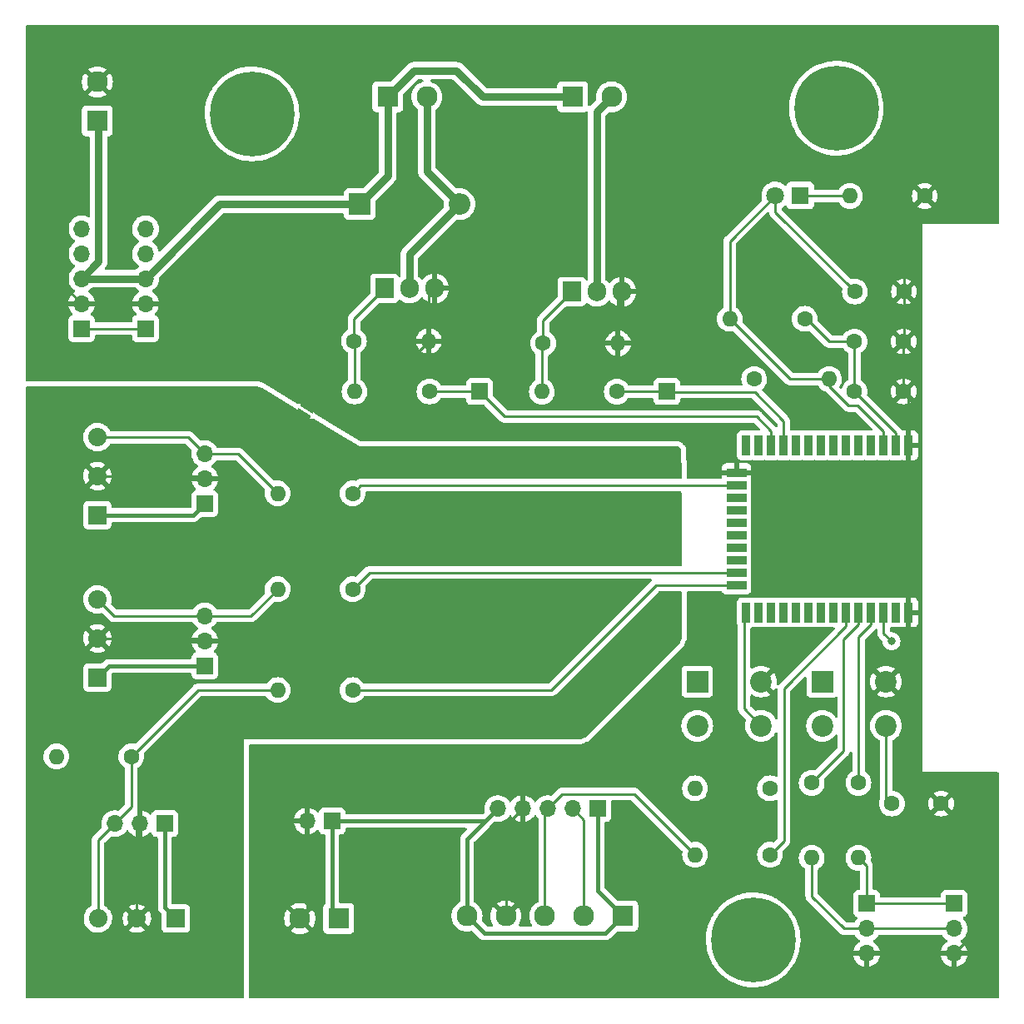
<source format=gbr>
%TF.GenerationSoftware,KiCad,Pcbnew,(6.0.1-0)*%
%TF.CreationDate,2022-03-10T10:55:52-08:00*%
%TF.ProjectId,MicroGreens PCB,4d696372-6f47-4726-9565-6e7320504342,rev?*%
%TF.SameCoordinates,Original*%
%TF.FileFunction,Copper,L1,Top*%
%TF.FilePolarity,Positive*%
%FSLAX46Y46*%
G04 Gerber Fmt 4.6, Leading zero omitted, Abs format (unit mm)*
G04 Created by KiCad (PCBNEW (6.0.1-0)) date 2022-03-10 10:55:52*
%MOMM*%
%LPD*%
G01*
G04 APERTURE LIST*
G04 Aperture macros list*
%AMFreePoly0*
4,1,22,0.500000,-0.750000,0.000000,-0.750000,0.000000,-0.745033,-0.079941,-0.743568,-0.215256,-0.701293,-0.333265,-0.622738,-0.424486,-0.514219,-0.481581,-0.384461,-0.499164,-0.250000,-0.500000,-0.250000,-0.500000,0.250000,-0.499164,0.250000,-0.499963,0.256109,-0.478152,0.396186,-0.417904,0.524511,-0.324060,0.630769,-0.204165,0.706417,-0.067858,0.745374,0.000000,0.744959,0.000000,0.750000,
0.500000,0.749999,0.500000,-0.750000,0.500000,-0.750000,$1*%
%AMFreePoly1*
4,1,20,0.000000,0.744959,0.073905,0.744508,0.209726,0.703889,0.328688,0.626782,0.421226,0.519385,0.479903,0.390333,0.500000,0.250000,0.500000,-0.250000,0.499850,-0.262216,0.476331,-0.402017,0.414519,-0.529596,0.319384,-0.634700,0.198574,-0.708877,0.061800,-0.746166,0.000000,-0.745033,0.000000,-0.750000,-0.500000,-0.749999,-0.500000,0.750000,0.000000,0.750000,0.000000,0.744959,
0.000000,0.744959,$1*%
G04 Aperture macros list end*
%TA.AperFunction,ComponentPad*%
%ADD10R,1.700000X1.700000*%
%TD*%
%TA.AperFunction,ComponentPad*%
%ADD11O,1.700000X1.700000*%
%TD*%
%TA.AperFunction,ComponentPad*%
%ADD12R,1.905000X2.000000*%
%TD*%
%TA.AperFunction,ComponentPad*%
%ADD13O,1.905000X2.000000*%
%TD*%
%TA.AperFunction,ComponentPad*%
%ADD14R,2.200000X2.200000*%
%TD*%
%TA.AperFunction,ComponentPad*%
%ADD15C,2.200000*%
%TD*%
%TA.AperFunction,ComponentPad*%
%ADD16C,1.600000*%
%TD*%
%TA.AperFunction,ComponentPad*%
%ADD17O,1.600000X1.600000*%
%TD*%
%TA.AperFunction,ComponentPad*%
%ADD18R,1.874000X1.874000*%
%TD*%
%TA.AperFunction,ComponentPad*%
%ADD19C,1.874000*%
%TD*%
%TA.AperFunction,ComponentPad*%
%ADD20R,2.128000X2.128000*%
%TD*%
%TA.AperFunction,ComponentPad*%
%ADD21C,2.128000*%
%TD*%
%TA.AperFunction,ComponentPad*%
%ADD22C,8.600000*%
%TD*%
%TA.AperFunction,ComponentPad*%
%ADD23R,1.800000X1.800000*%
%TD*%
%TA.AperFunction,ComponentPad*%
%ADD24C,1.800000*%
%TD*%
%TA.AperFunction,ComponentPad*%
%ADD25O,2.200000X2.200000*%
%TD*%
%TA.AperFunction,SMDPad,CuDef*%
%ADD26R,0.900000X2.000000*%
%TD*%
%TA.AperFunction,SMDPad,CuDef*%
%ADD27R,2.000000X0.900000*%
%TD*%
%TA.AperFunction,SMDPad,CuDef*%
%ADD28R,5.000000X5.000000*%
%TD*%
%TA.AperFunction,SMDPad,CuDef*%
%ADD29FreePoly0,238.000000*%
%TD*%
%TA.AperFunction,SMDPad,CuDef*%
%ADD30FreePoly1,238.000000*%
%TD*%
%TA.AperFunction,ViaPad*%
%ADD31C,0.800000*%
%TD*%
%TA.AperFunction,Conductor*%
%ADD32C,0.250000*%
%TD*%
%TA.AperFunction,Conductor*%
%ADD33C,0.762000*%
%TD*%
%TA.AperFunction,Conductor*%
%ADD34C,0.381000*%
%TD*%
G04 APERTURE END LIST*
D10*
%TO.P,J13,1,Pin_1*%
%TO.N,+3V3*%
X172979000Y-116078000D03*
D11*
%TO.P,J13,2,Pin_2*%
%TO.N,GND*%
X170439000Y-116078000D03*
%TD*%
D12*
%TO.P,Q2,1,G*%
%TO.N,Net-(Q2-Pad1)*%
X197358000Y-62240000D03*
D13*
%TO.P,Q2,2,D*%
%TO.N,Net-(J15-Pad2)*%
X199898000Y-62240000D03*
%TO.P,Q2,3,S*%
%TO.N,GND*%
X202438000Y-62240000D03*
%TD*%
D10*
%TO.P,J18,1,Pin_1*%
%TO.N,GPIO 27*%
X187960000Y-72390000D03*
%TD*%
D14*
%TO.P,S1,1*%
%TO.N,unconnected-(S1-Pad1)*%
X222810000Y-101890000D03*
D15*
%TO.P,S1,2*%
%TO.N,GND*%
X229310000Y-101890000D03*
%TO.P,S1,3*%
%TO.N,unconnected-(S1-Pad3)*%
X222810000Y-106390000D03*
%TO.P,S1,4*%
%TO.N,Net-(C4-Pad2)*%
X229310000Y-106390000D03*
%TD*%
D16*
%TO.P,R2,1*%
%TO.N,Net-(C4-Pad2)*%
X215900000Y-71120000D03*
D17*
%TO.P,R2,2*%
%TO.N,EN*%
X223520000Y-71120000D03*
%TD*%
D16*
%TO.P,R7,1*%
%TO.N,ADC2_CH2*%
X152560000Y-109500000D03*
D17*
%TO.P,R7,2*%
%TO.N,+3V3*%
X144940000Y-109500000D03*
%TD*%
D16*
%TO.P,R5,1*%
%TO.N,Net-(Q1-Pad1)*%
X175190000Y-67250000D03*
D17*
%TO.P,R5,2*%
%TO.N,GND*%
X182810000Y-67250000D03*
%TD*%
D16*
%TO.P,R12,1*%
%TO.N,Net-(U1-Pad23)*%
X175060000Y-92500000D03*
D17*
%TO.P,R12,2*%
%TO.N,ADC2_CH3*%
X167440000Y-92500000D03*
%TD*%
D10*
%TO.P,J9,1,Pin_1*%
%TO.N,TX*%
X227330000Y-124475000D03*
D11*
%TO.P,J9,2,Pin_2*%
%TO.N,RX*%
X227330000Y-127015000D03*
%TO.P,J9,3,Pin_3*%
%TO.N,GND*%
X227330000Y-129555000D03*
%TD*%
D10*
%TO.P,J10,1,Pin_1*%
%TO.N,+3V3*%
X160020000Y-83805000D03*
D11*
%TO.P,J10,2,Pin_2*%
%TO.N,GNDA*%
X160020000Y-81265000D03*
%TO.P,J10,3,Pin_3*%
%TO.N,ADC2_CH4*%
X160020000Y-78725000D03*
%TD*%
D16*
%TO.P,R8,1*%
%TO.N,Net-(U1-Pad35)*%
X226500000Y-112190000D03*
D17*
%TO.P,R8,2*%
%TO.N,TX*%
X226500000Y-119810000D03*
%TD*%
D18*
%TO.P,J6,1,Pin_1*%
%TO.N,+3V3*%
X157088500Y-125982000D03*
D19*
%TO.P,J6,2,Pin_2*%
%TO.N,GNDA*%
X153128500Y-125982000D03*
%TO.P,J6,3,Pin_3*%
%TO.N,ADC2_CH2*%
X149168500Y-125982000D03*
%TD*%
D20*
%TO.P,J7,1,Pin_1*%
%TO.N,+3V3*%
X202530000Y-125730000D03*
D21*
%TO.P,J7,2,Pin_2*%
%TO.N,SCL*%
X198570000Y-125730000D03*
%TO.P,J7,3,Pin_3*%
%TO.N,SDA*%
X194610000Y-125730000D03*
%TO.P,J7,4,Pin_4*%
%TO.N,GND*%
X190650000Y-125730000D03*
%TO.P,J7,5,Pin_5*%
%TO.N,+3V3*%
X186690000Y-125730000D03*
%TD*%
D18*
%TO.P,J3,1,Pin_1*%
%TO.N,+3V3*%
X149100000Y-84952500D03*
D19*
%TO.P,J3,2,Pin_2*%
%TO.N,GNDA*%
X149100000Y-80992500D03*
%TO.P,J3,3,Pin_3*%
%TO.N,ADC2_CH4*%
X149100000Y-77032500D03*
%TD*%
D10*
%TO.P,J2,1,Pin_1*%
%TO.N,TX*%
X236220000Y-124475000D03*
D11*
%TO.P,J2,2,Pin_2*%
%TO.N,RX*%
X236220000Y-127015000D03*
%TO.P,J2,3,Pin_3*%
%TO.N,GND*%
X236220000Y-129555000D03*
%TD*%
D22*
%TO.P,,1*%
%TO.N,N/C*%
X224250000Y-43580000D03*
%TD*%
D20*
%TO.P,J5,1,Pin_1*%
%TO.N,+3V3*%
X173650500Y-125984000D03*
D21*
%TO.P,J5,2,Pin_2*%
%TO.N,GND*%
X169690500Y-125984000D03*
%TD*%
D16*
%TO.P,C1,1*%
%TO.N,GND*%
X231100000Y-72390000D03*
%TO.P,C1,2*%
%TO.N,+3V3*%
X226100000Y-72390000D03*
%TD*%
%TO.P,R3,1*%
%TO.N,GPIO 27*%
X182880000Y-72390000D03*
D17*
%TO.P,R3,2*%
%TO.N,Net-(Q1-Pad1)*%
X175260000Y-72390000D03*
%TD*%
D10*
%TO.P,J16,1,Pin_1*%
%TO.N,+3V3*%
X199977500Y-114808000D03*
D11*
%TO.P,J16,2,Pin_2*%
%TO.N,SCL*%
X197437500Y-114808000D03*
%TO.P,J16,3,Pin_3*%
%TO.N,SDA*%
X194897500Y-114808000D03*
%TO.P,J16,4,Pin_4*%
%TO.N,GND*%
X192357500Y-114808000D03*
%TO.P,J16,5,Pin_5*%
%TO.N,+3V3*%
X189817500Y-114808000D03*
%TD*%
D20*
%TO.P,J12,1,Pin_1*%
%TO.N,+12V*%
X178647500Y-42418000D03*
D21*
%TO.P,J12,2,Pin_2*%
%TO.N,Net-(D1-Pad2)*%
X182607500Y-42418000D03*
%TD*%
D10*
%TO.P,J14,1,Pin_1*%
%TO.N,+3V3*%
X155956000Y-116332000D03*
D11*
%TO.P,J14,2,Pin_2*%
%TO.N,GNDA*%
X153416000Y-116332000D03*
%TO.P,J14,3,Pin_3*%
%TO.N,ADC2_CH2*%
X150876000Y-116332000D03*
%TD*%
D23*
%TO.P,D2,1,K*%
%TO.N,Net-(D2-Pad1)*%
X220599000Y-52451000D03*
D24*
%TO.P,D2,2,A*%
%TO.N,EN*%
X218059000Y-52451000D03*
%TD*%
D16*
%TO.P,R4,1*%
%TO.N,GPIO 26*%
X201930000Y-72400000D03*
D17*
%TO.P,R4,2*%
%TO.N,Net-(Q2-Pad1)*%
X194310000Y-72400000D03*
%TD*%
D16*
%TO.P,C4,1*%
%TO.N,GND*%
X234910000Y-114300000D03*
%TO.P,C4,2*%
%TO.N,Net-(C4-Pad2)*%
X229910000Y-114300000D03*
%TD*%
%TO.P,C3,1*%
%TO.N,GND*%
X231140000Y-62230000D03*
%TO.P,C3,2*%
%TO.N,EN*%
X226140000Y-62230000D03*
%TD*%
D14*
%TO.P,D1,1,K*%
%TO.N,+12V*%
X175768000Y-53340000D03*
D25*
%TO.P,D1,2,A*%
%TO.N,Net-(D1-Pad2)*%
X185928000Y-53340000D03*
%TD*%
D16*
%TO.P,R11,1*%
%TO.N,Net-(U1-Pad16)*%
X175060000Y-82750000D03*
D17*
%TO.P,R11,2*%
%TO.N,ADC2_CH4*%
X167440000Y-82750000D03*
%TD*%
D16*
%TO.P,R14,1*%
%TO.N,Net-(U1-Pad36)*%
X217500000Y-112750000D03*
D17*
%TO.P,R14,2*%
%TO.N,SCL*%
X209880000Y-112750000D03*
%TD*%
D26*
%TO.P,U1,1,GND*%
%TO.N,GND*%
X231605000Y-77860000D03*
%TO.P,U1,2,VDD*%
%TO.N,+3V3*%
X230335000Y-77860000D03*
%TO.P,U1,3,EN*%
%TO.N,EN*%
X229065000Y-77860000D03*
%TO.P,U1,4,SENSOR_VP*%
%TO.N,unconnected-(U1-Pad4)*%
X227795000Y-77860000D03*
%TO.P,U1,5,SENSOR_VN*%
%TO.N,unconnected-(U1-Pad5)*%
X226525000Y-77860000D03*
%TO.P,U1,6,IO34*%
%TO.N,unconnected-(U1-Pad6)*%
X225255000Y-77860000D03*
%TO.P,U1,7,IO35*%
%TO.N,unconnected-(U1-Pad7)*%
X223985000Y-77860000D03*
%TO.P,U1,8,IO32*%
%TO.N,unconnected-(U1-Pad8)*%
X222715000Y-77860000D03*
%TO.P,U1,9,IO33*%
%TO.N,unconnected-(U1-Pad9)*%
X221445000Y-77860000D03*
%TO.P,U1,10,IO25*%
%TO.N,unconnected-(U1-Pad10)*%
X220175000Y-77860000D03*
%TO.P,U1,11,IO26*%
%TO.N,GPIO 26*%
X218905000Y-77860000D03*
%TO.P,U1,12,IO27*%
%TO.N,GPIO 27*%
X217635000Y-77860000D03*
%TO.P,U1,13,IO14*%
%TO.N,unconnected-(U1-Pad13)*%
X216365000Y-77860000D03*
%TO.P,U1,14,IO12*%
%TO.N,unconnected-(U1-Pad14)*%
X215095000Y-77860000D03*
D27*
%TO.P,U1,15,GND*%
%TO.N,GND*%
X214095000Y-80645000D03*
%TO.P,U1,16,IO13*%
%TO.N,Net-(U1-Pad16)*%
X214095000Y-81915000D03*
%TO.P,U1,17,SHD/SD2*%
%TO.N,unconnected-(U1-Pad17)*%
X214095000Y-83185000D03*
%TO.P,U1,18,SWP/SD3*%
%TO.N,unconnected-(U1-Pad18)*%
X214095000Y-84455000D03*
%TO.P,U1,19,SCS/CMD*%
%TO.N,unconnected-(U1-Pad19)*%
X214095000Y-85725000D03*
%TO.P,U1,20,SCK/CLK*%
%TO.N,unconnected-(U1-Pad20)*%
X214095000Y-86995000D03*
%TO.P,U1,21,SDO/SD0*%
%TO.N,unconnected-(U1-Pad21)*%
X214095000Y-88265000D03*
%TO.P,U1,22,SDI/SD1*%
%TO.N,unconnected-(U1-Pad22)*%
X214095000Y-89535000D03*
%TO.P,U1,23,IO15*%
%TO.N,Net-(U1-Pad23)*%
X214095000Y-90805000D03*
%TO.P,U1,24,IO2*%
%TO.N,Net-(U1-Pad24)*%
X214095000Y-92075000D03*
D26*
%TO.P,U1,25,IO0*%
%TO.N,boot*%
X215095000Y-94860000D03*
%TO.P,U1,26,IO4*%
%TO.N,unconnected-(U1-Pad26)*%
X216365000Y-94860000D03*
%TO.P,U1,27,IO16*%
%TO.N,unconnected-(U1-Pad27)*%
X217635000Y-94860000D03*
%TO.P,U1,28,IO17*%
%TO.N,unconnected-(U1-Pad28)*%
X218905000Y-94860000D03*
%TO.P,U1,29,IO5*%
%TO.N,unconnected-(U1-Pad29)*%
X220175000Y-94860000D03*
%TO.P,U1,30,IO18*%
%TO.N,unconnected-(U1-Pad30)*%
X221445000Y-94860000D03*
%TO.P,U1,31,IO19*%
%TO.N,unconnected-(U1-Pad31)*%
X222715000Y-94860000D03*
%TO.P,U1,32,NC*%
%TO.N,unconnected-(U1-Pad32)*%
X223985000Y-94860000D03*
%TO.P,U1,33,IO21*%
%TO.N,Net-(U1-Pad33)*%
X225255000Y-94860000D03*
%TO.P,U1,34,RXD0/IO3*%
%TO.N,Net-(U1-Pad34)*%
X226525000Y-94860000D03*
%TO.P,U1,35,TXD0/IO1*%
%TO.N,Net-(U1-Pad35)*%
X227795000Y-94860000D03*
%TO.P,U1,36,IO22*%
%TO.N,Net-(U1-Pad36)*%
X229065000Y-94860000D03*
%TO.P,U1,37,IO23*%
%TO.N,unconnected-(U1-Pad37)*%
X230335000Y-94860000D03*
%TO.P,U1,38,GND*%
%TO.N,GND*%
X231605000Y-94860000D03*
D28*
%TO.P,U1,39,GND*%
X224105000Y-85360000D03*
%TD*%
D16*
%TO.P,R9,1*%
%TO.N,Net-(U1-Pad24)*%
X175060000Y-102750000D03*
D17*
%TO.P,R9,2*%
%TO.N,ADC2_CH2*%
X167440000Y-102750000D03*
%TD*%
D16*
%TO.P,C2,1*%
%TO.N,GND*%
X231100000Y-67310000D03*
%TO.P,C2,2*%
%TO.N,+3V3*%
X226100000Y-67310000D03*
%TD*%
D10*
%TO.P,J11,1,Pin_1*%
%TO.N,+3V3*%
X160020000Y-100300000D03*
D11*
%TO.P,J11,2,Pin_2*%
%TO.N,GNDA*%
X160020000Y-97760000D03*
%TO.P,J11,3,Pin_3*%
%TO.N,ADC2_CH3*%
X160020000Y-95220000D03*
%TD*%
D20*
%TO.P,J1,1,Pin_1*%
%TO.N,+12V*%
X149098000Y-44872500D03*
D21*
%TO.P,J1,2,Pin_2*%
%TO.N,GND*%
X149098000Y-40912500D03*
%TD*%
D14*
%TO.P,S2,1*%
%TO.N,unconnected-(S2-Pad1)*%
X210110000Y-101890000D03*
D15*
%TO.P,S2,2*%
%TO.N,GND*%
X216610000Y-101890000D03*
%TO.P,S2,3*%
%TO.N,unconnected-(S2-Pad3)*%
X210110000Y-106390000D03*
%TO.P,S2,4*%
%TO.N,boot*%
X216610000Y-106390000D03*
%TD*%
D10*
%TO.P,J8,1,Pin_1*%
%TO.N,+3V3*%
X147500000Y-66000000D03*
D11*
%TO.P,J8,2,Pin_2*%
%TO.N,GND*%
X147500000Y-63460000D03*
%TO.P,J8,3,Pin_3*%
%TO.N,+12V*%
X147500000Y-60920000D03*
%TO.P,J8,4,Pin_4*%
%TO.N,unconnected-(J8-Pad4)*%
X147500000Y-58380000D03*
%TO.P,J8,5,Pin_5*%
%TO.N,unconnected-(J8-Pad5)*%
X147500000Y-55840000D03*
%TD*%
D16*
%TO.P,R6,1*%
%TO.N,Net-(Q2-Pad1)*%
X194440000Y-67500000D03*
D17*
%TO.P,R6,2*%
%TO.N,GND*%
X202060000Y-67500000D03*
%TD*%
D20*
%TO.P,J15,1,Pin_1*%
%TO.N,+12V*%
X197443500Y-42418000D03*
D21*
%TO.P,J15,2,Pin_2*%
%TO.N,Net-(J15-Pad2)*%
X201403500Y-42418000D03*
%TD*%
D16*
%TO.P,R15,1*%
%TO.N,GND*%
X233250000Y-52500000D03*
D17*
%TO.P,R15,2*%
%TO.N,Net-(D2-Pad1)*%
X225630000Y-52500000D03*
%TD*%
D22*
%TO.P,REF\u002A\u002A,1*%
%TO.N,N/C*%
X164840000Y-44160000D03*
%TD*%
D16*
%TO.P,R10,1*%
%TO.N,Net-(U1-Pad34)*%
X221750000Y-112190000D03*
D17*
%TO.P,R10,2*%
%TO.N,RX*%
X221750000Y-119810000D03*
%TD*%
D18*
%TO.P,J4,1,Pin_1*%
%TO.N,+3V3*%
X149100000Y-101462500D03*
D19*
%TO.P,J4,2,Pin_2*%
%TO.N,GNDA*%
X149100000Y-97502500D03*
%TO.P,J4,3,Pin_3*%
%TO.N,ADC2_CH3*%
X149100000Y-93542500D03*
%TD*%
D22*
%TO.P,,1*%
%TO.N,N/C*%
X164840000Y-44160000D03*
%TD*%
%TO.P,S1,1*%
%TO.N,N/C*%
X224250000Y-43580000D03*
%TD*%
D16*
%TO.P,R1,1*%
%TO.N,+3V3*%
X221040000Y-65000000D03*
D17*
%TO.P,R1,2*%
%TO.N,EN*%
X213420000Y-65000000D03*
%TD*%
D29*
%TO.P,JP1,1,A*%
%TO.N,GND*%
X170624448Y-73848769D03*
D30*
%TO.P,JP1,2,B*%
%TO.N,GNDA*%
X169935552Y-74951231D03*
%TD*%
D16*
%TO.P,R13,1*%
%TO.N,Net-(U1-Pad33)*%
X217500000Y-119500000D03*
D17*
%TO.P,R13,2*%
%TO.N,SDA*%
X209880000Y-119500000D03*
%TD*%
D10*
%TO.P,J19,1,Pin_1*%
%TO.N,GPIO 26*%
X207010000Y-72400000D03*
%TD*%
D12*
%TO.P,Q1,1,G*%
%TO.N,Net-(Q1-Pad1)*%
X178308000Y-61905000D03*
D13*
%TO.P,Q1,2,D*%
%TO.N,Net-(D1-Pad2)*%
X180848000Y-61905000D03*
%TO.P,Q1,3,S*%
%TO.N,GND*%
X183388000Y-61905007D03*
%TD*%
D22*
%TO.P,S1,1*%
%TO.N,N/C*%
X215800000Y-128160000D03*
%TD*%
D10*
%TO.P,J17,1,Pin_1*%
%TO.N,+3V3*%
X154000000Y-66000000D03*
D11*
%TO.P,J17,2,Pin_2*%
%TO.N,GND*%
X154000000Y-63460000D03*
%TO.P,J17,3,Pin_3*%
%TO.N,+12V*%
X154000000Y-60920000D03*
%TO.P,J17,4,Pin_4*%
%TO.N,unconnected-(J17-Pad4)*%
X154000000Y-58380000D03*
%TO.P,J17,5,Pin_5*%
%TO.N,unconnected-(J17-Pad5)*%
X154000000Y-55840000D03*
%TD*%
D31*
%TO.N,Net-(U1-Pad36)*%
X229870000Y-97790000D03*
%TD*%
D32*
%TO.N,GND*%
X231605000Y-99595000D02*
X231605000Y-94860000D01*
X182810000Y-67250000D02*
X182810000Y-62483007D01*
X234910000Y-114300000D02*
X237694511Y-117084511D01*
X224105000Y-85360000D02*
X231605000Y-92860000D01*
X231034511Y-110424511D02*
X231034511Y-103614511D01*
X170439000Y-116078000D02*
X170439000Y-125235500D01*
X216880000Y-101890000D02*
X217170000Y-101600000D01*
X190650000Y-116515500D02*
X192357500Y-114808000D01*
X231140000Y-54610000D02*
X233250000Y-52500000D01*
X216610000Y-101890000D02*
X216880000Y-101890000D01*
X231034511Y-103614511D02*
X229310000Y-101890000D01*
X182810000Y-62483007D02*
X183388000Y-61905007D01*
X226855000Y-85360000D02*
X231605000Y-80610000D01*
X237694511Y-117084511D02*
X237694511Y-128080489D01*
X219390000Y-80645000D02*
X214095000Y-80645000D01*
X236220000Y-129555000D02*
X227330000Y-129555000D01*
X229310000Y-101890000D02*
X231605000Y-99595000D01*
X176189231Y-73870769D02*
X182810000Y-67250000D01*
X224105000Y-85360000D02*
X226855000Y-85360000D01*
X231605000Y-72895000D02*
X231605000Y-77860000D01*
X170439000Y-125235500D02*
X169690500Y-125984000D01*
X231140000Y-62230000D02*
X231140000Y-67270000D01*
X190650000Y-125730000D02*
X190650000Y-116515500D01*
X231100000Y-72390000D02*
X231605000Y-72895000D01*
X147500000Y-63460000D02*
X154000000Y-63460000D01*
X231605000Y-80610000D02*
X231605000Y-77860000D01*
X202060000Y-62618000D02*
X202438000Y-62240000D01*
X149098000Y-40912500D02*
X146025489Y-43985011D01*
X224105000Y-85360000D02*
X219390000Y-80645000D01*
X231140000Y-62230000D02*
X231140000Y-54610000D01*
X182810000Y-62483000D02*
X183388000Y-61905000D01*
X234910000Y-114300000D02*
X231034511Y-110424511D01*
X146025489Y-43985011D02*
X146025489Y-61985489D01*
X231100000Y-67310000D02*
X231100000Y-72390000D01*
X146025489Y-61985489D02*
X147500000Y-63460000D01*
X237694511Y-128080489D02*
X236220000Y-129555000D01*
X202060000Y-67500000D02*
X202060000Y-62618000D01*
X231605000Y-92860000D02*
X231605000Y-94860000D01*
X170594448Y-73870769D02*
X176189231Y-73870769D01*
X231140000Y-67270000D02*
X231100000Y-67310000D01*
%TO.N,ADC2_CH4*%
X149100000Y-77032500D02*
X158327500Y-77032500D01*
X158327500Y-77032500D02*
X160020000Y-78725000D01*
X163000000Y-78750000D02*
X162975000Y-78725000D01*
X162975000Y-78725000D02*
X160020000Y-78725000D01*
X163440000Y-78750000D02*
X163000000Y-78750000D01*
X167440000Y-82750000D02*
X163440000Y-78750000D01*
%TO.N,ADC2_CH3*%
X160020000Y-95220000D02*
X150777500Y-95220000D01*
X164720000Y-95220000D02*
X167440000Y-92500000D01*
X150777500Y-95220000D02*
X149100000Y-93542500D01*
X160020000Y-95220000D02*
X164720000Y-95220000D01*
%TO.N,ADC2_CH2*%
X152560000Y-114648000D02*
X150876000Y-116332000D01*
X149168500Y-125982000D02*
X149168500Y-118039500D01*
X159310000Y-102750000D02*
X167440000Y-102750000D01*
X150750000Y-116206000D02*
X150876000Y-116332000D01*
X149168500Y-118039500D02*
X150876000Y-116332000D01*
X152560000Y-109500000D02*
X159310000Y-102750000D01*
X152560000Y-109500000D02*
X152560000Y-114648000D01*
D33*
%TO.N,Net-(D1-Pad2)*%
X185928000Y-53340000D02*
X180848000Y-58420000D01*
X182607500Y-50019500D02*
X185928000Y-53340000D01*
X180848000Y-58420000D02*
X180848000Y-61905000D01*
X182607500Y-42418000D02*
X182607500Y-50019500D01*
D32*
%TO.N,TX*%
X227330000Y-120640000D02*
X226500000Y-119810000D01*
X227330000Y-124475000D02*
X227330000Y-120640000D01*
X227330000Y-124475000D02*
X236220000Y-124475000D01*
D33*
%TO.N,+12V*%
X147500000Y-60920000D02*
X154000000Y-60920000D01*
X188278000Y-42418000D02*
X197443500Y-42418000D01*
X149230511Y-59189489D02*
X147500000Y-60920000D01*
X161580000Y-53340000D02*
X154000000Y-60920000D01*
X178647500Y-50460500D02*
X175768000Y-53340000D01*
X178647500Y-42418000D02*
X181295500Y-39770000D01*
X181295500Y-39770000D02*
X185630000Y-39770000D01*
X149230511Y-45005011D02*
X149230511Y-59189489D01*
X175768000Y-53340000D02*
X161580000Y-53340000D01*
X185630000Y-39770000D02*
X188278000Y-42418000D01*
X178647500Y-42418000D02*
X178647500Y-50460500D01*
X149098000Y-44872500D02*
X149230511Y-45005011D01*
D32*
%TO.N,Net-(Q1-Pad1)*%
X175260000Y-67320000D02*
X175190000Y-67250000D01*
X175190000Y-67250000D02*
X175190000Y-65023000D01*
X175190000Y-65023000D02*
X178308000Y-61905000D01*
X175260000Y-72390000D02*
X175260000Y-67320000D01*
%TO.N,RX*%
X236220000Y-127015000D02*
X227330000Y-127015000D01*
X221750000Y-123750000D02*
X221750000Y-119810000D01*
X227330000Y-127015000D02*
X225015000Y-127015000D01*
X225015000Y-127015000D02*
X221750000Y-123750000D01*
%TO.N,+3V3*%
X226100000Y-67310000D02*
X226100000Y-72390000D01*
D34*
X186690000Y-117935500D02*
X186690000Y-125730000D01*
X199977500Y-123177500D02*
X202530000Y-125730000D01*
X155956000Y-124849500D02*
X157088500Y-125982000D01*
X150262500Y-100300000D02*
X149100000Y-101462500D01*
X158872500Y-84952500D02*
X160020000Y-83805000D01*
X188444011Y-127484011D02*
X200775989Y-127484011D01*
X200775989Y-127484011D02*
X202530000Y-125730000D01*
X188547500Y-116078000D02*
X189817500Y-114808000D01*
X155956000Y-116332000D02*
X155956000Y-124849500D01*
D32*
X223520000Y-67310000D02*
X220980000Y-64770000D01*
D34*
X149100000Y-84952500D02*
X158872500Y-84952500D01*
X172979000Y-116078000D02*
X188547500Y-116078000D01*
X172979000Y-116078000D02*
X172979000Y-125312500D01*
X186690000Y-125730000D02*
X188444011Y-127484011D01*
D32*
X226100000Y-67310000D02*
X223520000Y-67310000D01*
D34*
X189817500Y-114808000D02*
X186690000Y-117935500D01*
X172979000Y-125312500D02*
X173650500Y-125984000D01*
D32*
X147500000Y-66000000D02*
X154000000Y-66000000D01*
X226100000Y-72390000D02*
X230335000Y-76625000D01*
D34*
X160020000Y-100300000D02*
X150262500Y-100300000D01*
X199977500Y-114808000D02*
X199977500Y-123177500D01*
D32*
X230335000Y-76625000D02*
X230335000Y-77860000D01*
%TO.N,Net-(Q2-Pad1)*%
X194440000Y-67500000D02*
X194440000Y-65158000D01*
X194440000Y-65158000D02*
X197358000Y-62240000D01*
X194310000Y-67630000D02*
X194440000Y-67500000D01*
X194310000Y-72400000D02*
X194310000Y-67630000D01*
%TO.N,EN*%
X226448533Y-73814511D02*
X225509947Y-73814511D01*
X213420000Y-57090000D02*
X218059000Y-52451000D01*
X219540000Y-71120000D02*
X213420000Y-65000000D01*
X229065000Y-76430978D02*
X226448533Y-73814511D01*
X223520000Y-71120000D02*
X219540000Y-71120000D01*
X225509947Y-73814511D02*
X223520000Y-71824564D01*
X223520000Y-71824564D02*
X223520000Y-71120000D01*
X213420000Y-65000000D02*
X213420000Y-57090000D01*
X218059000Y-52451000D02*
X218059000Y-54149000D01*
X229065000Y-77860000D02*
X229065000Y-76430978D01*
X218059000Y-54149000D02*
X226140000Y-62230000D01*
%TO.N,boot*%
X216610000Y-106390000D02*
X214885489Y-104665489D01*
X214885489Y-95069511D02*
X215095000Y-94860000D01*
X214885489Y-104665489D02*
X214885489Y-95069511D01*
%TO.N,Net-(C4-Pad2)*%
X229310000Y-106390000D02*
X229310000Y-113700000D01*
X229310000Y-113700000D02*
X229910000Y-114300000D01*
%TO.N,SCL*%
X198570000Y-115940500D02*
X197437500Y-114808000D01*
X198570000Y-125730000D02*
X198570000Y-115940500D01*
%TO.N,SDA*%
X196372011Y-113333489D02*
X203713489Y-113333489D01*
X203713489Y-113333489D02*
X209880000Y-119500000D01*
X194610000Y-115095500D02*
X194897500Y-114808000D01*
X194897500Y-114808000D02*
X196372011Y-113333489D01*
X194610000Y-125730000D02*
X194610000Y-115095500D01*
D33*
%TO.N,Net-(J15-Pad2)*%
X201403500Y-42418000D02*
X199898000Y-43923500D01*
X199898000Y-43923500D02*
X199898000Y-62240000D01*
D32*
%TO.N,GPIO 27*%
X217635000Y-76430978D02*
X217635000Y-77860000D01*
X182880000Y-72390000D02*
X187960000Y-72390000D01*
X187960000Y-72390000D02*
X190500000Y-74930000D01*
X216134022Y-74930000D02*
X217635000Y-76430978D01*
X190500000Y-74930000D02*
X216134022Y-74930000D01*
%TO.N,GPIO 26*%
X207054511Y-72444511D02*
X215954511Y-72444511D01*
X201930000Y-72400000D02*
X207010000Y-72400000D01*
X207010000Y-72400000D02*
X207054511Y-72444511D01*
X218905000Y-75395000D02*
X218905000Y-77860000D01*
X215954511Y-72444511D02*
X218905000Y-75395000D01*
%TO.N,GNDA*%
X147538489Y-79430989D02*
X149100000Y-80992500D01*
X149100000Y-97502500D02*
X159762500Y-97502500D01*
X147538489Y-95940989D02*
X149100000Y-97502500D01*
X159762500Y-97502500D02*
X160020000Y-97760000D01*
X169905552Y-74973231D02*
X148950958Y-74973231D01*
X153128500Y-125982000D02*
X153128500Y-116619500D01*
X153128500Y-116619500D02*
X153416000Y-116332000D01*
X149100000Y-97502500D02*
X147538489Y-99064011D01*
X149100000Y-80992500D02*
X147538489Y-82554011D01*
X159747500Y-80992500D02*
X160020000Y-81265000D01*
X147538489Y-126560300D02*
X148521700Y-127543511D01*
X147538489Y-76385700D02*
X147538489Y-79430989D01*
X149100000Y-80992500D02*
X159747500Y-80992500D01*
X147538489Y-99064011D02*
X147538489Y-126560300D01*
X148521700Y-127543511D02*
X151566989Y-127543511D01*
X151566989Y-127543511D02*
X153128500Y-125982000D01*
X147538489Y-82554011D02*
X147538489Y-95940989D01*
X148950958Y-74973231D02*
X147538489Y-76385700D01*
%TO.N,Net-(U1-Pad35)*%
X227795000Y-96079004D02*
X227795000Y-94860000D01*
X226500000Y-97374004D02*
X227795000Y-96079004D01*
X226500000Y-112190000D02*
X226500000Y-97374004D01*
%TO.N,Net-(U1-Pad24)*%
X205925000Y-92075000D02*
X214095000Y-92075000D01*
X195250000Y-102750000D02*
X205925000Y-92075000D01*
X175060000Y-102750000D02*
X195250000Y-102750000D01*
%TO.N,Net-(U1-Pad34)*%
X226525000Y-96079004D02*
X226525000Y-94860000D01*
X221750000Y-112190000D02*
X225000000Y-108940000D01*
X225000000Y-97604004D02*
X226525000Y-96079004D01*
X225000000Y-108940000D02*
X225000000Y-97604004D01*
%TO.N,Net-(U1-Pad16)*%
X175895000Y-81915000D02*
X214095000Y-81915000D01*
X175060000Y-82750000D02*
X175895000Y-81915000D01*
%TO.N,Net-(U1-Pad23)*%
X176755000Y-90805000D02*
X214095000Y-90805000D01*
X175060000Y-92500000D02*
X176755000Y-90805000D01*
%TO.N,Net-(U1-Pad33)*%
X225255000Y-96289022D02*
X225255000Y-94860000D01*
X218924511Y-118075489D02*
X218924511Y-102619511D01*
X217500000Y-119500000D02*
X218924511Y-118075489D01*
X218924511Y-102619511D02*
X225255000Y-96289022D01*
%TO.N,Net-(U1-Pad36)*%
X229065000Y-96985000D02*
X229870000Y-97790000D01*
X229065000Y-94860000D02*
X229065000Y-96985000D01*
%TO.N,Net-(D2-Pad1)*%
X225630000Y-52500000D02*
X220648000Y-52500000D01*
X220648000Y-52500000D02*
X220599000Y-52451000D01*
%TD*%
%TA.AperFunction,Conductor*%
%TO.N,GND*%
G36*
X240734121Y-35148002D02*
G01*
X240780614Y-35201658D01*
X240792000Y-35254000D01*
X240792000Y-55233000D01*
X240771998Y-55301121D01*
X240718342Y-55347614D01*
X240666000Y-55359000D01*
X233045000Y-55359000D01*
X233045000Y-111091000D01*
X240666000Y-111091000D01*
X240734121Y-111111002D01*
X240780614Y-111164658D01*
X240792000Y-111217000D01*
X240792000Y-133986000D01*
X240771998Y-134054121D01*
X240718342Y-134100614D01*
X240666000Y-134112000D01*
X164634000Y-134112000D01*
X164565879Y-134091998D01*
X164519386Y-134038342D01*
X164508000Y-133986000D01*
X164508000Y-127263211D01*
X168776119Y-127263211D01*
X168781846Y-127270861D01*
X168970400Y-127386407D01*
X168979194Y-127390888D01*
X169198650Y-127481790D01*
X169208035Y-127484839D01*
X169439012Y-127540292D01*
X169448759Y-127541835D01*
X169685570Y-127560473D01*
X169695430Y-127560473D01*
X169932241Y-127541835D01*
X169941988Y-127540292D01*
X170172965Y-127484839D01*
X170182350Y-127481790D01*
X170401806Y-127390888D01*
X170410600Y-127386407D01*
X170595488Y-127273108D01*
X170604948Y-127262652D01*
X170601164Y-127253874D01*
X169703312Y-126356022D01*
X169689368Y-126348408D01*
X169687535Y-126348539D01*
X169680920Y-126352790D01*
X168782879Y-127250831D01*
X168776119Y-127263211D01*
X164508000Y-127263211D01*
X164508000Y-125988930D01*
X168114027Y-125988930D01*
X168132665Y-126225741D01*
X168134208Y-126235488D01*
X168189661Y-126466465D01*
X168192710Y-126475850D01*
X168283612Y-126695306D01*
X168288093Y-126704100D01*
X168401392Y-126888988D01*
X168411848Y-126898448D01*
X168420626Y-126894664D01*
X169318478Y-125996812D01*
X169324856Y-125985132D01*
X170054908Y-125985132D01*
X170055039Y-125986965D01*
X170059290Y-125993580D01*
X170957331Y-126891621D01*
X170969711Y-126898381D01*
X170977361Y-126892654D01*
X171092907Y-126704100D01*
X171097388Y-126695306D01*
X171188290Y-126475850D01*
X171191339Y-126466465D01*
X171246792Y-126235488D01*
X171248335Y-126225741D01*
X171266973Y-125988930D01*
X171266973Y-125979070D01*
X171248335Y-125742259D01*
X171246792Y-125732512D01*
X171191339Y-125501535D01*
X171188290Y-125492150D01*
X171097388Y-125272694D01*
X171092907Y-125263900D01*
X170979608Y-125079012D01*
X170969152Y-125069552D01*
X170960374Y-125073336D01*
X170062522Y-125971188D01*
X170054908Y-125985132D01*
X169324856Y-125985132D01*
X169326092Y-125982868D01*
X169325961Y-125981035D01*
X169321710Y-125974420D01*
X168423669Y-125076379D01*
X168411289Y-125069619D01*
X168403639Y-125075346D01*
X168288093Y-125263900D01*
X168283612Y-125272694D01*
X168192710Y-125492150D01*
X168189661Y-125501535D01*
X168134208Y-125732512D01*
X168132665Y-125742259D01*
X168114027Y-125979070D01*
X168114027Y-125988930D01*
X164508000Y-125988930D01*
X164508000Y-124705348D01*
X168776052Y-124705348D01*
X168779836Y-124714126D01*
X169677688Y-125611978D01*
X169691632Y-125619592D01*
X169693465Y-125619461D01*
X169700080Y-125615210D01*
X170598121Y-124717169D01*
X170604881Y-124704789D01*
X170599154Y-124697139D01*
X170410600Y-124581593D01*
X170401806Y-124577112D01*
X170182350Y-124486210D01*
X170172965Y-124483161D01*
X169941988Y-124427708D01*
X169932241Y-124426165D01*
X169695430Y-124407527D01*
X169685570Y-124407527D01*
X169448759Y-124426165D01*
X169439012Y-124427708D01*
X169208035Y-124483161D01*
X169198650Y-124486210D01*
X168979194Y-124577112D01*
X168970400Y-124581593D01*
X168785512Y-124694892D01*
X168776052Y-124705348D01*
X164508000Y-124705348D01*
X164508000Y-116345966D01*
X169107257Y-116345966D01*
X169137565Y-116480446D01*
X169140645Y-116490275D01*
X169220770Y-116687603D01*
X169225413Y-116696794D01*
X169336694Y-116878388D01*
X169342777Y-116886699D01*
X169482213Y-117047667D01*
X169489580Y-117054883D01*
X169653434Y-117190916D01*
X169661881Y-117196831D01*
X169845756Y-117304279D01*
X169855042Y-117308729D01*
X170054001Y-117384703D01*
X170063899Y-117387579D01*
X170167250Y-117408606D01*
X170181299Y-117407410D01*
X170185000Y-117397065D01*
X170185000Y-117396517D01*
X170693000Y-117396517D01*
X170697064Y-117410359D01*
X170710478Y-117412393D01*
X170717184Y-117411534D01*
X170727262Y-117409392D01*
X170931255Y-117348191D01*
X170940842Y-117344433D01*
X171132095Y-117250739D01*
X171140945Y-117245464D01*
X171314328Y-117121792D01*
X171322193Y-117115145D01*
X171426897Y-117010805D01*
X171489268Y-116976889D01*
X171560075Y-116982077D01*
X171616837Y-117024723D01*
X171633819Y-117055826D01*
X171678385Y-117174705D01*
X171765739Y-117291261D01*
X171882295Y-117378615D01*
X172018684Y-117429745D01*
X172080866Y-117436500D01*
X172154000Y-117436500D01*
X172222121Y-117456502D01*
X172268614Y-117510158D01*
X172280000Y-117562500D01*
X172280000Y-124451172D01*
X172259998Y-124519293D01*
X172236407Y-124544646D01*
X172236769Y-124545008D01*
X172230419Y-124551358D01*
X172223239Y-124556739D01*
X172135885Y-124673295D01*
X172084755Y-124809684D01*
X172078000Y-124871866D01*
X172078000Y-127096134D01*
X172084755Y-127158316D01*
X172135885Y-127294705D01*
X172223239Y-127411261D01*
X172339795Y-127498615D01*
X172476184Y-127549745D01*
X172538366Y-127556500D01*
X174762634Y-127556500D01*
X174824816Y-127549745D01*
X174961205Y-127498615D01*
X175077761Y-127411261D01*
X175165115Y-127294705D01*
X175216245Y-127158316D01*
X175223000Y-127096134D01*
X175223000Y-124871866D01*
X175216245Y-124809684D01*
X175165115Y-124673295D01*
X175077761Y-124556739D01*
X174961205Y-124469385D01*
X174824816Y-124418255D01*
X174762634Y-124411500D01*
X173804000Y-124411500D01*
X173735879Y-124391498D01*
X173689386Y-124337842D01*
X173678000Y-124285500D01*
X173678000Y-117562500D01*
X173698002Y-117494379D01*
X173751658Y-117447886D01*
X173804000Y-117436500D01*
X173877134Y-117436500D01*
X173939316Y-117429745D01*
X174075705Y-117378615D01*
X174192261Y-117291261D01*
X174279615Y-117174705D01*
X174330745Y-117038316D01*
X174337500Y-116976134D01*
X174337500Y-116903000D01*
X174357502Y-116834879D01*
X174411158Y-116788386D01*
X174463500Y-116777000D01*
X186555775Y-116777000D01*
X186623896Y-116797002D01*
X186670389Y-116850658D01*
X186680493Y-116920932D01*
X186650999Y-116985512D01*
X186644870Y-116992095D01*
X186215962Y-117421003D01*
X186209697Y-117426856D01*
X186166726Y-117464342D01*
X186162359Y-117470556D01*
X186130506Y-117515878D01*
X186126573Y-117521174D01*
X186092394Y-117564763D01*
X186092392Y-117564766D01*
X186087708Y-117570740D01*
X186084582Y-117577664D01*
X186082744Y-117580699D01*
X186075500Y-117593398D01*
X186073812Y-117596546D01*
X186069444Y-117602761D01*
X186066684Y-117609840D01*
X186046567Y-117661439D01*
X186044022Y-117667495D01*
X186018087Y-117724935D01*
X186016702Y-117732408D01*
X186015631Y-117735826D01*
X186011646Y-117749815D01*
X186010749Y-117753307D01*
X186007988Y-117760389D01*
X186006996Y-117767922D01*
X186006996Y-117767923D01*
X185999767Y-117822830D01*
X185998735Y-117829343D01*
X185988639Y-117883818D01*
X185987255Y-117891287D01*
X185987692Y-117898867D01*
X185987692Y-117898868D01*
X185990791Y-117952612D01*
X185991000Y-117959865D01*
X185991000Y-124243513D01*
X185970998Y-124311634D01*
X185930835Y-124350946D01*
X185762850Y-124453887D01*
X185574637Y-124614637D01*
X185413887Y-124802850D01*
X185284560Y-125013893D01*
X185282667Y-125018463D01*
X185282665Y-125018467D01*
X185208207Y-125198225D01*
X185189840Y-125242568D01*
X185169585Y-125326934D01*
X185133213Y-125478433D01*
X185133212Y-125478439D01*
X185132058Y-125483246D01*
X185112638Y-125730000D01*
X185132058Y-125976754D01*
X185133212Y-125981561D01*
X185133213Y-125981567D01*
X185143537Y-126024568D01*
X185189840Y-126217432D01*
X185191733Y-126222003D01*
X185191734Y-126222005D01*
X185253660Y-126371507D01*
X185284560Y-126446107D01*
X185413887Y-126657150D01*
X185574637Y-126845363D01*
X185762850Y-127006113D01*
X185973893Y-127135440D01*
X185978463Y-127137333D01*
X185978467Y-127137335D01*
X186197995Y-127228266D01*
X186202568Y-127230160D01*
X186262777Y-127244615D01*
X186438433Y-127286787D01*
X186438439Y-127286788D01*
X186443246Y-127287942D01*
X186690000Y-127307362D01*
X186936754Y-127287942D01*
X186941561Y-127286788D01*
X186941567Y-127286787D01*
X187128329Y-127241949D01*
X187199237Y-127245496D01*
X187246838Y-127275373D01*
X187929514Y-127958049D01*
X187935367Y-127964314D01*
X187972853Y-128007285D01*
X188006868Y-128031191D01*
X188024389Y-128043505D01*
X188029685Y-128047438D01*
X188073274Y-128081617D01*
X188073277Y-128081619D01*
X188079251Y-128086303D01*
X188086175Y-128089429D01*
X188089210Y-128091267D01*
X188101909Y-128098511D01*
X188105057Y-128100199D01*
X188111272Y-128104567D01*
X188169961Y-128127449D01*
X188176006Y-128129989D01*
X188233446Y-128155924D01*
X188240919Y-128157309D01*
X188244337Y-128158380D01*
X188258326Y-128162365D01*
X188261818Y-128163262D01*
X188268900Y-128166023D01*
X188276433Y-128167015D01*
X188276434Y-128167015D01*
X188331341Y-128174244D01*
X188337854Y-128175276D01*
X188392329Y-128185372D01*
X188392331Y-128185372D01*
X188399798Y-128186756D01*
X188407378Y-128186319D01*
X188407379Y-128186319D01*
X188461123Y-128183220D01*
X188468376Y-128183011D01*
X200747390Y-128183011D01*
X200755960Y-128183303D01*
X200805266Y-128186665D01*
X200805270Y-128186665D01*
X200812841Y-128187181D01*
X200820317Y-128185876D01*
X200820321Y-128185876D01*
X200874913Y-128176348D01*
X200881438Y-128175385D01*
X200936407Y-128168733D01*
X200936409Y-128168732D01*
X200943949Y-128167820D01*
X200951051Y-128165136D01*
X200954489Y-128164292D01*
X200968612Y-128160428D01*
X200972023Y-128159398D01*
X200979506Y-128158092D01*
X201037186Y-128132772D01*
X201043293Y-128130281D01*
X201095106Y-128110702D01*
X201095107Y-128110701D01*
X201102211Y-128108017D01*
X201108466Y-128103718D01*
X201111607Y-128102076D01*
X201124361Y-128094978D01*
X201127467Y-128093141D01*
X201134422Y-128090088D01*
X201140449Y-128085463D01*
X201140453Y-128085461D01*
X201184391Y-128051746D01*
X201189709Y-128047882D01*
X201209906Y-128034001D01*
X210988302Y-128034001D01*
X210996151Y-128462233D01*
X211042036Y-128888071D01*
X211125594Y-129308144D01*
X211246163Y-129719127D01*
X211247190Y-129721740D01*
X211247190Y-129721741D01*
X211385651Y-130074145D01*
X211402789Y-130117765D01*
X211404044Y-130120276D01*
X211572161Y-130456731D01*
X211594231Y-130500901D01*
X211818974Y-130865502D01*
X212075239Y-131208682D01*
X212077100Y-131210760D01*
X212077101Y-131210761D01*
X212359127Y-131525637D01*
X212359133Y-131525643D01*
X212360995Y-131527722D01*
X212673981Y-131820098D01*
X213011719Y-132083493D01*
X213371533Y-132315822D01*
X213374012Y-132317126D01*
X213374015Y-132317128D01*
X213748077Y-132513932D01*
X213748083Y-132513935D01*
X213750577Y-132515247D01*
X213753175Y-132516331D01*
X213753179Y-132516333D01*
X214143263Y-132679109D01*
X214143268Y-132679111D01*
X214145847Y-132680187D01*
X214148512Y-132681030D01*
X214148518Y-132681032D01*
X214370561Y-132751254D01*
X214554214Y-132809336D01*
X214972446Y-132901673D01*
X214975220Y-132902031D01*
X214975221Y-132902031D01*
X215394460Y-132956109D01*
X215394467Y-132956110D01*
X215397230Y-132956466D01*
X215400017Y-132956576D01*
X215400023Y-132956576D01*
X215648238Y-132966328D01*
X215825203Y-132973281D01*
X215827995Y-132973142D01*
X215828000Y-132973142D01*
X216250172Y-132952125D01*
X216250181Y-132952124D01*
X216252976Y-132951985D01*
X216255753Y-132951597D01*
X216255755Y-132951597D01*
X216330066Y-132941219D01*
X216677163Y-132892747D01*
X217094404Y-132796036D01*
X217308307Y-132725915D01*
X217498744Y-132663487D01*
X217498750Y-132663485D01*
X217501397Y-132662617D01*
X217894918Y-132493547D01*
X218271852Y-132290164D01*
X218629214Y-132054080D01*
X218964175Y-131787162D01*
X219274082Y-131491525D01*
X219275919Y-131489431D01*
X219275927Y-131489422D01*
X219554635Y-131171616D01*
X219556482Y-131169510D01*
X219809139Y-130823666D01*
X219831979Y-130785729D01*
X220028601Y-130459142D01*
X220028606Y-130459133D01*
X220030052Y-130456731D01*
X220217471Y-130071611D01*
X220312171Y-129822966D01*
X225998257Y-129822966D01*
X226028565Y-129957446D01*
X226031645Y-129967275D01*
X226111770Y-130164603D01*
X226116413Y-130173794D01*
X226227694Y-130355388D01*
X226233777Y-130363699D01*
X226373213Y-130524667D01*
X226380580Y-130531883D01*
X226544434Y-130667916D01*
X226552881Y-130673831D01*
X226736756Y-130781279D01*
X226746042Y-130785729D01*
X226945001Y-130861703D01*
X226954899Y-130864579D01*
X227058250Y-130885606D01*
X227072299Y-130884410D01*
X227076000Y-130874065D01*
X227076000Y-130873517D01*
X227584000Y-130873517D01*
X227588064Y-130887359D01*
X227601478Y-130889393D01*
X227608184Y-130888534D01*
X227618262Y-130886392D01*
X227822255Y-130825191D01*
X227831842Y-130821433D01*
X228023095Y-130727739D01*
X228031945Y-130722464D01*
X228205328Y-130598792D01*
X228213200Y-130592139D01*
X228364052Y-130441812D01*
X228370730Y-130433965D01*
X228495003Y-130261020D01*
X228500313Y-130252183D01*
X228594670Y-130061267D01*
X228598469Y-130051672D01*
X228660377Y-129847910D01*
X228662555Y-129837837D01*
X228663986Y-129826962D01*
X228663363Y-129822966D01*
X234888257Y-129822966D01*
X234918565Y-129957446D01*
X234921645Y-129967275D01*
X235001770Y-130164603D01*
X235006413Y-130173794D01*
X235117694Y-130355388D01*
X235123777Y-130363699D01*
X235263213Y-130524667D01*
X235270580Y-130531883D01*
X235434434Y-130667916D01*
X235442881Y-130673831D01*
X235626756Y-130781279D01*
X235636042Y-130785729D01*
X235835001Y-130861703D01*
X235844899Y-130864579D01*
X235948250Y-130885606D01*
X235962299Y-130884410D01*
X235966000Y-130874065D01*
X235966000Y-130873517D01*
X236474000Y-130873517D01*
X236478064Y-130887359D01*
X236491478Y-130889393D01*
X236498184Y-130888534D01*
X236508262Y-130886392D01*
X236712255Y-130825191D01*
X236721842Y-130821433D01*
X236913095Y-130727739D01*
X236921945Y-130722464D01*
X237095328Y-130598792D01*
X237103200Y-130592139D01*
X237254052Y-130441812D01*
X237260730Y-130433965D01*
X237385003Y-130261020D01*
X237390313Y-130252183D01*
X237484670Y-130061267D01*
X237488469Y-130051672D01*
X237550377Y-129847910D01*
X237552555Y-129837837D01*
X237553986Y-129826962D01*
X237551775Y-129812778D01*
X237538617Y-129809000D01*
X236492115Y-129809000D01*
X236476876Y-129813475D01*
X236475671Y-129814865D01*
X236474000Y-129822548D01*
X236474000Y-130873517D01*
X235966000Y-130873517D01*
X235966000Y-129827115D01*
X235961525Y-129811876D01*
X235960135Y-129810671D01*
X235952452Y-129809000D01*
X234903225Y-129809000D01*
X234889694Y-129812973D01*
X234888257Y-129822966D01*
X228663363Y-129822966D01*
X228661775Y-129812778D01*
X228648617Y-129809000D01*
X227602115Y-129809000D01*
X227586876Y-129813475D01*
X227585671Y-129814865D01*
X227584000Y-129822548D01*
X227584000Y-130873517D01*
X227076000Y-130873517D01*
X227076000Y-129827115D01*
X227071525Y-129811876D01*
X227070135Y-129810671D01*
X227062452Y-129809000D01*
X226013225Y-129809000D01*
X225999694Y-129812973D01*
X225998257Y-129822966D01*
X220312171Y-129822966D01*
X220350724Y-129721741D01*
X220368918Y-129673971D01*
X220368920Y-129673964D01*
X220369914Y-129671355D01*
X220486173Y-129259132D01*
X220518078Y-129089470D01*
X220564811Y-128840954D01*
X220564813Y-128840942D01*
X220565327Y-128838207D01*
X220606750Y-128411911D01*
X220609051Y-128324030D01*
X220613289Y-128162234D01*
X220613289Y-128162220D01*
X220613347Y-128160000D01*
X220594291Y-127732121D01*
X220592835Y-127721277D01*
X220570653Y-127556131D01*
X220537275Y-127307630D01*
X220536115Y-127302500D01*
X220443368Y-126892618D01*
X220443368Y-126892617D01*
X220442750Y-126889887D01*
X220402901Y-126766143D01*
X220312318Y-126484856D01*
X220312316Y-126484849D01*
X220311463Y-126482202D01*
X220144456Y-126087801D01*
X219943050Y-125709807D01*
X219924288Y-125681081D01*
X219710381Y-125353573D01*
X219710378Y-125353569D01*
X219708840Y-125351214D01*
X219489779Y-125073336D01*
X219445409Y-125017053D01*
X219445407Y-125017051D01*
X219443680Y-125014860D01*
X219218823Y-124776664D01*
X219151596Y-124705449D01*
X219151593Y-124705446D01*
X219149670Y-124703409D01*
X219147579Y-124701556D01*
X219147571Y-124701548D01*
X218831237Y-124421188D01*
X218831235Y-124421186D01*
X218829137Y-124419327D01*
X218484621Y-124164863D01*
X218262529Y-124029563D01*
X218121237Y-123943487D01*
X218121230Y-123943483D01*
X218118848Y-123942032D01*
X218035502Y-123900930D01*
X217818245Y-123793791D01*
X217734714Y-123752598D01*
X217335262Y-123598062D01*
X217060384Y-123518982D01*
X216926335Y-123480417D01*
X216926329Y-123480415D01*
X216923654Y-123479646D01*
X216920917Y-123479117D01*
X216920911Y-123479115D01*
X216727550Y-123441705D01*
X216503148Y-123398289D01*
X216500374Y-123398005D01*
X216500362Y-123398003D01*
X216217111Y-123368982D01*
X216077076Y-123354634D01*
X216074286Y-123354597D01*
X216074278Y-123354597D01*
X215806825Y-123351096D01*
X215648809Y-123349028D01*
X215646009Y-123349241D01*
X215646008Y-123349241D01*
X215264058Y-123378295D01*
X215221740Y-123381514D01*
X214799249Y-123451836D01*
X214759365Y-123462188D01*
X214387400Y-123558731D01*
X214387389Y-123558734D01*
X214384682Y-123559437D01*
X214215350Y-123619900D01*
X213983964Y-123702520D01*
X213983959Y-123702522D01*
X213981321Y-123703464D01*
X213978781Y-123704635D01*
X213978776Y-123704637D01*
X213858776Y-123759958D01*
X213592361Y-123882777D01*
X213589938Y-123884167D01*
X213589935Y-123884169D01*
X213560728Y-123900930D01*
X213220880Y-124095957D01*
X213218577Y-124097566D01*
X213218570Y-124097571D01*
X212874789Y-124337842D01*
X212869820Y-124341315D01*
X212541961Y-124616909D01*
X212239899Y-124920557D01*
X211966025Y-125249855D01*
X211964431Y-125252162D01*
X211964429Y-125252164D01*
X211878474Y-125376531D01*
X211722508Y-125602194D01*
X211511276Y-125974786D01*
X211510117Y-125977335D01*
X211510115Y-125977339D01*
X211486592Y-126029076D01*
X211334002Y-126364680D01*
X211333080Y-126367306D01*
X211333075Y-126367318D01*
X211258134Y-126580720D01*
X211192089Y-126768790D01*
X211191398Y-126771510D01*
X211191397Y-126771514D01*
X211095253Y-127150081D01*
X211086661Y-127183914D01*
X211018552Y-127606768D01*
X210988302Y-128034001D01*
X201209906Y-128034001D01*
X201241641Y-128012190D01*
X201282508Y-127966322D01*
X201287488Y-127961047D01*
X201909130Y-127339405D01*
X201971442Y-127305379D01*
X201998225Y-127302500D01*
X203642134Y-127302500D01*
X203704316Y-127295745D01*
X203840705Y-127244615D01*
X203957261Y-127157261D01*
X204044615Y-127040705D01*
X204095745Y-126904316D01*
X204102500Y-126842134D01*
X204102500Y-124617866D01*
X204095745Y-124555684D01*
X204044615Y-124419295D01*
X203957261Y-124302739D01*
X203840705Y-124215385D01*
X203704316Y-124164255D01*
X203642134Y-124157500D01*
X201998225Y-124157500D01*
X201930104Y-124137498D01*
X201909130Y-124120595D01*
X200713405Y-122924870D01*
X200679379Y-122862558D01*
X200676500Y-122835775D01*
X200676500Y-116292500D01*
X200696502Y-116224379D01*
X200750158Y-116177886D01*
X200802500Y-116166500D01*
X200875634Y-116166500D01*
X200937816Y-116159745D01*
X201074205Y-116108615D01*
X201190761Y-116021261D01*
X201278115Y-115904705D01*
X201329245Y-115768316D01*
X201336000Y-115706134D01*
X201336000Y-114092989D01*
X201356002Y-114024868D01*
X201409658Y-113978375D01*
X201462000Y-113966989D01*
X203398895Y-113966989D01*
X203467016Y-113986991D01*
X203487990Y-114003894D01*
X208570848Y-119086752D01*
X208604874Y-119149064D01*
X208603459Y-119208459D01*
X208587882Y-119266591D01*
X208587881Y-119266598D01*
X208586457Y-119271913D01*
X208566502Y-119500000D01*
X208586457Y-119728087D01*
X208587881Y-119733400D01*
X208587881Y-119733402D01*
X208606939Y-119804525D01*
X208645716Y-119949243D01*
X208648039Y-119954224D01*
X208648039Y-119954225D01*
X208740151Y-120151762D01*
X208740154Y-120151767D01*
X208742477Y-120156749D01*
X208806818Y-120248637D01*
X208865458Y-120332383D01*
X208873802Y-120344300D01*
X209035700Y-120506198D01*
X209040208Y-120509355D01*
X209040211Y-120509357D01*
X209056351Y-120520658D01*
X209223251Y-120637523D01*
X209228233Y-120639846D01*
X209228238Y-120639849D01*
X209357429Y-120700091D01*
X209430757Y-120734284D01*
X209436065Y-120735706D01*
X209436067Y-120735707D01*
X209646598Y-120792119D01*
X209646600Y-120792119D01*
X209651913Y-120793543D01*
X209880000Y-120813498D01*
X210108087Y-120793543D01*
X210113400Y-120792119D01*
X210113402Y-120792119D01*
X210323933Y-120735707D01*
X210323935Y-120735706D01*
X210329243Y-120734284D01*
X210402571Y-120700091D01*
X210531762Y-120639849D01*
X210531767Y-120639846D01*
X210536749Y-120637523D01*
X210703649Y-120520658D01*
X210719789Y-120509357D01*
X210719792Y-120509355D01*
X210724300Y-120506198D01*
X210886198Y-120344300D01*
X210894543Y-120332383D01*
X210953182Y-120248637D01*
X211017523Y-120156749D01*
X211019846Y-120151767D01*
X211019849Y-120151762D01*
X211111961Y-119954225D01*
X211111961Y-119954224D01*
X211114284Y-119949243D01*
X211153062Y-119804525D01*
X211172119Y-119733402D01*
X211172119Y-119733400D01*
X211173543Y-119728087D01*
X211193498Y-119500000D01*
X211173543Y-119271913D01*
X211156541Y-119208461D01*
X211115707Y-119056067D01*
X211115706Y-119056065D01*
X211114284Y-119050757D01*
X211074622Y-118965700D01*
X211019849Y-118848238D01*
X211019846Y-118848233D01*
X211017523Y-118843251D01*
X210900156Y-118675634D01*
X210889357Y-118660211D01*
X210889355Y-118660208D01*
X210886198Y-118655700D01*
X210724300Y-118493802D01*
X210719792Y-118490645D01*
X210719789Y-118490643D01*
X210580707Y-118393257D01*
X210536749Y-118362477D01*
X210531767Y-118360154D01*
X210531762Y-118360151D01*
X210334225Y-118268039D01*
X210334224Y-118268039D01*
X210329243Y-118265716D01*
X210323935Y-118264294D01*
X210323933Y-118264293D01*
X210113402Y-118207881D01*
X210113400Y-118207881D01*
X210108087Y-118206457D01*
X209880000Y-118186502D01*
X209651913Y-118206457D01*
X209588458Y-118223460D01*
X209517482Y-118221770D01*
X209466753Y-118190848D01*
X204217141Y-112941236D01*
X204209601Y-112932950D01*
X204205489Y-112926471D01*
X204155837Y-112879845D01*
X204152996Y-112877091D01*
X204133259Y-112857354D01*
X204130062Y-112854874D01*
X204121040Y-112847169D01*
X204107605Y-112834553D01*
X204088810Y-112816903D01*
X204081864Y-112813084D01*
X204081861Y-112813082D01*
X204071055Y-112807141D01*
X204054536Y-112796290D01*
X204054072Y-112795930D01*
X204038530Y-112783875D01*
X204031261Y-112780730D01*
X204031257Y-112780727D01*
X203997952Y-112766315D01*
X203987302Y-112761098D01*
X203967114Y-112750000D01*
X208566502Y-112750000D01*
X208586457Y-112978087D01*
X208587881Y-112983400D01*
X208587881Y-112983402D01*
X208635865Y-113162477D01*
X208645716Y-113199243D01*
X208648039Y-113204224D01*
X208648039Y-113204225D01*
X208740151Y-113401762D01*
X208740154Y-113401767D01*
X208742477Y-113406749D01*
X208801542Y-113491102D01*
X208862734Y-113578493D01*
X208873802Y-113594300D01*
X209035700Y-113756198D01*
X209040208Y-113759355D01*
X209040211Y-113759357D01*
X209109464Y-113807848D01*
X209223251Y-113887523D01*
X209228233Y-113889846D01*
X209228238Y-113889849D01*
X209425775Y-113981961D01*
X209430757Y-113984284D01*
X209436065Y-113985706D01*
X209436067Y-113985707D01*
X209646598Y-114042119D01*
X209646600Y-114042119D01*
X209651913Y-114043543D01*
X209880000Y-114063498D01*
X210108087Y-114043543D01*
X210113400Y-114042119D01*
X210113402Y-114042119D01*
X210323933Y-113985707D01*
X210323935Y-113985706D01*
X210329243Y-113984284D01*
X210334225Y-113981961D01*
X210531762Y-113889849D01*
X210531767Y-113889846D01*
X210536749Y-113887523D01*
X210650536Y-113807848D01*
X210719789Y-113759357D01*
X210719792Y-113759355D01*
X210724300Y-113756198D01*
X210886198Y-113594300D01*
X210897267Y-113578493D01*
X210958458Y-113491102D01*
X211017523Y-113406749D01*
X211019846Y-113401767D01*
X211019849Y-113401762D01*
X211111961Y-113204225D01*
X211111961Y-113204224D01*
X211114284Y-113199243D01*
X211124136Y-113162477D01*
X211172119Y-112983402D01*
X211172119Y-112983400D01*
X211173543Y-112978087D01*
X211193498Y-112750000D01*
X211173543Y-112521913D01*
X211145723Y-112418087D01*
X211115707Y-112306067D01*
X211115706Y-112306065D01*
X211114284Y-112300757D01*
X211062638Y-112190000D01*
X211019849Y-112098238D01*
X211019846Y-112098233D01*
X211017523Y-112093251D01*
X210921837Y-111956598D01*
X210889357Y-111910211D01*
X210889355Y-111910208D01*
X210886198Y-111905700D01*
X210724300Y-111743802D01*
X210719792Y-111740645D01*
X210719789Y-111740643D01*
X210641611Y-111685902D01*
X210536749Y-111612477D01*
X210531767Y-111610154D01*
X210531762Y-111610151D01*
X210334225Y-111518039D01*
X210334224Y-111518039D01*
X210329243Y-111515716D01*
X210323935Y-111514294D01*
X210323933Y-111514293D01*
X210113402Y-111457881D01*
X210113400Y-111457881D01*
X210108087Y-111456457D01*
X209880000Y-111436502D01*
X209651913Y-111456457D01*
X209646600Y-111457881D01*
X209646598Y-111457881D01*
X209436067Y-111514293D01*
X209436065Y-111514294D01*
X209430757Y-111515716D01*
X209425776Y-111518039D01*
X209425775Y-111518039D01*
X209228238Y-111610151D01*
X209228233Y-111610154D01*
X209223251Y-111612477D01*
X209118389Y-111685902D01*
X209040211Y-111740643D01*
X209040208Y-111740645D01*
X209035700Y-111743802D01*
X208873802Y-111905700D01*
X208870645Y-111910208D01*
X208870643Y-111910211D01*
X208838163Y-111956598D01*
X208742477Y-112093251D01*
X208740154Y-112098233D01*
X208740151Y-112098238D01*
X208697362Y-112190000D01*
X208645716Y-112300757D01*
X208644294Y-112306065D01*
X208644293Y-112306067D01*
X208614277Y-112418087D01*
X208586457Y-112521913D01*
X208566502Y-112750000D01*
X203967114Y-112750000D01*
X203948549Y-112739794D01*
X203928926Y-112734756D01*
X203910223Y-112728352D01*
X203898909Y-112723456D01*
X203898908Y-112723456D01*
X203891634Y-112720308D01*
X203883811Y-112719069D01*
X203883801Y-112719066D01*
X203847965Y-112713390D01*
X203836345Y-112710984D01*
X203801200Y-112701961D01*
X203801199Y-112701961D01*
X203793519Y-112699989D01*
X203773265Y-112699989D01*
X203753554Y-112698438D01*
X203751023Y-112698037D01*
X203733546Y-112695269D01*
X203725654Y-112696015D01*
X203689528Y-112699430D01*
X203677670Y-112699989D01*
X196450774Y-112699989D01*
X196439590Y-112699462D01*
X196432102Y-112697788D01*
X196424179Y-112698037D01*
X196364044Y-112699927D01*
X196360086Y-112699989D01*
X196332155Y-112699989D01*
X196328240Y-112700484D01*
X196328236Y-112700484D01*
X196328178Y-112700492D01*
X196328149Y-112700495D01*
X196316307Y-112701428D01*
X196272121Y-112702816D01*
X196254755Y-112707861D01*
X196252669Y-112708467D01*
X196233317Y-112712475D01*
X196221079Y-112714021D01*
X196221077Y-112714022D01*
X196213214Y-112715015D01*
X196172097Y-112731295D01*
X196160896Y-112735130D01*
X196118417Y-112747471D01*
X196111598Y-112751504D01*
X196111593Y-112751506D01*
X196100982Y-112757782D01*
X196083232Y-112766479D01*
X196064394Y-112773937D01*
X196057978Y-112778598D01*
X196057977Y-112778599D01*
X196028636Y-112799917D01*
X196018712Y-112806436D01*
X195987471Y-112824911D01*
X195987466Y-112824915D01*
X195980648Y-112828947D01*
X195966324Y-112843271D01*
X195951292Y-112856110D01*
X195934904Y-112868017D01*
X195906723Y-112902082D01*
X195898733Y-112910862D01*
X195354845Y-113454750D01*
X195292533Y-113488776D01*
X195243654Y-113489702D01*
X195030873Y-113451800D01*
X195030867Y-113451799D01*
X195025784Y-113450894D01*
X194951952Y-113449992D01*
X194807581Y-113448228D01*
X194807579Y-113448228D01*
X194802411Y-113448165D01*
X194581591Y-113481955D01*
X194369256Y-113551357D01*
X194317128Y-113578493D01*
X194183150Y-113648238D01*
X194171107Y-113654507D01*
X194166974Y-113657610D01*
X194166971Y-113657612D01*
X193996600Y-113785530D01*
X193992465Y-113788635D01*
X193981705Y-113799895D01*
X193859306Y-113927978D01*
X193838129Y-113950138D01*
X193835215Y-113954410D01*
X193835214Y-113954411D01*
X193730398Y-114108066D01*
X193675487Y-114153069D01*
X193604962Y-114161240D01*
X193541215Y-114129986D01*
X193520518Y-114105502D01*
X193439926Y-113980926D01*
X193433636Y-113972757D01*
X193290306Y-113815240D01*
X193282773Y-113808215D01*
X193115639Y-113676222D01*
X193107052Y-113670517D01*
X192920617Y-113567599D01*
X192911205Y-113563369D01*
X192710459Y-113492280D01*
X192700488Y-113489646D01*
X192629337Y-113476972D01*
X192616040Y-113478432D01*
X192611500Y-113492989D01*
X192611500Y-116126517D01*
X192615564Y-116140359D01*
X192628978Y-116142393D01*
X192635684Y-116141534D01*
X192645762Y-116139392D01*
X192849755Y-116078191D01*
X192859342Y-116074433D01*
X193050595Y-115980739D01*
X193059445Y-115975464D01*
X193232828Y-115851792D01*
X193240700Y-115845139D01*
X193391552Y-115694812D01*
X193398230Y-115686965D01*
X193525522Y-115509819D01*
X193526779Y-115510722D01*
X193573873Y-115467362D01*
X193643811Y-115455145D01*
X193709251Y-115482678D01*
X193737079Y-115514511D01*
X193797487Y-115613088D01*
X193800867Y-115616990D01*
X193943750Y-115781938D01*
X193942425Y-115783086D01*
X193973335Y-115838317D01*
X193976500Y-115866382D01*
X193976500Y-124206152D01*
X193956498Y-124274273D01*
X193902401Y-124319486D01*
X193902876Y-124320419D01*
X193898801Y-124322495D01*
X193898727Y-124322557D01*
X193898474Y-124322662D01*
X193898469Y-124322665D01*
X193893893Y-124324560D01*
X193682850Y-124453887D01*
X193494637Y-124614637D01*
X193333887Y-124802850D01*
X193204560Y-125013893D01*
X193202667Y-125018463D01*
X193202665Y-125018467D01*
X193128207Y-125198225D01*
X193109840Y-125242568D01*
X193089585Y-125326934D01*
X193053213Y-125478433D01*
X193053212Y-125478439D01*
X193052058Y-125483246D01*
X193032638Y-125730000D01*
X193052058Y-125976754D01*
X193053212Y-125981561D01*
X193053213Y-125981567D01*
X193063537Y-126024568D01*
X193109840Y-126217432D01*
X193111733Y-126222003D01*
X193111734Y-126222005D01*
X193173660Y-126371507D01*
X193204560Y-126446107D01*
X193222787Y-126475850D01*
X193294684Y-126593176D01*
X193313222Y-126661710D01*
X193291766Y-126729386D01*
X193237126Y-126774719D01*
X193187251Y-126785011D01*
X192072163Y-126785011D01*
X192004042Y-126765009D01*
X191957549Y-126711353D01*
X191947445Y-126641079D01*
X191964730Y-126593176D01*
X192052407Y-126450100D01*
X192056888Y-126441306D01*
X192147790Y-126221850D01*
X192150839Y-126212465D01*
X192206292Y-125981488D01*
X192207835Y-125971741D01*
X192226473Y-125734930D01*
X192226473Y-125725070D01*
X192207835Y-125488259D01*
X192206292Y-125478512D01*
X192150839Y-125247535D01*
X192147790Y-125238150D01*
X192056888Y-125018694D01*
X192052407Y-125009900D01*
X191939108Y-124825012D01*
X191928652Y-124815552D01*
X191919874Y-124819336D01*
X190739095Y-126000115D01*
X190676783Y-126034141D01*
X190605968Y-126029076D01*
X190560905Y-126000115D01*
X189383169Y-124822379D01*
X189370789Y-124815619D01*
X189363139Y-124821346D01*
X189247593Y-125009900D01*
X189243112Y-125018694D01*
X189152210Y-125238150D01*
X189149161Y-125247535D01*
X189093708Y-125478512D01*
X189092165Y-125488259D01*
X189073527Y-125725070D01*
X189073527Y-125734930D01*
X189092165Y-125971741D01*
X189093708Y-125981488D01*
X189149161Y-126212465D01*
X189152210Y-126221850D01*
X189243112Y-126441306D01*
X189247593Y-126450100D01*
X189335270Y-126593176D01*
X189353808Y-126661710D01*
X189332352Y-126729386D01*
X189277712Y-126774719D01*
X189227837Y-126785011D01*
X188785738Y-126785011D01*
X188717617Y-126765009D01*
X188696643Y-126748107D01*
X188235373Y-126286838D01*
X188201348Y-126224525D01*
X188201949Y-126168328D01*
X188246787Y-125981567D01*
X188246788Y-125981561D01*
X188247942Y-125976754D01*
X188267362Y-125730000D01*
X188247942Y-125483246D01*
X188246788Y-125478439D01*
X188246787Y-125478433D01*
X188210415Y-125326934D01*
X188190160Y-125242568D01*
X188171793Y-125198225D01*
X188097335Y-125018467D01*
X188097333Y-125018463D01*
X188095440Y-125013893D01*
X187966113Y-124802850D01*
X187805363Y-124614637D01*
X187617150Y-124453887D01*
X187613007Y-124451348D01*
X189735552Y-124451348D01*
X189739336Y-124460126D01*
X190637188Y-125357978D01*
X190651132Y-125365592D01*
X190652965Y-125365461D01*
X190659580Y-125361210D01*
X191557621Y-124463169D01*
X191564381Y-124450789D01*
X191558654Y-124443139D01*
X191370100Y-124327593D01*
X191361306Y-124323112D01*
X191141850Y-124232210D01*
X191132465Y-124229161D01*
X190901488Y-124173708D01*
X190891741Y-124172165D01*
X190654930Y-124153527D01*
X190645070Y-124153527D01*
X190408259Y-124172165D01*
X190398512Y-124173708D01*
X190167535Y-124229161D01*
X190158150Y-124232210D01*
X189938694Y-124323112D01*
X189929900Y-124327593D01*
X189745012Y-124440892D01*
X189735552Y-124451348D01*
X187613007Y-124451348D01*
X187449165Y-124350946D01*
X187401534Y-124298298D01*
X187389000Y-124243513D01*
X187389000Y-118277225D01*
X187409002Y-118209104D01*
X187425905Y-118188130D01*
X188988028Y-116626007D01*
X189005754Y-116611263D01*
X189013152Y-116606179D01*
X189054019Y-116560311D01*
X189058999Y-116555036D01*
X189439020Y-116175015D01*
X189501332Y-116140989D01*
X189553236Y-116140640D01*
X189651026Y-116160536D01*
X189651034Y-116160537D01*
X189656097Y-116161567D01*
X189780562Y-116166131D01*
X189874173Y-116169564D01*
X189874177Y-116169564D01*
X189879337Y-116169753D01*
X189884457Y-116169097D01*
X189884459Y-116169097D01*
X190095788Y-116142025D01*
X190095789Y-116142025D01*
X190100916Y-116141368D01*
X190105876Y-116139880D01*
X190309929Y-116078661D01*
X190309934Y-116078659D01*
X190314884Y-116077174D01*
X190515494Y-115978896D01*
X190697360Y-115849173D01*
X190734480Y-115812183D01*
X190840900Y-115706134D01*
X190855596Y-115691489D01*
X190985953Y-115510077D01*
X190987140Y-115510930D01*
X191034460Y-115467362D01*
X191104397Y-115455145D01*
X191169838Y-115482678D01*
X191197666Y-115514511D01*
X191255194Y-115608388D01*
X191261277Y-115616699D01*
X191400713Y-115777667D01*
X191408080Y-115784883D01*
X191571934Y-115920916D01*
X191580381Y-115926831D01*
X191764256Y-116034279D01*
X191773542Y-116038729D01*
X191972501Y-116114703D01*
X191982399Y-116117579D01*
X192085750Y-116138606D01*
X192099799Y-116137410D01*
X192103500Y-116127065D01*
X192103500Y-113491102D01*
X192099582Y-113477758D01*
X192085306Y-113475771D01*
X192046824Y-113481660D01*
X192036788Y-113484051D01*
X191834368Y-113550212D01*
X191824859Y-113554209D01*
X191635963Y-113652542D01*
X191627238Y-113658036D01*
X191456933Y-113785905D01*
X191449226Y-113792748D01*
X191302090Y-113946717D01*
X191295609Y-113954722D01*
X191190998Y-114108074D01*
X191136087Y-114153076D01*
X191065562Y-114161247D01*
X191001815Y-114129993D01*
X190981118Y-114105509D01*
X190900322Y-113980617D01*
X190900320Y-113980614D01*
X190897514Y-113976277D01*
X190747170Y-113811051D01*
X190743119Y-113807852D01*
X190743115Y-113807848D01*
X190575914Y-113675800D01*
X190575910Y-113675798D01*
X190571859Y-113672598D01*
X190535528Y-113652542D01*
X190510985Y-113638994D01*
X190376289Y-113564638D01*
X190371420Y-113562914D01*
X190371416Y-113562912D01*
X190170587Y-113491795D01*
X190170583Y-113491794D01*
X190165712Y-113490069D01*
X190160619Y-113489162D01*
X190160616Y-113489161D01*
X189950873Y-113451800D01*
X189950867Y-113451799D01*
X189945784Y-113450894D01*
X189871952Y-113449992D01*
X189727581Y-113448228D01*
X189727579Y-113448228D01*
X189722411Y-113448165D01*
X189501591Y-113481955D01*
X189289256Y-113551357D01*
X189237128Y-113578493D01*
X189103150Y-113648238D01*
X189091107Y-113654507D01*
X189086974Y-113657610D01*
X189086971Y-113657612D01*
X188916600Y-113785530D01*
X188912465Y-113788635D01*
X188901705Y-113799895D01*
X188779306Y-113927978D01*
X188758129Y-113950138D01*
X188755215Y-113954410D01*
X188755214Y-113954411D01*
X188721459Y-114003894D01*
X188632243Y-114134680D01*
X188585216Y-114235992D01*
X188556881Y-114297035D01*
X188538188Y-114337305D01*
X188478489Y-114552570D01*
X188454751Y-114774695D01*
X188455048Y-114779848D01*
X188455048Y-114779851D01*
X188459943Y-114864739D01*
X188467610Y-114997715D01*
X188468747Y-115002761D01*
X188468748Y-115002767D01*
X188483917Y-115070074D01*
X188479381Y-115140926D01*
X188450095Y-115186870D01*
X188294870Y-115342095D01*
X188232558Y-115376121D01*
X188205775Y-115379000D01*
X174463500Y-115379000D01*
X174395379Y-115358998D01*
X174348886Y-115305342D01*
X174337500Y-115253000D01*
X174337500Y-115179866D01*
X174330745Y-115117684D01*
X174279615Y-114981295D01*
X174192261Y-114864739D01*
X174075705Y-114777385D01*
X173939316Y-114726255D01*
X173877134Y-114719500D01*
X172080866Y-114719500D01*
X172018684Y-114726255D01*
X171882295Y-114777385D01*
X171765739Y-114864739D01*
X171678385Y-114981295D01*
X171675233Y-114989703D01*
X171675232Y-114989705D01*
X171633722Y-115100433D01*
X171591081Y-115157198D01*
X171524519Y-115181898D01*
X171455170Y-115166691D01*
X171422546Y-115141004D01*
X171371799Y-115085234D01*
X171364273Y-115078215D01*
X171197139Y-114946222D01*
X171188552Y-114940517D01*
X171002117Y-114837599D01*
X170992705Y-114833369D01*
X170791959Y-114762280D01*
X170781988Y-114759646D01*
X170710837Y-114746972D01*
X170697540Y-114748432D01*
X170693000Y-114762989D01*
X170693000Y-117396517D01*
X170185000Y-117396517D01*
X170185000Y-116350115D01*
X170180525Y-116334876D01*
X170179135Y-116333671D01*
X170171452Y-116332000D01*
X169122225Y-116332000D01*
X169108694Y-116335973D01*
X169107257Y-116345966D01*
X164508000Y-116345966D01*
X164508000Y-115812183D01*
X169103389Y-115812183D01*
X169104912Y-115820607D01*
X169117292Y-115824000D01*
X170166885Y-115824000D01*
X170182124Y-115819525D01*
X170183329Y-115818135D01*
X170185000Y-115810452D01*
X170185000Y-114761102D01*
X170181082Y-114747758D01*
X170166806Y-114745771D01*
X170128324Y-114751660D01*
X170118288Y-114754051D01*
X169915868Y-114820212D01*
X169906359Y-114824209D01*
X169717463Y-114922542D01*
X169708738Y-114928036D01*
X169538433Y-115055905D01*
X169530726Y-115062748D01*
X169383590Y-115216717D01*
X169377104Y-115224727D01*
X169257098Y-115400649D01*
X169252000Y-115409623D01*
X169162338Y-115602783D01*
X169158775Y-115612470D01*
X169103389Y-115812183D01*
X164508000Y-115812183D01*
X164508000Y-108384000D01*
X164528002Y-108315879D01*
X164581658Y-108269386D01*
X164634000Y-108258000D01*
X198224992Y-108258000D01*
X198258373Y-108254719D01*
X198320815Y-108248583D01*
X198320823Y-108248582D01*
X198323884Y-108248281D01*
X198372003Y-108238731D01*
X198424035Y-108222984D01*
X198464162Y-108210840D01*
X198464167Y-108210838D01*
X198467115Y-108209946D01*
X198469959Y-108208771D01*
X198469964Y-108208769D01*
X198564710Y-108169618D01*
X198564711Y-108169617D01*
X198845121Y-108053746D01*
X198845124Y-108053745D01*
X198847969Y-108052569D01*
X198891810Y-108029196D01*
X198932930Y-108007273D01*
X198932935Y-108007270D01*
X198935651Y-108005822D01*
X198938211Y-108004116D01*
X198938218Y-108004112D01*
X198973904Y-107980333D01*
X198976475Y-107978620D01*
X199053388Y-107915691D01*
X199055562Y-107913524D01*
X199055569Y-107913518D01*
X200584267Y-106390000D01*
X208496526Y-106390000D01*
X208516391Y-106642403D01*
X208575495Y-106888591D01*
X208672384Y-107122502D01*
X208804672Y-107338376D01*
X208969102Y-107530898D01*
X209161624Y-107695328D01*
X209377498Y-107827616D01*
X209382068Y-107829509D01*
X209382072Y-107829511D01*
X209590130Y-107915691D01*
X209611409Y-107924505D01*
X209696032Y-107944821D01*
X209852784Y-107982454D01*
X209852790Y-107982455D01*
X209857597Y-107983609D01*
X210110000Y-108003474D01*
X210362403Y-107983609D01*
X210367210Y-107982455D01*
X210367216Y-107982454D01*
X210523968Y-107944821D01*
X210608591Y-107924505D01*
X210629870Y-107915691D01*
X210837928Y-107829511D01*
X210837932Y-107829509D01*
X210842502Y-107827616D01*
X211058376Y-107695328D01*
X211250898Y-107530898D01*
X211415328Y-107338376D01*
X211547616Y-107122502D01*
X211644505Y-106888591D01*
X211703609Y-106642403D01*
X211723474Y-106390000D01*
X211703609Y-106137597D01*
X211644505Y-105891409D01*
X211576104Y-105726274D01*
X211549511Y-105662072D01*
X211549509Y-105662068D01*
X211547616Y-105657498D01*
X211415328Y-105441624D01*
X211250898Y-105249102D01*
X211058376Y-105084672D01*
X210842502Y-104952384D01*
X210837932Y-104950491D01*
X210837928Y-104950489D01*
X210613164Y-104857389D01*
X210613162Y-104857388D01*
X210608591Y-104855495D01*
X210509306Y-104831659D01*
X210367216Y-104797546D01*
X210367210Y-104797545D01*
X210362403Y-104796391D01*
X210110000Y-104776526D01*
X209857597Y-104796391D01*
X209852790Y-104797545D01*
X209852784Y-104797546D01*
X209710694Y-104831659D01*
X209611409Y-104855495D01*
X209606838Y-104857388D01*
X209606836Y-104857389D01*
X209382072Y-104950489D01*
X209382068Y-104950491D01*
X209377498Y-104952384D01*
X209161624Y-105084672D01*
X208969102Y-105249102D01*
X208804672Y-105441624D01*
X208672384Y-105657498D01*
X208670491Y-105662068D01*
X208670489Y-105662072D01*
X208643896Y-105726274D01*
X208575495Y-105891409D01*
X208516391Y-106137597D01*
X208496526Y-106390000D01*
X200584267Y-106390000D01*
X203032956Y-103949608D01*
X203947529Y-103038134D01*
X208501500Y-103038134D01*
X208508255Y-103100316D01*
X208559385Y-103236705D01*
X208646739Y-103353261D01*
X208763295Y-103440615D01*
X208899684Y-103491745D01*
X208961866Y-103498500D01*
X211258134Y-103498500D01*
X211320316Y-103491745D01*
X211456705Y-103440615D01*
X211573261Y-103353261D01*
X211660615Y-103236705D01*
X211711745Y-103100316D01*
X211718500Y-103038134D01*
X211718500Y-100741866D01*
X211711745Y-100679684D01*
X211660615Y-100543295D01*
X211573261Y-100426739D01*
X211456705Y-100339385D01*
X211320316Y-100288255D01*
X211258134Y-100281500D01*
X208961866Y-100281500D01*
X208899684Y-100288255D01*
X208763295Y-100339385D01*
X208646739Y-100426739D01*
X208559385Y-100543295D01*
X208508255Y-100679684D01*
X208501500Y-100741866D01*
X208501500Y-103038134D01*
X203947529Y-103038134D01*
X208695496Y-98306256D01*
X208695500Y-98306251D01*
X208697694Y-98304065D01*
X208761246Y-98226826D01*
X208788710Y-98185797D01*
X208835892Y-98097614D01*
X208916197Y-97903734D01*
X208993270Y-97717656D01*
X209022259Y-97621940D01*
X209031850Y-97573507D01*
X209041526Y-97474043D01*
X209041522Y-97471448D01*
X209041522Y-97471356D01*
X209038831Y-95908134D01*
X214136500Y-95908134D01*
X214143255Y-95970316D01*
X214194385Y-96106705D01*
X214199771Y-96113891D01*
X214226815Y-96149976D01*
X214251663Y-96216482D01*
X214251989Y-96225541D01*
X214251989Y-104586722D01*
X214251462Y-104597905D01*
X214249787Y-104605398D01*
X214250036Y-104613324D01*
X214250036Y-104613325D01*
X214251927Y-104673475D01*
X214251989Y-104677434D01*
X214251989Y-104705345D01*
X214252486Y-104709279D01*
X214252486Y-104709280D01*
X214252494Y-104709345D01*
X214253427Y-104721182D01*
X214254816Y-104765378D01*
X214260467Y-104784828D01*
X214264476Y-104804189D01*
X214267015Y-104824286D01*
X214269934Y-104831657D01*
X214269934Y-104831659D01*
X214283293Y-104865401D01*
X214287138Y-104876631D01*
X214299471Y-104919082D01*
X214303504Y-104925901D01*
X214303506Y-104925906D01*
X214309782Y-104936517D01*
X214318477Y-104954265D01*
X214325937Y-104973106D01*
X214330599Y-104979522D01*
X214330599Y-104979523D01*
X214351925Y-105008876D01*
X214358441Y-105018796D01*
X214380947Y-105056851D01*
X214395268Y-105071172D01*
X214408108Y-105086205D01*
X214420017Y-105102596D01*
X214426123Y-105107647D01*
X214454094Y-105130787D01*
X214462873Y-105138777D01*
X215056971Y-105732875D01*
X215090997Y-105795187D01*
X215084285Y-105870188D01*
X215075495Y-105891409D01*
X215016391Y-106137597D01*
X214996526Y-106390000D01*
X215016391Y-106642403D01*
X215075495Y-106888591D01*
X215172384Y-107122502D01*
X215304672Y-107338376D01*
X215469102Y-107530898D01*
X215661624Y-107695328D01*
X215877498Y-107827616D01*
X215882068Y-107829509D01*
X215882072Y-107829511D01*
X216090130Y-107915691D01*
X216111409Y-107924505D01*
X216196032Y-107944821D01*
X216352784Y-107982454D01*
X216352790Y-107982455D01*
X216357597Y-107983609D01*
X216610000Y-108003474D01*
X216862403Y-107983609D01*
X216867210Y-107982455D01*
X216867216Y-107982454D01*
X217023968Y-107944821D01*
X217108591Y-107924505D01*
X217129870Y-107915691D01*
X217337928Y-107829511D01*
X217337932Y-107829509D01*
X217342502Y-107827616D01*
X217558376Y-107695328D01*
X217750898Y-107530898D01*
X217915328Y-107338376D01*
X218047616Y-107122502D01*
X218049511Y-107117928D01*
X218051757Y-107113519D01*
X218053291Y-107114301D01*
X218093157Y-107064837D01*
X218160522Y-107042420D01*
X218229312Y-107059982D01*
X218277687Y-107111947D01*
X218291011Y-107168340D01*
X218291011Y-111477304D01*
X218271009Y-111545425D01*
X218217353Y-111591918D01*
X218147079Y-111602022D01*
X218111761Y-111591499D01*
X217954225Y-111518039D01*
X217954224Y-111518039D01*
X217949243Y-111515716D01*
X217943935Y-111514294D01*
X217943933Y-111514293D01*
X217733402Y-111457881D01*
X217733400Y-111457881D01*
X217728087Y-111456457D01*
X217500000Y-111436502D01*
X217271913Y-111456457D01*
X217266600Y-111457881D01*
X217266598Y-111457881D01*
X217056067Y-111514293D01*
X217056065Y-111514294D01*
X217050757Y-111515716D01*
X217045776Y-111518039D01*
X217045775Y-111518039D01*
X216848238Y-111610151D01*
X216848233Y-111610154D01*
X216843251Y-111612477D01*
X216738389Y-111685902D01*
X216660211Y-111740643D01*
X216660208Y-111740645D01*
X216655700Y-111743802D01*
X216493802Y-111905700D01*
X216490645Y-111910208D01*
X216490643Y-111910211D01*
X216458163Y-111956598D01*
X216362477Y-112093251D01*
X216360154Y-112098233D01*
X216360151Y-112098238D01*
X216317362Y-112190000D01*
X216265716Y-112300757D01*
X216264294Y-112306065D01*
X216264293Y-112306067D01*
X216234277Y-112418087D01*
X216206457Y-112521913D01*
X216186502Y-112750000D01*
X216206457Y-112978087D01*
X216207881Y-112983400D01*
X216207881Y-112983402D01*
X216255865Y-113162477D01*
X216265716Y-113199243D01*
X216268039Y-113204224D01*
X216268039Y-113204225D01*
X216360151Y-113401762D01*
X216360154Y-113401767D01*
X216362477Y-113406749D01*
X216421542Y-113491102D01*
X216482734Y-113578493D01*
X216493802Y-113594300D01*
X216655700Y-113756198D01*
X216660208Y-113759355D01*
X216660211Y-113759357D01*
X216729464Y-113807848D01*
X216843251Y-113887523D01*
X216848233Y-113889846D01*
X216848238Y-113889849D01*
X217045775Y-113981961D01*
X217050757Y-113984284D01*
X217056065Y-113985706D01*
X217056067Y-113985707D01*
X217266598Y-114042119D01*
X217266600Y-114042119D01*
X217271913Y-114043543D01*
X217500000Y-114063498D01*
X217728087Y-114043543D01*
X217733400Y-114042119D01*
X217733402Y-114042119D01*
X217943933Y-113985707D01*
X217943935Y-113985706D01*
X217949243Y-113984284D01*
X217956445Y-113980926D01*
X218111761Y-113908501D01*
X218181953Y-113897840D01*
X218246766Y-113926820D01*
X218285622Y-113986240D01*
X218291011Y-114022696D01*
X218291011Y-117760895D01*
X218271009Y-117829016D01*
X218254106Y-117849990D01*
X217913248Y-118190848D01*
X217850936Y-118224874D01*
X217791541Y-118223459D01*
X217733409Y-118207882D01*
X217733398Y-118207880D01*
X217728087Y-118206457D01*
X217500000Y-118186502D01*
X217271913Y-118206457D01*
X217266600Y-118207881D01*
X217266598Y-118207881D01*
X217056067Y-118264293D01*
X217056065Y-118264294D01*
X217050757Y-118265716D01*
X217045776Y-118268039D01*
X217045775Y-118268039D01*
X216848238Y-118360151D01*
X216848233Y-118360154D01*
X216843251Y-118362477D01*
X216799293Y-118393257D01*
X216660211Y-118490643D01*
X216660208Y-118490645D01*
X216655700Y-118493802D01*
X216493802Y-118655700D01*
X216490645Y-118660208D01*
X216490643Y-118660211D01*
X216479844Y-118675634D01*
X216362477Y-118843251D01*
X216360154Y-118848233D01*
X216360151Y-118848238D01*
X216305378Y-118965700D01*
X216265716Y-119050757D01*
X216264294Y-119056065D01*
X216264293Y-119056067D01*
X216223459Y-119208461D01*
X216206457Y-119271913D01*
X216186502Y-119500000D01*
X216206457Y-119728087D01*
X216207881Y-119733400D01*
X216207881Y-119733402D01*
X216226939Y-119804525D01*
X216265716Y-119949243D01*
X216268039Y-119954224D01*
X216268039Y-119954225D01*
X216360151Y-120151762D01*
X216360154Y-120151767D01*
X216362477Y-120156749D01*
X216426818Y-120248637D01*
X216485458Y-120332383D01*
X216493802Y-120344300D01*
X216655700Y-120506198D01*
X216660208Y-120509355D01*
X216660211Y-120509357D01*
X216676351Y-120520658D01*
X216843251Y-120637523D01*
X216848233Y-120639846D01*
X216848238Y-120639849D01*
X216977429Y-120700091D01*
X217050757Y-120734284D01*
X217056065Y-120735706D01*
X217056067Y-120735707D01*
X217266598Y-120792119D01*
X217266600Y-120792119D01*
X217271913Y-120793543D01*
X217500000Y-120813498D01*
X217728087Y-120793543D01*
X217733400Y-120792119D01*
X217733402Y-120792119D01*
X217943933Y-120735707D01*
X217943935Y-120735706D01*
X217949243Y-120734284D01*
X218022571Y-120700091D01*
X218151762Y-120639849D01*
X218151767Y-120639846D01*
X218156749Y-120637523D01*
X218323649Y-120520658D01*
X218339789Y-120509357D01*
X218339792Y-120509355D01*
X218344300Y-120506198D01*
X218506198Y-120344300D01*
X218514543Y-120332383D01*
X218573182Y-120248637D01*
X218637523Y-120156749D01*
X218639846Y-120151767D01*
X218639849Y-120151762D01*
X218731961Y-119954225D01*
X218731961Y-119954224D01*
X218734284Y-119949243D01*
X218771595Y-119810000D01*
X220436502Y-119810000D01*
X220456457Y-120038087D01*
X220457881Y-120043400D01*
X220457881Y-120043402D01*
X220507157Y-120227299D01*
X220515716Y-120259243D01*
X220518039Y-120264224D01*
X220518039Y-120264225D01*
X220610151Y-120461762D01*
X220610154Y-120461767D01*
X220612477Y-120466749D01*
X220663845Y-120540110D01*
X220732055Y-120637523D01*
X220743802Y-120654300D01*
X220905700Y-120816198D01*
X220910208Y-120819355D01*
X220910211Y-120819357D01*
X221062771Y-120926181D01*
X221107099Y-120981638D01*
X221116500Y-121029394D01*
X221116500Y-123671233D01*
X221115973Y-123682416D01*
X221114298Y-123689909D01*
X221114547Y-123697835D01*
X221114547Y-123697836D01*
X221116438Y-123757986D01*
X221116500Y-123761945D01*
X221116500Y-123789856D01*
X221116997Y-123793790D01*
X221116997Y-123793791D01*
X221117005Y-123793856D01*
X221117938Y-123805693D01*
X221119327Y-123849889D01*
X221124978Y-123869339D01*
X221128987Y-123888700D01*
X221131526Y-123908797D01*
X221134445Y-123916168D01*
X221134445Y-123916170D01*
X221147804Y-123949912D01*
X221151649Y-123961142D01*
X221163982Y-124003593D01*
X221168015Y-124010412D01*
X221168017Y-124010417D01*
X221174293Y-124021028D01*
X221182988Y-124038776D01*
X221190448Y-124057617D01*
X221195110Y-124064033D01*
X221195110Y-124064034D01*
X221216436Y-124093387D01*
X221222952Y-124103307D01*
X221245458Y-124141362D01*
X221259779Y-124155683D01*
X221272619Y-124170716D01*
X221284528Y-124187107D01*
X221314900Y-124212233D01*
X221318605Y-124215298D01*
X221327384Y-124223288D01*
X224511343Y-127407247D01*
X224518887Y-127415537D01*
X224523000Y-127422018D01*
X224528777Y-127427443D01*
X224572667Y-127468658D01*
X224575509Y-127471413D01*
X224595230Y-127491134D01*
X224598425Y-127493612D01*
X224607447Y-127501318D01*
X224639679Y-127531586D01*
X224646628Y-127535406D01*
X224657432Y-127541346D01*
X224673956Y-127552199D01*
X224689959Y-127564613D01*
X224730543Y-127582176D01*
X224741173Y-127587383D01*
X224779940Y-127608695D01*
X224787617Y-127610666D01*
X224787622Y-127610668D01*
X224799558Y-127613732D01*
X224818266Y-127620137D01*
X224836855Y-127628181D01*
X224844683Y-127629421D01*
X224844690Y-127629423D01*
X224880524Y-127635099D01*
X224892144Y-127637505D01*
X224927289Y-127646528D01*
X224934970Y-127648500D01*
X224955224Y-127648500D01*
X224974934Y-127650051D01*
X224994943Y-127653220D01*
X225002835Y-127652474D01*
X225038961Y-127649059D01*
X225050819Y-127648500D01*
X226054274Y-127648500D01*
X226122395Y-127668502D01*
X226161707Y-127708665D01*
X226229987Y-127820088D01*
X226376250Y-127988938D01*
X226449489Y-128049742D01*
X226543082Y-128127444D01*
X226548126Y-128131632D01*
X226608677Y-128167015D01*
X226621955Y-128174774D01*
X226670679Y-128226412D01*
X226683750Y-128296195D01*
X226657019Y-128361967D01*
X226616562Y-128395327D01*
X226608457Y-128399546D01*
X226599738Y-128405036D01*
X226429433Y-128532905D01*
X226421726Y-128539748D01*
X226274590Y-128693717D01*
X226268104Y-128701727D01*
X226148098Y-128877649D01*
X226143000Y-128886623D01*
X226053338Y-129079783D01*
X226049775Y-129089470D01*
X225994389Y-129289183D01*
X225995912Y-129297607D01*
X226008292Y-129301000D01*
X228648344Y-129301000D01*
X228661875Y-129297027D01*
X228663180Y-129287947D01*
X228621214Y-129120875D01*
X228617894Y-129111124D01*
X228532972Y-128915814D01*
X228528105Y-128906739D01*
X228412426Y-128727926D01*
X228406136Y-128719757D01*
X228262806Y-128562240D01*
X228255273Y-128555215D01*
X228088139Y-128423222D01*
X228079556Y-128417520D01*
X228042602Y-128397120D01*
X227992631Y-128346687D01*
X227977859Y-128277245D01*
X228002975Y-128210839D01*
X228030327Y-128184232D01*
X228074396Y-128152798D01*
X228209860Y-128056173D01*
X228214303Y-128051746D01*
X228364435Y-127902137D01*
X228368096Y-127898489D01*
X228498453Y-127717077D01*
X228500746Y-127712437D01*
X228502446Y-127709608D01*
X228554674Y-127661518D01*
X228610451Y-127648500D01*
X234944274Y-127648500D01*
X235012395Y-127668502D01*
X235051707Y-127708665D01*
X235119987Y-127820088D01*
X235266250Y-127988938D01*
X235339489Y-128049742D01*
X235433082Y-128127444D01*
X235438126Y-128131632D01*
X235498677Y-128167015D01*
X235511955Y-128174774D01*
X235560679Y-128226412D01*
X235573750Y-128296195D01*
X235547019Y-128361967D01*
X235506562Y-128395327D01*
X235498457Y-128399546D01*
X235489738Y-128405036D01*
X235319433Y-128532905D01*
X235311726Y-128539748D01*
X235164590Y-128693717D01*
X235158104Y-128701727D01*
X235038098Y-128877649D01*
X235033000Y-128886623D01*
X234943338Y-129079783D01*
X234939775Y-129089470D01*
X234884389Y-129289183D01*
X234885912Y-129297607D01*
X234898292Y-129301000D01*
X237538344Y-129301000D01*
X237551875Y-129297027D01*
X237553180Y-129287947D01*
X237511214Y-129120875D01*
X237507894Y-129111124D01*
X237422972Y-128915814D01*
X237418105Y-128906739D01*
X237302426Y-128727926D01*
X237296136Y-128719757D01*
X237152806Y-128562240D01*
X237145273Y-128555215D01*
X236978139Y-128423222D01*
X236969556Y-128417520D01*
X236932602Y-128397120D01*
X236882631Y-128346687D01*
X236867859Y-128277245D01*
X236892975Y-128210839D01*
X236920327Y-128184232D01*
X236964396Y-128152798D01*
X237099860Y-128056173D01*
X237104303Y-128051746D01*
X237254435Y-127902137D01*
X237258096Y-127898489D01*
X237388453Y-127717077D01*
X237392145Y-127709608D01*
X237485136Y-127521453D01*
X237485137Y-127521451D01*
X237487430Y-127516811D01*
X237552370Y-127303069D01*
X237581529Y-127081590D01*
X237581611Y-127078240D01*
X237583074Y-127018365D01*
X237583074Y-127018361D01*
X237583156Y-127015000D01*
X237564852Y-126792361D01*
X237510431Y-126575702D01*
X237421354Y-126370840D01*
X237326699Y-126224525D01*
X237302822Y-126187617D01*
X237302820Y-126187614D01*
X237300014Y-126183277D01*
X237296532Y-126179450D01*
X237152798Y-126021488D01*
X237121746Y-125957642D01*
X237130141Y-125887143D01*
X237175317Y-125832375D01*
X237201761Y-125818706D01*
X237308297Y-125778767D01*
X237316705Y-125775615D01*
X237433261Y-125688261D01*
X237520615Y-125571705D01*
X237571745Y-125435316D01*
X237578500Y-125373134D01*
X237578500Y-123576866D01*
X237571745Y-123514684D01*
X237520615Y-123378295D01*
X237433261Y-123261739D01*
X237316705Y-123174385D01*
X237180316Y-123123255D01*
X237118134Y-123116500D01*
X235321866Y-123116500D01*
X235259684Y-123123255D01*
X235123295Y-123174385D01*
X235006739Y-123261739D01*
X234919385Y-123378295D01*
X234868255Y-123514684D01*
X234861500Y-123576866D01*
X234861500Y-123715500D01*
X234841498Y-123783621D01*
X234787842Y-123830114D01*
X234735500Y-123841500D01*
X228814500Y-123841500D01*
X228746379Y-123821498D01*
X228699886Y-123767842D01*
X228688500Y-123715500D01*
X228688500Y-123576866D01*
X228681745Y-123514684D01*
X228630615Y-123378295D01*
X228543261Y-123261739D01*
X228426705Y-123174385D01*
X228290316Y-123123255D01*
X228228134Y-123116500D01*
X228089500Y-123116500D01*
X228021379Y-123096498D01*
X227974886Y-123042842D01*
X227963500Y-122990500D01*
X227963500Y-120718767D01*
X227964027Y-120707584D01*
X227965702Y-120700091D01*
X227963562Y-120632014D01*
X227963500Y-120628055D01*
X227963500Y-120600144D01*
X227962995Y-120596144D01*
X227962062Y-120584301D01*
X227960922Y-120548029D01*
X227960673Y-120540110D01*
X227955022Y-120520658D01*
X227951014Y-120501306D01*
X227949467Y-120489063D01*
X227948474Y-120481203D01*
X227945556Y-120473832D01*
X227932200Y-120440097D01*
X227928355Y-120428870D01*
X227927721Y-120426687D01*
X227916018Y-120386407D01*
X227911984Y-120379585D01*
X227911981Y-120379579D01*
X227905706Y-120368968D01*
X227897010Y-120351218D01*
X227892472Y-120339756D01*
X227892469Y-120339751D01*
X227889552Y-120332383D01*
X227863573Y-120296625D01*
X227857057Y-120286707D01*
X227838575Y-120255457D01*
X227834542Y-120248637D01*
X227820218Y-120234313D01*
X227807377Y-120219279D01*
X227797127Y-120205171D01*
X227773268Y-120138303D01*
X227777356Y-120098499D01*
X227792119Y-120043402D01*
X227792119Y-120043400D01*
X227793543Y-120038087D01*
X227813498Y-119810000D01*
X227793543Y-119581913D01*
X227792119Y-119576598D01*
X227735707Y-119366067D01*
X227735706Y-119366065D01*
X227734284Y-119360757D01*
X227692856Y-119271913D01*
X227639849Y-119158238D01*
X227639846Y-119158233D01*
X227637523Y-119153251D01*
X227506198Y-118965700D01*
X227344300Y-118803802D01*
X227339792Y-118800645D01*
X227339789Y-118800643D01*
X227261611Y-118745902D01*
X227156749Y-118672477D01*
X227151767Y-118670154D01*
X227151762Y-118670151D01*
X226954225Y-118578039D01*
X226954224Y-118578039D01*
X226949243Y-118575716D01*
X226943935Y-118574294D01*
X226943933Y-118574293D01*
X226733402Y-118517881D01*
X226733400Y-118517881D01*
X226728087Y-118516457D01*
X226500000Y-118496502D01*
X226271913Y-118516457D01*
X226266600Y-118517881D01*
X226266598Y-118517881D01*
X226056067Y-118574293D01*
X226056065Y-118574294D01*
X226050757Y-118575716D01*
X226045776Y-118578039D01*
X226045775Y-118578039D01*
X225848238Y-118670151D01*
X225848233Y-118670154D01*
X225843251Y-118672477D01*
X225738389Y-118745902D01*
X225660211Y-118800643D01*
X225660208Y-118800645D01*
X225655700Y-118803802D01*
X225493802Y-118965700D01*
X225362477Y-119153251D01*
X225360154Y-119158233D01*
X225360151Y-119158238D01*
X225307144Y-119271913D01*
X225265716Y-119360757D01*
X225264294Y-119366065D01*
X225264293Y-119366067D01*
X225207881Y-119576598D01*
X225206457Y-119581913D01*
X225186502Y-119810000D01*
X225206457Y-120038087D01*
X225207881Y-120043400D01*
X225207881Y-120043402D01*
X225257157Y-120227299D01*
X225265716Y-120259243D01*
X225268039Y-120264224D01*
X225268039Y-120264225D01*
X225360151Y-120461762D01*
X225360154Y-120461767D01*
X225362477Y-120466749D01*
X225413845Y-120540110D01*
X225482055Y-120637523D01*
X225493802Y-120654300D01*
X225655700Y-120816198D01*
X225660208Y-120819355D01*
X225660211Y-120819357D01*
X225738389Y-120874098D01*
X225843251Y-120947523D01*
X225848233Y-120949846D01*
X225848238Y-120949849D01*
X226018825Y-121029394D01*
X226050757Y-121044284D01*
X226056065Y-121045706D01*
X226056067Y-121045707D01*
X226266598Y-121102119D01*
X226266600Y-121102119D01*
X226271913Y-121103543D01*
X226500000Y-121123498D01*
X226505475Y-121123019D01*
X226559519Y-121118291D01*
X226629124Y-121132281D01*
X226680116Y-121181680D01*
X226696500Y-121243812D01*
X226696500Y-122990500D01*
X226676498Y-123058621D01*
X226622842Y-123105114D01*
X226570500Y-123116500D01*
X226431866Y-123116500D01*
X226369684Y-123123255D01*
X226233295Y-123174385D01*
X226116739Y-123261739D01*
X226029385Y-123378295D01*
X225978255Y-123514684D01*
X225971500Y-123576866D01*
X225971500Y-125373134D01*
X225978255Y-125435316D01*
X226029385Y-125571705D01*
X226116739Y-125688261D01*
X226233295Y-125775615D01*
X226241704Y-125778767D01*
X226241705Y-125778768D01*
X226350451Y-125819535D01*
X226407216Y-125862176D01*
X226431916Y-125928738D01*
X226416709Y-125998087D01*
X226397316Y-126024568D01*
X226270629Y-126157138D01*
X226267715Y-126161410D01*
X226267714Y-126161411D01*
X226155095Y-126326504D01*
X226100184Y-126371507D01*
X226051007Y-126381500D01*
X225329595Y-126381500D01*
X225261474Y-126361498D01*
X225240500Y-126344595D01*
X222420405Y-123524500D01*
X222386379Y-123462188D01*
X222383500Y-123435405D01*
X222383500Y-121029394D01*
X222403502Y-120961273D01*
X222437229Y-120926181D01*
X222589789Y-120819357D01*
X222589792Y-120819355D01*
X222594300Y-120816198D01*
X222756198Y-120654300D01*
X222767946Y-120637523D01*
X222836155Y-120540110D01*
X222887523Y-120466749D01*
X222889846Y-120461767D01*
X222889849Y-120461762D01*
X222981961Y-120264225D01*
X222981961Y-120264224D01*
X222984284Y-120259243D01*
X222992844Y-120227299D01*
X223042119Y-120043402D01*
X223042119Y-120043400D01*
X223043543Y-120038087D01*
X223063498Y-119810000D01*
X223043543Y-119581913D01*
X223042119Y-119576598D01*
X222985707Y-119366067D01*
X222985706Y-119366065D01*
X222984284Y-119360757D01*
X222942856Y-119271913D01*
X222889849Y-119158238D01*
X222889846Y-119158233D01*
X222887523Y-119153251D01*
X222756198Y-118965700D01*
X222594300Y-118803802D01*
X222589792Y-118800645D01*
X222589789Y-118800643D01*
X222511611Y-118745902D01*
X222406749Y-118672477D01*
X222401767Y-118670154D01*
X222401762Y-118670151D01*
X222204225Y-118578039D01*
X222204224Y-118578039D01*
X222199243Y-118575716D01*
X222193935Y-118574294D01*
X222193933Y-118574293D01*
X221983402Y-118517881D01*
X221983400Y-118517881D01*
X221978087Y-118516457D01*
X221750000Y-118496502D01*
X221521913Y-118516457D01*
X221516600Y-118517881D01*
X221516598Y-118517881D01*
X221306067Y-118574293D01*
X221306065Y-118574294D01*
X221300757Y-118575716D01*
X221295776Y-118578039D01*
X221295775Y-118578039D01*
X221098238Y-118670151D01*
X221098233Y-118670154D01*
X221093251Y-118672477D01*
X220988389Y-118745902D01*
X220910211Y-118800643D01*
X220910208Y-118800645D01*
X220905700Y-118803802D01*
X220743802Y-118965700D01*
X220612477Y-119153251D01*
X220610154Y-119158233D01*
X220610151Y-119158238D01*
X220557144Y-119271913D01*
X220515716Y-119360757D01*
X220514294Y-119366065D01*
X220514293Y-119366067D01*
X220457881Y-119576598D01*
X220456457Y-119581913D01*
X220436502Y-119810000D01*
X218771595Y-119810000D01*
X218773062Y-119804525D01*
X218792119Y-119733402D01*
X218792119Y-119733400D01*
X218793543Y-119728087D01*
X218813498Y-119500000D01*
X218793543Y-119271913D01*
X218792121Y-119266608D01*
X218792119Y-119266594D01*
X218776541Y-119208461D01*
X218778229Y-119137484D01*
X218809152Y-119086752D01*
X219047667Y-118848238D01*
X219316769Y-118579136D01*
X219325048Y-118571602D01*
X219331529Y-118567489D01*
X219378155Y-118517837D01*
X219380909Y-118514996D01*
X219400646Y-118495259D01*
X219403126Y-118492062D01*
X219410831Y-118483040D01*
X219435670Y-118456589D01*
X219441097Y-118450810D01*
X219444916Y-118443864D01*
X219444918Y-118443861D01*
X219450859Y-118433055D01*
X219461710Y-118416536D01*
X219469269Y-118406790D01*
X219474125Y-118400530D01*
X219477270Y-118393261D01*
X219477273Y-118393257D01*
X219491685Y-118359952D01*
X219496902Y-118349302D01*
X219518206Y-118310549D01*
X219523244Y-118290926D01*
X219529648Y-118272223D01*
X219534544Y-118260909D01*
X219534544Y-118260908D01*
X219537692Y-118253634D01*
X219538931Y-118245811D01*
X219538934Y-118245801D01*
X219544610Y-118209965D01*
X219547016Y-118198345D01*
X219556039Y-118163200D01*
X219556039Y-118163199D01*
X219558011Y-118155519D01*
X219558011Y-118135265D01*
X219559562Y-118115554D01*
X219561491Y-118103375D01*
X219562731Y-118095546D01*
X219558570Y-118051527D01*
X219558011Y-118039670D01*
X219558011Y-102934105D01*
X219578013Y-102865984D01*
X219594916Y-102845010D01*
X220986405Y-101453521D01*
X221048717Y-101419495D01*
X221119532Y-101424560D01*
X221176368Y-101467107D01*
X221201179Y-101533627D01*
X221201500Y-101542616D01*
X221201500Y-103038134D01*
X221208255Y-103100316D01*
X221259385Y-103236705D01*
X221346739Y-103353261D01*
X221463295Y-103440615D01*
X221599684Y-103491745D01*
X221661866Y-103498500D01*
X223958134Y-103498500D01*
X224020316Y-103491745D01*
X224156705Y-103440615D01*
X224164935Y-103434447D01*
X224166147Y-103433994D01*
X224171760Y-103430921D01*
X224172204Y-103431731D01*
X224231442Y-103409599D01*
X224300824Y-103424652D01*
X224351054Y-103474827D01*
X224366500Y-103535273D01*
X224366500Y-105404736D01*
X224346498Y-105472857D01*
X224292842Y-105519350D01*
X224222568Y-105529454D01*
X224157988Y-105499960D01*
X224133068Y-105470572D01*
X224117913Y-105445842D01*
X224117910Y-105445838D01*
X224115328Y-105441624D01*
X223950898Y-105249102D01*
X223758376Y-105084672D01*
X223542502Y-104952384D01*
X223537932Y-104950491D01*
X223537928Y-104950489D01*
X223313164Y-104857389D01*
X223313162Y-104857388D01*
X223308591Y-104855495D01*
X223209306Y-104831659D01*
X223067216Y-104797546D01*
X223067210Y-104797545D01*
X223062403Y-104796391D01*
X222810000Y-104776526D01*
X222557597Y-104796391D01*
X222552790Y-104797545D01*
X222552784Y-104797546D01*
X222410694Y-104831659D01*
X222311409Y-104855495D01*
X222306838Y-104857388D01*
X222306836Y-104857389D01*
X222082072Y-104950489D01*
X222082068Y-104950491D01*
X222077498Y-104952384D01*
X221861624Y-105084672D01*
X221669102Y-105249102D01*
X221504672Y-105441624D01*
X221372384Y-105657498D01*
X221370491Y-105662068D01*
X221370489Y-105662072D01*
X221343896Y-105726274D01*
X221275495Y-105891409D01*
X221216391Y-106137597D01*
X221196526Y-106390000D01*
X221216391Y-106642403D01*
X221275495Y-106888591D01*
X221372384Y-107122502D01*
X221504672Y-107338376D01*
X221669102Y-107530898D01*
X221861624Y-107695328D01*
X222077498Y-107827616D01*
X222082068Y-107829509D01*
X222082072Y-107829511D01*
X222290130Y-107915691D01*
X222311409Y-107924505D01*
X222396032Y-107944821D01*
X222552784Y-107982454D01*
X222552790Y-107982455D01*
X222557597Y-107983609D01*
X222810000Y-108003474D01*
X223062403Y-107983609D01*
X223067210Y-107982455D01*
X223067216Y-107982454D01*
X223223968Y-107944821D01*
X223308591Y-107924505D01*
X223329870Y-107915691D01*
X223537928Y-107829511D01*
X223537932Y-107829509D01*
X223542502Y-107827616D01*
X223758376Y-107695328D01*
X223950898Y-107530898D01*
X224115328Y-107338376D01*
X224117913Y-107334158D01*
X224133068Y-107309428D01*
X224185716Y-107261797D01*
X224255757Y-107250191D01*
X224320955Y-107278295D01*
X224360608Y-107337185D01*
X224366500Y-107375264D01*
X224366500Y-108625406D01*
X224346498Y-108693527D01*
X224329595Y-108714501D01*
X222163248Y-110880848D01*
X222100936Y-110914874D01*
X222041541Y-110913459D01*
X221983409Y-110897882D01*
X221983398Y-110897880D01*
X221978087Y-110896457D01*
X221750000Y-110876502D01*
X221521913Y-110896457D01*
X221516600Y-110897881D01*
X221516598Y-110897881D01*
X221306067Y-110954293D01*
X221306065Y-110954294D01*
X221300757Y-110955716D01*
X221295776Y-110958039D01*
X221295775Y-110958039D01*
X221098238Y-111050151D01*
X221098233Y-111050154D01*
X221093251Y-111052477D01*
X221062772Y-111073819D01*
X220910211Y-111180643D01*
X220910208Y-111180645D01*
X220905700Y-111183802D01*
X220743802Y-111345700D01*
X220612477Y-111533251D01*
X220610154Y-111538233D01*
X220610151Y-111538238D01*
X220574061Y-111615634D01*
X220515716Y-111740757D01*
X220514294Y-111746065D01*
X220514293Y-111746067D01*
X220457883Y-111956591D01*
X220456457Y-111961913D01*
X220436502Y-112190000D01*
X220456457Y-112418087D01*
X220457881Y-112423400D01*
X220457881Y-112423402D01*
X220485746Y-112527393D01*
X220515716Y-112639243D01*
X220518039Y-112644224D01*
X220518039Y-112644225D01*
X220610151Y-112841762D01*
X220610154Y-112841767D01*
X220612477Y-112846749D01*
X220668299Y-112926471D01*
X220724317Y-113006472D01*
X220743802Y-113034300D01*
X220905700Y-113196198D01*
X220910208Y-113199355D01*
X220910211Y-113199357D01*
X220948881Y-113226434D01*
X221093251Y-113327523D01*
X221098233Y-113329846D01*
X221098238Y-113329849D01*
X221272820Y-113411257D01*
X221300757Y-113424284D01*
X221306065Y-113425706D01*
X221306067Y-113425707D01*
X221516598Y-113482119D01*
X221516600Y-113482119D01*
X221521913Y-113483543D01*
X221750000Y-113503498D01*
X221978087Y-113483543D01*
X221983400Y-113482119D01*
X221983402Y-113482119D01*
X222193933Y-113425707D01*
X222193935Y-113425706D01*
X222199243Y-113424284D01*
X222227180Y-113411257D01*
X222401762Y-113329849D01*
X222401767Y-113329846D01*
X222406749Y-113327523D01*
X222551119Y-113226434D01*
X222589789Y-113199357D01*
X222589792Y-113199355D01*
X222594300Y-113196198D01*
X222756198Y-113034300D01*
X222775684Y-113006472D01*
X222831701Y-112926471D01*
X222887523Y-112846749D01*
X222889846Y-112841767D01*
X222889849Y-112841762D01*
X222981961Y-112644225D01*
X222981961Y-112644224D01*
X222984284Y-112639243D01*
X223014255Y-112527393D01*
X223042119Y-112423402D01*
X223042119Y-112423400D01*
X223043543Y-112418087D01*
X223063498Y-112190000D01*
X223043543Y-111961913D01*
X223042119Y-111956598D01*
X223042118Y-111956591D01*
X223026541Y-111898459D01*
X223028230Y-111827483D01*
X223059152Y-111776752D01*
X225392253Y-109443652D01*
X225400539Y-109436112D01*
X225407018Y-109432000D01*
X225453644Y-109382348D01*
X225456398Y-109379507D01*
X225476135Y-109359770D01*
X225478615Y-109356573D01*
X225486320Y-109347551D01*
X225511159Y-109321100D01*
X225516586Y-109315321D01*
X225520405Y-109308375D01*
X225520407Y-109308372D01*
X225526348Y-109297566D01*
X225537199Y-109281047D01*
X225544758Y-109271301D01*
X225549614Y-109265041D01*
X225552759Y-109257772D01*
X225552762Y-109257768D01*
X225567174Y-109224463D01*
X225572391Y-109213813D01*
X225593695Y-109175060D01*
X225598733Y-109155437D01*
X225605137Y-109136734D01*
X225610033Y-109125420D01*
X225610033Y-109125419D01*
X225613181Y-109118145D01*
X225614421Y-109110320D01*
X225614423Y-109110311D01*
X225616052Y-109100026D01*
X225646465Y-109035873D01*
X225706733Y-108998347D01*
X225777723Y-108999362D01*
X225836894Y-109038595D01*
X225865461Y-109103591D01*
X225866500Y-109119738D01*
X225866500Y-110970606D01*
X225846498Y-111038727D01*
X225812771Y-111073819D01*
X225660211Y-111180643D01*
X225660208Y-111180645D01*
X225655700Y-111183802D01*
X225493802Y-111345700D01*
X225362477Y-111533251D01*
X225360154Y-111538233D01*
X225360151Y-111538238D01*
X225324061Y-111615634D01*
X225265716Y-111740757D01*
X225264294Y-111746065D01*
X225264293Y-111746067D01*
X225207883Y-111956591D01*
X225206457Y-111961913D01*
X225186502Y-112190000D01*
X225206457Y-112418087D01*
X225207881Y-112423400D01*
X225207881Y-112423402D01*
X225235746Y-112527393D01*
X225265716Y-112639243D01*
X225268039Y-112644224D01*
X225268039Y-112644225D01*
X225360151Y-112841762D01*
X225360154Y-112841767D01*
X225362477Y-112846749D01*
X225418299Y-112926471D01*
X225474317Y-113006472D01*
X225493802Y-113034300D01*
X225655700Y-113196198D01*
X225660208Y-113199355D01*
X225660211Y-113199357D01*
X225698881Y-113226434D01*
X225843251Y-113327523D01*
X225848233Y-113329846D01*
X225848238Y-113329849D01*
X226022820Y-113411257D01*
X226050757Y-113424284D01*
X226056065Y-113425706D01*
X226056067Y-113425707D01*
X226266598Y-113482119D01*
X226266600Y-113482119D01*
X226271913Y-113483543D01*
X226500000Y-113503498D01*
X226728087Y-113483543D01*
X226733400Y-113482119D01*
X226733402Y-113482119D01*
X226943933Y-113425707D01*
X226943935Y-113425706D01*
X226949243Y-113424284D01*
X226977180Y-113411257D01*
X227151762Y-113329849D01*
X227151767Y-113329846D01*
X227156749Y-113327523D01*
X227301119Y-113226434D01*
X227339789Y-113199357D01*
X227339792Y-113199355D01*
X227344300Y-113196198D01*
X227506198Y-113034300D01*
X227525684Y-113006472D01*
X227581701Y-112926471D01*
X227637523Y-112846749D01*
X227639846Y-112841767D01*
X227639849Y-112841762D01*
X227731961Y-112644225D01*
X227731961Y-112644224D01*
X227734284Y-112639243D01*
X227764255Y-112527393D01*
X227792119Y-112423402D01*
X227792119Y-112423400D01*
X227793543Y-112418087D01*
X227813498Y-112190000D01*
X227793543Y-111961913D01*
X227792117Y-111956591D01*
X227735707Y-111746067D01*
X227735706Y-111746065D01*
X227734284Y-111740757D01*
X227675939Y-111615634D01*
X227639849Y-111538238D01*
X227639846Y-111538233D01*
X227637523Y-111533251D01*
X227506198Y-111345700D01*
X227344300Y-111183802D01*
X227339792Y-111180645D01*
X227339789Y-111180643D01*
X227187229Y-111073819D01*
X227142901Y-111018362D01*
X227133500Y-110970606D01*
X227133500Y-106390000D01*
X227696526Y-106390000D01*
X227716391Y-106642403D01*
X227775495Y-106888591D01*
X227872384Y-107122502D01*
X228004672Y-107338376D01*
X228169102Y-107530898D01*
X228361624Y-107695328D01*
X228577498Y-107827616D01*
X228582073Y-107829511D01*
X228582075Y-107829512D01*
X228598720Y-107836407D01*
X228654000Y-107880956D01*
X228676500Y-107952815D01*
X228676500Y-113621233D01*
X228675973Y-113632416D01*
X228674298Y-113639909D01*
X228674547Y-113647835D01*
X228674547Y-113647836D01*
X228676438Y-113707986D01*
X228676500Y-113711945D01*
X228676500Y-113739856D01*
X228676997Y-113743790D01*
X228676997Y-113743791D01*
X228677005Y-113743856D01*
X228677938Y-113755693D01*
X228679286Y-113798579D01*
X228679327Y-113799890D01*
X228679159Y-113799895D01*
X228674300Y-113850378D01*
X228675716Y-113850757D01*
X228644572Y-113966989D01*
X228616457Y-114071913D01*
X228596502Y-114300000D01*
X228616457Y-114528087D01*
X228617881Y-114533400D01*
X228617881Y-114533402D01*
X228670300Y-114729029D01*
X228675716Y-114749243D01*
X228678039Y-114754224D01*
X228678039Y-114754225D01*
X228770151Y-114951762D01*
X228770154Y-114951767D01*
X228772477Y-114956749D01*
X228903802Y-115144300D01*
X229065700Y-115306198D01*
X229070208Y-115309355D01*
X229070211Y-115309357D01*
X229116966Y-115342095D01*
X229253251Y-115437523D01*
X229258233Y-115439846D01*
X229258238Y-115439849D01*
X229410884Y-115511028D01*
X229460757Y-115534284D01*
X229466065Y-115535706D01*
X229466067Y-115535707D01*
X229676598Y-115592119D01*
X229676600Y-115592119D01*
X229681913Y-115593543D01*
X229910000Y-115613498D01*
X230138087Y-115593543D01*
X230143400Y-115592119D01*
X230143402Y-115592119D01*
X230353933Y-115535707D01*
X230353935Y-115535706D01*
X230359243Y-115534284D01*
X230409116Y-115511028D01*
X230561762Y-115439849D01*
X230561767Y-115439846D01*
X230566749Y-115437523D01*
X230640243Y-115386062D01*
X234188493Y-115386062D01*
X234197789Y-115398077D01*
X234248994Y-115433931D01*
X234258489Y-115439414D01*
X234455947Y-115531490D01*
X234466239Y-115535236D01*
X234676688Y-115591625D01*
X234687481Y-115593528D01*
X234904525Y-115612517D01*
X234915475Y-115612517D01*
X235132519Y-115593528D01*
X235143312Y-115591625D01*
X235353761Y-115535236D01*
X235364053Y-115531490D01*
X235561511Y-115439414D01*
X235571006Y-115433931D01*
X235623048Y-115397491D01*
X235631424Y-115387012D01*
X235624356Y-115373566D01*
X234922812Y-114672022D01*
X234908868Y-114664408D01*
X234907035Y-114664539D01*
X234900420Y-114668790D01*
X234194923Y-115374287D01*
X234188493Y-115386062D01*
X230640243Y-115386062D01*
X230703034Y-115342095D01*
X230749789Y-115309357D01*
X230749792Y-115309355D01*
X230754300Y-115306198D01*
X230916198Y-115144300D01*
X231047523Y-114956749D01*
X231049846Y-114951767D01*
X231049849Y-114951762D01*
X231141961Y-114754225D01*
X231141961Y-114754224D01*
X231144284Y-114749243D01*
X231149701Y-114729029D01*
X231202119Y-114533402D01*
X231202119Y-114533400D01*
X231203543Y-114528087D01*
X231223019Y-114305475D01*
X233597483Y-114305475D01*
X233616472Y-114522519D01*
X233618375Y-114533312D01*
X233674764Y-114743761D01*
X233678510Y-114754053D01*
X233770586Y-114951511D01*
X233776069Y-114961006D01*
X233812509Y-115013048D01*
X233822988Y-115021424D01*
X233836434Y-115014356D01*
X234537978Y-114312812D01*
X234544356Y-114301132D01*
X235274408Y-114301132D01*
X235274539Y-114302965D01*
X235278790Y-114309580D01*
X235984287Y-115015077D01*
X235996062Y-115021507D01*
X236008077Y-115012211D01*
X236043931Y-114961006D01*
X236049414Y-114951511D01*
X236141490Y-114754053D01*
X236145236Y-114743761D01*
X236201625Y-114533312D01*
X236203528Y-114522519D01*
X236222517Y-114305475D01*
X236222517Y-114294525D01*
X236203528Y-114077481D01*
X236201625Y-114066688D01*
X236145236Y-113856239D01*
X236141490Y-113845947D01*
X236049414Y-113648489D01*
X236043931Y-113638994D01*
X236007491Y-113586952D01*
X235997012Y-113578576D01*
X235983566Y-113585644D01*
X235282022Y-114287188D01*
X235274408Y-114301132D01*
X234544356Y-114301132D01*
X234545592Y-114298868D01*
X234545461Y-114297035D01*
X234541210Y-114290420D01*
X233835713Y-113584923D01*
X233823938Y-113578493D01*
X233811923Y-113587789D01*
X233776069Y-113638994D01*
X233770586Y-113648489D01*
X233678510Y-113845947D01*
X233674764Y-113856239D01*
X233618375Y-114066688D01*
X233616472Y-114077481D01*
X233597483Y-114294525D01*
X233597483Y-114305475D01*
X231223019Y-114305475D01*
X231223498Y-114300000D01*
X231203543Y-114071913D01*
X231179080Y-113980617D01*
X231145707Y-113856067D01*
X231145706Y-113856065D01*
X231144284Y-113850757D01*
X231125769Y-113811051D01*
X231049849Y-113648238D01*
X231049846Y-113648233D01*
X231047523Y-113643251D01*
X230940007Y-113489702D01*
X230919357Y-113460211D01*
X230919355Y-113460208D01*
X230916198Y-113455700D01*
X230754300Y-113293802D01*
X230749792Y-113290645D01*
X230749789Y-113290643D01*
X230638886Y-113212988D01*
X234188576Y-113212988D01*
X234195644Y-113226434D01*
X234897188Y-113927978D01*
X234911132Y-113935592D01*
X234912965Y-113935461D01*
X234919580Y-113931210D01*
X235625077Y-113225713D01*
X235631507Y-113213938D01*
X235622211Y-113201923D01*
X235571006Y-113166069D01*
X235561511Y-113160586D01*
X235364053Y-113068510D01*
X235353761Y-113064764D01*
X235143312Y-113008375D01*
X235132519Y-113006472D01*
X234915475Y-112987483D01*
X234904525Y-112987483D01*
X234687481Y-113006472D01*
X234676688Y-113008375D01*
X234466239Y-113064764D01*
X234455947Y-113068510D01*
X234258489Y-113160586D01*
X234248994Y-113166069D01*
X234196952Y-113202509D01*
X234188576Y-113212988D01*
X230638886Y-113212988D01*
X230623920Y-113202509D01*
X230566749Y-113162477D01*
X230561767Y-113160154D01*
X230561762Y-113160151D01*
X230364225Y-113068039D01*
X230364224Y-113068039D01*
X230359243Y-113065716D01*
X230353935Y-113064294D01*
X230353933Y-113064293D01*
X230143402Y-113007881D01*
X230143400Y-113007881D01*
X230138087Y-113006457D01*
X230132611Y-113005978D01*
X230132606Y-113005977D01*
X230082829Y-113001623D01*
X230058518Y-112999496D01*
X229992401Y-112973633D01*
X229950761Y-112916129D01*
X229943500Y-112873975D01*
X229943500Y-107952815D01*
X229963502Y-107884694D01*
X230021280Y-107836407D01*
X230037925Y-107829512D01*
X230037927Y-107829511D01*
X230042502Y-107827616D01*
X230258376Y-107695328D01*
X230450898Y-107530898D01*
X230615328Y-107338376D01*
X230747616Y-107122502D01*
X230844505Y-106888591D01*
X230903609Y-106642403D01*
X230923474Y-106390000D01*
X230903609Y-106137597D01*
X230844505Y-105891409D01*
X230776104Y-105726274D01*
X230749511Y-105662072D01*
X230749509Y-105662068D01*
X230747616Y-105657498D01*
X230615328Y-105441624D01*
X230450898Y-105249102D01*
X230258376Y-105084672D01*
X230042502Y-104952384D01*
X230037932Y-104950491D01*
X230037928Y-104950489D01*
X229813164Y-104857389D01*
X229813162Y-104857388D01*
X229808591Y-104855495D01*
X229709306Y-104831659D01*
X229567216Y-104797546D01*
X229567210Y-104797545D01*
X229562403Y-104796391D01*
X229310000Y-104776526D01*
X229057597Y-104796391D01*
X229052790Y-104797545D01*
X229052784Y-104797546D01*
X228910694Y-104831659D01*
X228811409Y-104855495D01*
X228806838Y-104857388D01*
X228806836Y-104857389D01*
X228582072Y-104950489D01*
X228582068Y-104950491D01*
X228577498Y-104952384D01*
X228361624Y-105084672D01*
X228169102Y-105249102D01*
X228004672Y-105441624D01*
X227872384Y-105657498D01*
X227870491Y-105662068D01*
X227870489Y-105662072D01*
X227843896Y-105726274D01*
X227775495Y-105891409D01*
X227716391Y-106137597D01*
X227696526Y-106390000D01*
X227133500Y-106390000D01*
X227133500Y-103195390D01*
X228369440Y-103195390D01*
X228375167Y-103203040D01*
X228573506Y-103324583D01*
X228582300Y-103329064D01*
X228806991Y-103422134D01*
X228816376Y-103425183D01*
X229052863Y-103481959D01*
X229062610Y-103483502D01*
X229305070Y-103502584D01*
X229314930Y-103502584D01*
X229557390Y-103483502D01*
X229567137Y-103481959D01*
X229803624Y-103425183D01*
X229813009Y-103422134D01*
X230037700Y-103329064D01*
X230046494Y-103324583D01*
X230241167Y-103205287D01*
X230250627Y-103194830D01*
X230246844Y-103186054D01*
X229322812Y-102262022D01*
X229308868Y-102254408D01*
X229307035Y-102254539D01*
X229300420Y-102258790D01*
X228376200Y-103183010D01*
X228369440Y-103195390D01*
X227133500Y-103195390D01*
X227133500Y-101894930D01*
X227697416Y-101894930D01*
X227716498Y-102137390D01*
X227718041Y-102147137D01*
X227774817Y-102383624D01*
X227777866Y-102393009D01*
X227870936Y-102617700D01*
X227875417Y-102626494D01*
X227994713Y-102821167D01*
X228005170Y-102830627D01*
X228013946Y-102826844D01*
X228937978Y-101902812D01*
X228944356Y-101891132D01*
X229674408Y-101891132D01*
X229674539Y-101892965D01*
X229678790Y-101899580D01*
X230603010Y-102823800D01*
X230615390Y-102830560D01*
X230623040Y-102824833D01*
X230744583Y-102626494D01*
X230749064Y-102617700D01*
X230842134Y-102393009D01*
X230845183Y-102383624D01*
X230901959Y-102147137D01*
X230903502Y-102137390D01*
X230922584Y-101894930D01*
X230922584Y-101885070D01*
X230903502Y-101642610D01*
X230901959Y-101632863D01*
X230845183Y-101396376D01*
X230842134Y-101386991D01*
X230749064Y-101162300D01*
X230744583Y-101153506D01*
X230625287Y-100958833D01*
X230614830Y-100949373D01*
X230606054Y-100953156D01*
X229682022Y-101877188D01*
X229674408Y-101891132D01*
X228944356Y-101891132D01*
X228945592Y-101888868D01*
X228945461Y-101887035D01*
X228941210Y-101880420D01*
X228016990Y-100956200D01*
X228004610Y-100949440D01*
X227996960Y-100955167D01*
X227875417Y-101153506D01*
X227870936Y-101162300D01*
X227777866Y-101386991D01*
X227774817Y-101396376D01*
X227718041Y-101632863D01*
X227716498Y-101642610D01*
X227697416Y-101885070D01*
X227697416Y-101894930D01*
X227133500Y-101894930D01*
X227133500Y-100585170D01*
X228369373Y-100585170D01*
X228373156Y-100593946D01*
X229297188Y-101517978D01*
X229311132Y-101525592D01*
X229312965Y-101525461D01*
X229319580Y-101521210D01*
X230243800Y-100596990D01*
X230250560Y-100584610D01*
X230244833Y-100576960D01*
X230046494Y-100455417D01*
X230037700Y-100450936D01*
X229813009Y-100357866D01*
X229803624Y-100354817D01*
X229567137Y-100298041D01*
X229557390Y-100296498D01*
X229314930Y-100277416D01*
X229305070Y-100277416D01*
X229062610Y-100296498D01*
X229052863Y-100298041D01*
X228816376Y-100354817D01*
X228806991Y-100357866D01*
X228582300Y-100450936D01*
X228573506Y-100455417D01*
X228378833Y-100574713D01*
X228369373Y-100585170D01*
X227133500Y-100585170D01*
X227133500Y-97688598D01*
X227153502Y-97620477D01*
X227170405Y-97599503D01*
X228187247Y-96582661D01*
X228195537Y-96575117D01*
X228202018Y-96571004D01*
X228213649Y-96558618D01*
X228274862Y-96522652D01*
X228345802Y-96525489D01*
X228403946Y-96566229D01*
X228430835Y-96631937D01*
X228431500Y-96644870D01*
X228431500Y-96906233D01*
X228430973Y-96917416D01*
X228429298Y-96924909D01*
X228429547Y-96932835D01*
X228429547Y-96932836D01*
X228431438Y-96992986D01*
X228431500Y-96996945D01*
X228431500Y-97024856D01*
X228431997Y-97028790D01*
X228431997Y-97028791D01*
X228432005Y-97028856D01*
X228432938Y-97040693D01*
X228434327Y-97084889D01*
X228439978Y-97104339D01*
X228443987Y-97123700D01*
X228446526Y-97143797D01*
X228449445Y-97151168D01*
X228449445Y-97151170D01*
X228462804Y-97184912D01*
X228466649Y-97196142D01*
X228478982Y-97238593D01*
X228483015Y-97245412D01*
X228483017Y-97245417D01*
X228489293Y-97256028D01*
X228497988Y-97273776D01*
X228505448Y-97292617D01*
X228510110Y-97299033D01*
X228510110Y-97299034D01*
X228531436Y-97328387D01*
X228537952Y-97338307D01*
X228560458Y-97376362D01*
X228574779Y-97390683D01*
X228587619Y-97405716D01*
X228599528Y-97422107D01*
X228605633Y-97427158D01*
X228605638Y-97427163D01*
X228633598Y-97450294D01*
X228642376Y-97458281D01*
X228790731Y-97606635D01*
X228922878Y-97738782D01*
X228956903Y-97801095D01*
X228959093Y-97814706D01*
X228976458Y-97979928D01*
X229035473Y-98161556D01*
X229038776Y-98167278D01*
X229038777Y-98167279D01*
X229050959Y-98188379D01*
X229130960Y-98326944D01*
X229258747Y-98468866D01*
X229413248Y-98581118D01*
X229419276Y-98583802D01*
X229419278Y-98583803D01*
X229581681Y-98656109D01*
X229587712Y-98658794D01*
X229681113Y-98678647D01*
X229768056Y-98697128D01*
X229768061Y-98697128D01*
X229774513Y-98698500D01*
X229965487Y-98698500D01*
X229971939Y-98697128D01*
X229971944Y-98697128D01*
X230058887Y-98678647D01*
X230152288Y-98658794D01*
X230158319Y-98656109D01*
X230320722Y-98583803D01*
X230320724Y-98583802D01*
X230326752Y-98581118D01*
X230481253Y-98468866D01*
X230609040Y-98326944D01*
X230689041Y-98188379D01*
X230701223Y-98167279D01*
X230701224Y-98167278D01*
X230704527Y-98161556D01*
X230763542Y-97979928D01*
X230783504Y-97790000D01*
X230778121Y-97738782D01*
X230764232Y-97606635D01*
X230764232Y-97606633D01*
X230763542Y-97600072D01*
X230704527Y-97418444D01*
X230683471Y-97381973D01*
X230635585Y-97299034D01*
X230609040Y-97253056D01*
X230596018Y-97238593D01*
X230485675Y-97116045D01*
X230485674Y-97116044D01*
X230481253Y-97111134D01*
X230326752Y-96998882D01*
X230320724Y-96996198D01*
X230320722Y-96996197D01*
X230158319Y-96923891D01*
X230158318Y-96923891D01*
X230152288Y-96921206D01*
X230058888Y-96901353D01*
X229971944Y-96882872D01*
X229971939Y-96882872D01*
X229965487Y-96881500D01*
X229909595Y-96881500D01*
X229841474Y-96861498D01*
X229820500Y-96844595D01*
X229735405Y-96759500D01*
X229701379Y-96697188D01*
X229698500Y-96670405D01*
X229698500Y-96493830D01*
X229718502Y-96425709D01*
X229772158Y-96379216D01*
X229831317Y-96368015D01*
X229833480Y-96368132D01*
X229836866Y-96368500D01*
X230833134Y-96368500D01*
X230895316Y-96361745D01*
X230926483Y-96350061D01*
X230997288Y-96344878D01*
X231014943Y-96350061D01*
X231037398Y-96358479D01*
X231052649Y-96362105D01*
X231103514Y-96367631D01*
X231110328Y-96368000D01*
X231332885Y-96368000D01*
X231348124Y-96363525D01*
X231349329Y-96362135D01*
X231351000Y-96354452D01*
X231351000Y-96349884D01*
X231859000Y-96349884D01*
X231863475Y-96365123D01*
X231864865Y-96366328D01*
X231872548Y-96367999D01*
X232099669Y-96367999D01*
X232106490Y-96367629D01*
X232157352Y-96362105D01*
X232172604Y-96358479D01*
X232293054Y-96313324D01*
X232308649Y-96304786D01*
X232410724Y-96228285D01*
X232423285Y-96215724D01*
X232499786Y-96113649D01*
X232508324Y-96098054D01*
X232553478Y-95977606D01*
X232557105Y-95962351D01*
X232562631Y-95911486D01*
X232563000Y-95904672D01*
X232563000Y-95132115D01*
X232558525Y-95116876D01*
X232557135Y-95115671D01*
X232549452Y-95114000D01*
X231877115Y-95114000D01*
X231861876Y-95118475D01*
X231860671Y-95119865D01*
X231859000Y-95127548D01*
X231859000Y-96349884D01*
X231351000Y-96349884D01*
X231351000Y-94587885D01*
X231859000Y-94587885D01*
X231863475Y-94603124D01*
X231864865Y-94604329D01*
X231872548Y-94606000D01*
X232544884Y-94606000D01*
X232560123Y-94601525D01*
X232561328Y-94600135D01*
X232562999Y-94592452D01*
X232562999Y-93815331D01*
X232562629Y-93808510D01*
X232557105Y-93757648D01*
X232553479Y-93742396D01*
X232508324Y-93621946D01*
X232499786Y-93606351D01*
X232423285Y-93504276D01*
X232410724Y-93491715D01*
X232308649Y-93415214D01*
X232293054Y-93406676D01*
X232172606Y-93361522D01*
X232157351Y-93357895D01*
X232106486Y-93352369D01*
X232099672Y-93352000D01*
X231877115Y-93352000D01*
X231861876Y-93356475D01*
X231860671Y-93357865D01*
X231859000Y-93365548D01*
X231859000Y-94587885D01*
X231351000Y-94587885D01*
X231351000Y-93370116D01*
X231346525Y-93354877D01*
X231345135Y-93353672D01*
X231337452Y-93352001D01*
X231110331Y-93352001D01*
X231103510Y-93352371D01*
X231052648Y-93357895D01*
X231037400Y-93361520D01*
X231014943Y-93369939D01*
X230944136Y-93375122D01*
X230926490Y-93369942D01*
X230895316Y-93358255D01*
X230833134Y-93351500D01*
X229836866Y-93351500D01*
X229774684Y-93358255D01*
X229744229Y-93369672D01*
X229673423Y-93374855D01*
X229655776Y-93369674D01*
X229625316Y-93358255D01*
X229563134Y-93351500D01*
X228566866Y-93351500D01*
X228504684Y-93358255D01*
X228474229Y-93369672D01*
X228403423Y-93374855D01*
X228385776Y-93369674D01*
X228355316Y-93358255D01*
X228293134Y-93351500D01*
X227296866Y-93351500D01*
X227234684Y-93358255D01*
X227204229Y-93369672D01*
X227133423Y-93374855D01*
X227115776Y-93369674D01*
X227085316Y-93358255D01*
X227023134Y-93351500D01*
X226026866Y-93351500D01*
X225964684Y-93358255D01*
X225934229Y-93369672D01*
X225863423Y-93374855D01*
X225845776Y-93369674D01*
X225815316Y-93358255D01*
X225753134Y-93351500D01*
X224756866Y-93351500D01*
X224694684Y-93358255D01*
X224664229Y-93369672D01*
X224593423Y-93374855D01*
X224575776Y-93369674D01*
X224545316Y-93358255D01*
X224483134Y-93351500D01*
X223486866Y-93351500D01*
X223424684Y-93358255D01*
X223394229Y-93369672D01*
X223323423Y-93374855D01*
X223305776Y-93369674D01*
X223275316Y-93358255D01*
X223213134Y-93351500D01*
X222216866Y-93351500D01*
X222154684Y-93358255D01*
X222124229Y-93369672D01*
X222053423Y-93374855D01*
X222035776Y-93369674D01*
X222005316Y-93358255D01*
X221943134Y-93351500D01*
X220946866Y-93351500D01*
X220884684Y-93358255D01*
X220854229Y-93369672D01*
X220783423Y-93374855D01*
X220765776Y-93369674D01*
X220735316Y-93358255D01*
X220673134Y-93351500D01*
X219676866Y-93351500D01*
X219614684Y-93358255D01*
X219584229Y-93369672D01*
X219513423Y-93374855D01*
X219495776Y-93369674D01*
X219465316Y-93358255D01*
X219403134Y-93351500D01*
X218406866Y-93351500D01*
X218344684Y-93358255D01*
X218314229Y-93369672D01*
X218243423Y-93374855D01*
X218225776Y-93369674D01*
X218195316Y-93358255D01*
X218133134Y-93351500D01*
X217136866Y-93351500D01*
X217074684Y-93358255D01*
X217044229Y-93369672D01*
X216973423Y-93374855D01*
X216955776Y-93369674D01*
X216925316Y-93358255D01*
X216863134Y-93351500D01*
X215866866Y-93351500D01*
X215804684Y-93358255D01*
X215774229Y-93369672D01*
X215703423Y-93374855D01*
X215685776Y-93369674D01*
X215655316Y-93358255D01*
X215593134Y-93351500D01*
X214596866Y-93351500D01*
X214534684Y-93358255D01*
X214398295Y-93409385D01*
X214281739Y-93496739D01*
X214194385Y-93613295D01*
X214143255Y-93749684D01*
X214136500Y-93811866D01*
X214136500Y-95908134D01*
X209038831Y-95908134D01*
X209033539Y-92834716D01*
X209053424Y-92766562D01*
X209106999Y-92719977D01*
X209159539Y-92708500D01*
X212536567Y-92708500D01*
X212604688Y-92728502D01*
X212644000Y-92770678D01*
X212644385Y-92771705D01*
X212731739Y-92888261D01*
X212848295Y-92975615D01*
X212984684Y-93026745D01*
X213046866Y-93033500D01*
X215143134Y-93033500D01*
X215205316Y-93026745D01*
X215341705Y-92975615D01*
X215458261Y-92888261D01*
X215545615Y-92771705D01*
X215596745Y-92635316D01*
X215603500Y-92573134D01*
X215603500Y-91576866D01*
X215596745Y-91514684D01*
X215585328Y-91484229D01*
X215580145Y-91413423D01*
X215585326Y-91395776D01*
X215596745Y-91365316D01*
X215603500Y-91303134D01*
X215603500Y-90306866D01*
X215596745Y-90244684D01*
X215585328Y-90214229D01*
X215580145Y-90143423D01*
X215585326Y-90125776D01*
X215596745Y-90095316D01*
X215603500Y-90033134D01*
X215603500Y-89036866D01*
X215596745Y-88974684D01*
X215585328Y-88944229D01*
X215580145Y-88873423D01*
X215585326Y-88855776D01*
X215596745Y-88825316D01*
X215603500Y-88763134D01*
X215603500Y-87766866D01*
X215596745Y-87704684D01*
X215585328Y-87674229D01*
X215580145Y-87603423D01*
X215585326Y-87585776D01*
X215596745Y-87555316D01*
X215603500Y-87493134D01*
X215603500Y-86496866D01*
X215596745Y-86434684D01*
X215585328Y-86404229D01*
X215580145Y-86333423D01*
X215585326Y-86315776D01*
X215596745Y-86285316D01*
X215603500Y-86223134D01*
X215603500Y-85226866D01*
X215596745Y-85164684D01*
X215585328Y-85134229D01*
X215580145Y-85063423D01*
X215585326Y-85045776D01*
X215596745Y-85015316D01*
X215603500Y-84953134D01*
X215603500Y-83956866D01*
X215596745Y-83894684D01*
X215585328Y-83864229D01*
X215580145Y-83793423D01*
X215585326Y-83775776D01*
X215596745Y-83745316D01*
X215603500Y-83683134D01*
X215603500Y-82686866D01*
X215596745Y-82624684D01*
X215585328Y-82594229D01*
X215580145Y-82523423D01*
X215585326Y-82505776D01*
X215596745Y-82475316D01*
X215603500Y-82413134D01*
X215603500Y-81416866D01*
X215596745Y-81354684D01*
X215585061Y-81323517D01*
X215579878Y-81252712D01*
X215585061Y-81235057D01*
X215593479Y-81212602D01*
X215597105Y-81197351D01*
X215602631Y-81146486D01*
X215603000Y-81139672D01*
X215603000Y-80917115D01*
X215598525Y-80901876D01*
X215597135Y-80900671D01*
X215589452Y-80899000D01*
X212605116Y-80899000D01*
X212589877Y-80903475D01*
X212588672Y-80904865D01*
X212587001Y-80912548D01*
X212587001Y-81139675D01*
X212587489Y-81148688D01*
X212571199Y-81217791D01*
X212520135Y-81267116D01*
X212461673Y-81281500D01*
X209139340Y-81281500D01*
X209071219Y-81261498D01*
X209024726Y-81207842D01*
X209015033Y-81154407D01*
X209013431Y-81154410D01*
X209013183Y-81010344D01*
X209013183Y-81009908D01*
X209012086Y-80372885D01*
X212587000Y-80372885D01*
X212591475Y-80388124D01*
X212592865Y-80389329D01*
X212600548Y-80391000D01*
X213822885Y-80391000D01*
X213838124Y-80386525D01*
X213839329Y-80385135D01*
X213841000Y-80377452D01*
X213841000Y-80372885D01*
X214349000Y-80372885D01*
X214353475Y-80388124D01*
X214354865Y-80389329D01*
X214362548Y-80391000D01*
X215584884Y-80391000D01*
X215600123Y-80386525D01*
X215601328Y-80385135D01*
X215602999Y-80377452D01*
X215602999Y-80150331D01*
X215602629Y-80143510D01*
X215597105Y-80092648D01*
X215593479Y-80077396D01*
X215548324Y-79956946D01*
X215539786Y-79941351D01*
X215463285Y-79839276D01*
X215450724Y-79826715D01*
X215348649Y-79750214D01*
X215333054Y-79741676D01*
X215212606Y-79696522D01*
X215197351Y-79692895D01*
X215146486Y-79687369D01*
X215139672Y-79687000D01*
X214367115Y-79687000D01*
X214351876Y-79691475D01*
X214350671Y-79692865D01*
X214349000Y-79700548D01*
X214349000Y-80372885D01*
X213841000Y-80372885D01*
X213841000Y-79705116D01*
X213836525Y-79689877D01*
X213835135Y-79688672D01*
X213827452Y-79687001D01*
X213050331Y-79687001D01*
X213043510Y-79687371D01*
X212992648Y-79692895D01*
X212977396Y-79696521D01*
X212856946Y-79741676D01*
X212841351Y-79750214D01*
X212739276Y-79826715D01*
X212726715Y-79839276D01*
X212650214Y-79941351D01*
X212641676Y-79956946D01*
X212596522Y-80077394D01*
X212592895Y-80092649D01*
X212587369Y-80143514D01*
X212587000Y-80150328D01*
X212587000Y-80372885D01*
X209012086Y-80372885D01*
X209008522Y-78302874D01*
X209008522Y-78302868D01*
X209008519Y-78301224D01*
X209005546Y-78247211D01*
X209002652Y-78220583D01*
X208993961Y-78167233D01*
X208943362Y-78031784D01*
X208909306Y-77969491D01*
X208906612Y-77965896D01*
X208906608Y-77965890D01*
X208865949Y-77911636D01*
X208822592Y-77853780D01*
X208645882Y-77677255D01*
X208605637Y-77641121D01*
X208584782Y-77624313D01*
X208583443Y-77623346D01*
X208583425Y-77623333D01*
X208551278Y-77600135D01*
X208540939Y-77592674D01*
X208535320Y-77590103D01*
X208535316Y-77590101D01*
X208413548Y-77534392D01*
X208409454Y-77532519D01*
X208341347Y-77512471D01*
X208198239Y-77491797D01*
X176026852Y-77470174D01*
X176026685Y-77470174D01*
X175943718Y-77470118D01*
X175878977Y-77452162D01*
X173601599Y-76085735D01*
X171396170Y-74762478D01*
X171396168Y-74762477D01*
X171392433Y-74760236D01*
X171350776Y-74742518D01*
X171294970Y-74696033D01*
X171220497Y-74583324D01*
X171213613Y-74577511D01*
X171213611Y-74577508D01*
X171112226Y-74491887D01*
X171112222Y-74491884D01*
X171108782Y-74488979D01*
X171104965Y-74486594D01*
X171104961Y-74486591D01*
X170717805Y-74244670D01*
X170717804Y-74244670D01*
X170717792Y-74244662D01*
X170717791Y-74244664D01*
X170715058Y-74243437D01*
X170637677Y-74193760D01*
X170637669Y-74193756D01*
X170633900Y-74191336D01*
X170629970Y-74189541D01*
X170623900Y-74185992D01*
X170293785Y-73979712D01*
X170293783Y-73979711D01*
X170293770Y-73979703D01*
X170293769Y-73979705D01*
X170291035Y-73978478D01*
X170213656Y-73928802D01*
X170213653Y-73928800D01*
X170209886Y-73926382D01*
X170205956Y-73924587D01*
X170199886Y-73921038D01*
X169982828Y-73785405D01*
X169836711Y-73694101D01*
X169771939Y-73659793D01*
X169765441Y-73657974D01*
X169765438Y-73657973D01*
X169648474Y-73625236D01*
X169631128Y-73620381D01*
X169622121Y-73620495D01*
X169622118Y-73620495D01*
X169531303Y-73621648D01*
X169464878Y-73603702D01*
X166100257Y-71584930D01*
X166100253Y-71584928D01*
X166098425Y-71583831D01*
X166096535Y-71582864D01*
X166096524Y-71582858D01*
X166043437Y-71555700D01*
X166037374Y-71552598D01*
X166035432Y-71551765D01*
X166035422Y-71551760D01*
X166008133Y-71540051D01*
X166008129Y-71540050D01*
X166006182Y-71539214D01*
X166004186Y-71538513D01*
X166004181Y-71538511D01*
X165971458Y-71527018D01*
X165941472Y-71516486D01*
X165510109Y-71397005D01*
X165442931Y-71383201D01*
X165421886Y-71380340D01*
X165411410Y-71378916D01*
X165411403Y-71378915D01*
X165409297Y-71378629D01*
X165407176Y-71378486D01*
X165407171Y-71378485D01*
X165342977Y-71374142D01*
X165342965Y-71374142D01*
X165340872Y-71374000D01*
X141934000Y-71374000D01*
X141865879Y-71353998D01*
X141819386Y-71300342D01*
X141808000Y-71248000D01*
X141808000Y-66898134D01*
X146141500Y-66898134D01*
X146148255Y-66960316D01*
X146199385Y-67096705D01*
X146286739Y-67213261D01*
X146403295Y-67300615D01*
X146539684Y-67351745D01*
X146601866Y-67358500D01*
X148398134Y-67358500D01*
X148460316Y-67351745D01*
X148596705Y-67300615D01*
X148713261Y-67213261D01*
X148800615Y-67096705D01*
X148851745Y-66960316D01*
X148858500Y-66898134D01*
X148858500Y-66759500D01*
X148878502Y-66691379D01*
X148932158Y-66644886D01*
X148984500Y-66633500D01*
X152515500Y-66633500D01*
X152583621Y-66653502D01*
X152630114Y-66707158D01*
X152641500Y-66759500D01*
X152641500Y-66898134D01*
X152648255Y-66960316D01*
X152699385Y-67096705D01*
X152786739Y-67213261D01*
X152903295Y-67300615D01*
X153039684Y-67351745D01*
X153101866Y-67358500D01*
X154898134Y-67358500D01*
X154960316Y-67351745D01*
X155096705Y-67300615D01*
X155213261Y-67213261D01*
X155300615Y-67096705D01*
X155351745Y-66960316D01*
X155358500Y-66898134D01*
X155358500Y-65101866D01*
X155351745Y-65039684D01*
X155300615Y-64903295D01*
X155213261Y-64786739D01*
X155096705Y-64699385D01*
X154977687Y-64654767D01*
X154920923Y-64612125D01*
X154896223Y-64545564D01*
X154911430Y-64476215D01*
X154932977Y-64447535D01*
X155034052Y-64346812D01*
X155040730Y-64338965D01*
X155165003Y-64166020D01*
X155170313Y-64157183D01*
X155264670Y-63966267D01*
X155268469Y-63956672D01*
X155330377Y-63752910D01*
X155332555Y-63742837D01*
X155333986Y-63731962D01*
X155331775Y-63717778D01*
X155318617Y-63714000D01*
X152683225Y-63714000D01*
X152669694Y-63717973D01*
X152668257Y-63727966D01*
X152698565Y-63862446D01*
X152701645Y-63872275D01*
X152781770Y-64069603D01*
X152786413Y-64078794D01*
X152897694Y-64260388D01*
X152903777Y-64268699D01*
X153043213Y-64429667D01*
X153050577Y-64436879D01*
X153055522Y-64440985D01*
X153095156Y-64499889D01*
X153096653Y-64570870D01*
X153059537Y-64631392D01*
X153019264Y-64655910D01*
X152911705Y-64696232D01*
X152911704Y-64696233D01*
X152903295Y-64699385D01*
X152786739Y-64786739D01*
X152699385Y-64903295D01*
X152648255Y-65039684D01*
X152641500Y-65101866D01*
X152641500Y-65240500D01*
X152621498Y-65308621D01*
X152567842Y-65355114D01*
X152515500Y-65366500D01*
X148984500Y-65366500D01*
X148916379Y-65346498D01*
X148869886Y-65292842D01*
X148858500Y-65240500D01*
X148858500Y-65101866D01*
X148851745Y-65039684D01*
X148800615Y-64903295D01*
X148713261Y-64786739D01*
X148596705Y-64699385D01*
X148477687Y-64654767D01*
X148420923Y-64612125D01*
X148396223Y-64545564D01*
X148411430Y-64476215D01*
X148432977Y-64447535D01*
X148534052Y-64346812D01*
X148540730Y-64338965D01*
X148665003Y-64166020D01*
X148670313Y-64157183D01*
X148764670Y-63966267D01*
X148768469Y-63956672D01*
X148830377Y-63752910D01*
X148832555Y-63742837D01*
X148833986Y-63731962D01*
X148831775Y-63717778D01*
X148818617Y-63714000D01*
X146183225Y-63714000D01*
X146169694Y-63717973D01*
X146168257Y-63727966D01*
X146198565Y-63862446D01*
X146201645Y-63872275D01*
X146281770Y-64069603D01*
X146286413Y-64078794D01*
X146397694Y-64260388D01*
X146403777Y-64268699D01*
X146543213Y-64429667D01*
X146550577Y-64436879D01*
X146555522Y-64440985D01*
X146595156Y-64499889D01*
X146596653Y-64570870D01*
X146559537Y-64631392D01*
X146519264Y-64655910D01*
X146411705Y-64696232D01*
X146411704Y-64696233D01*
X146403295Y-64699385D01*
X146286739Y-64786739D01*
X146199385Y-64903295D01*
X146148255Y-65039684D01*
X146141500Y-65101866D01*
X146141500Y-66898134D01*
X141808000Y-66898134D01*
X141808000Y-60886695D01*
X146137251Y-60886695D01*
X146137548Y-60891848D01*
X146137548Y-60891851D01*
X146142983Y-60986109D01*
X146150110Y-61109715D01*
X146151247Y-61114761D01*
X146151248Y-61114767D01*
X146161587Y-61160643D01*
X146199222Y-61327639D01*
X146237461Y-61421811D01*
X146275270Y-61514923D01*
X146283266Y-61534616D01*
X146399987Y-61725088D01*
X146546250Y-61893938D01*
X146718126Y-62036632D01*
X146791955Y-62079774D01*
X146840679Y-62131412D01*
X146853750Y-62201195D01*
X146827019Y-62266967D01*
X146786562Y-62300327D01*
X146778457Y-62304546D01*
X146769738Y-62310036D01*
X146599433Y-62437905D01*
X146591726Y-62444748D01*
X146444590Y-62598717D01*
X146438104Y-62606727D01*
X146318098Y-62782649D01*
X146313000Y-62791623D01*
X146223338Y-62984783D01*
X146219775Y-62994470D01*
X146164389Y-63194183D01*
X146165912Y-63202607D01*
X146178292Y-63206000D01*
X148818344Y-63206000D01*
X148831875Y-63202027D01*
X148833180Y-63192947D01*
X148791214Y-63025875D01*
X148787894Y-63016124D01*
X148702972Y-62820814D01*
X148698105Y-62811739D01*
X148582426Y-62632926D01*
X148576136Y-62624757D01*
X148432806Y-62467240D01*
X148425273Y-62460215D01*
X148258139Y-62328222D01*
X148249556Y-62322520D01*
X148212602Y-62302120D01*
X148162631Y-62251687D01*
X148147859Y-62182245D01*
X148172975Y-62115839D01*
X148200327Y-62089232D01*
X148223797Y-62072491D01*
X148379860Y-61961173D01*
X148495187Y-61846249D01*
X148557558Y-61812333D01*
X148584126Y-61809500D01*
X152915553Y-61809500D01*
X152983674Y-61829502D01*
X153010790Y-61853002D01*
X153046250Y-61893938D01*
X153218126Y-62036632D01*
X153291955Y-62079774D01*
X153340679Y-62131412D01*
X153353750Y-62201195D01*
X153327019Y-62266967D01*
X153286562Y-62300327D01*
X153278457Y-62304546D01*
X153269738Y-62310036D01*
X153099433Y-62437905D01*
X153091726Y-62444748D01*
X152944590Y-62598717D01*
X152938104Y-62606727D01*
X152818098Y-62782649D01*
X152813000Y-62791623D01*
X152723338Y-62984783D01*
X152719775Y-62994470D01*
X152664389Y-63194183D01*
X152665912Y-63202607D01*
X152678292Y-63206000D01*
X155318344Y-63206000D01*
X155331875Y-63202027D01*
X155333180Y-63192947D01*
X155291214Y-63025875D01*
X155287894Y-63016124D01*
X155202972Y-62820814D01*
X155198105Y-62811739D01*
X155082426Y-62632926D01*
X155076136Y-62624757D01*
X154932806Y-62467240D01*
X154925273Y-62460215D01*
X154758139Y-62328222D01*
X154749556Y-62322520D01*
X154712602Y-62302120D01*
X154662631Y-62251687D01*
X154647859Y-62182245D01*
X154672975Y-62115839D01*
X154700327Y-62089232D01*
X154723797Y-62072491D01*
X154879860Y-61961173D01*
X154887999Y-61953063D01*
X155011992Y-61829502D01*
X155038096Y-61803489D01*
X155058011Y-61775775D01*
X155165435Y-61626277D01*
X155168453Y-61622077D01*
X155172870Y-61613141D01*
X155265136Y-61426453D01*
X155265137Y-61426451D01*
X155267430Y-61421811D01*
X155332370Y-61208069D01*
X155361529Y-60986590D01*
X155361877Y-60972360D01*
X155363074Y-60923365D01*
X155363074Y-60923361D01*
X155363156Y-60920000D01*
X155359944Y-60880937D01*
X155374296Y-60811408D01*
X155396425Y-60781518D01*
X161911538Y-54266405D01*
X161973850Y-54232379D01*
X162000633Y-54229500D01*
X174033500Y-54229500D01*
X174101621Y-54249502D01*
X174148114Y-54303158D01*
X174159500Y-54355500D01*
X174159500Y-54488134D01*
X174166255Y-54550316D01*
X174217385Y-54686705D01*
X174304739Y-54803261D01*
X174421295Y-54890615D01*
X174557684Y-54941745D01*
X174619866Y-54948500D01*
X176916134Y-54948500D01*
X176978316Y-54941745D01*
X177114705Y-54890615D01*
X177231261Y-54803261D01*
X177318615Y-54686705D01*
X177369745Y-54550316D01*
X177376500Y-54488134D01*
X177376500Y-53041633D01*
X177396502Y-52973512D01*
X177413405Y-52952538D01*
X179219954Y-51145989D01*
X179234982Y-51133152D01*
X179245970Y-51125169D01*
X179290749Y-51075437D01*
X179295290Y-51070653D01*
X179309437Y-51056506D01*
X179319608Y-51043945D01*
X179322037Y-51040946D01*
X179326325Y-51035925D01*
X179366670Y-50991119D01*
X179366673Y-50991115D01*
X179371085Y-50986215D01*
X179374381Y-50980505D01*
X179374384Y-50980502D01*
X179377875Y-50974455D01*
X179389068Y-50958170D01*
X179393450Y-50952758D01*
X179397607Y-50947625D01*
X179427977Y-50888020D01*
X179431124Y-50882224D01*
X179434443Y-50876475D01*
X179464575Y-50824285D01*
X179468770Y-50811375D01*
X179476333Y-50793116D01*
X179482494Y-50781024D01*
X179499809Y-50716406D01*
X179501682Y-50710082D01*
X179510101Y-50684169D01*
X179522355Y-50646456D01*
X179523772Y-50632970D01*
X179527376Y-50613523D01*
X179529180Y-50606793D01*
X179529180Y-50606792D01*
X179530889Y-50600415D01*
X179534390Y-50533613D01*
X179534907Y-50527039D01*
X179536656Y-50510395D01*
X179536656Y-50510391D01*
X179537000Y-50507120D01*
X179537000Y-50487093D01*
X179537173Y-50480499D01*
X179540329Y-50420282D01*
X179540329Y-50420278D01*
X179540674Y-50413690D01*
X179538551Y-50400285D01*
X179537000Y-50380575D01*
X179537000Y-44116500D01*
X179557002Y-44048379D01*
X179610658Y-44001886D01*
X179663000Y-43990500D01*
X179759634Y-43990500D01*
X179821816Y-43983745D01*
X179958205Y-43932615D01*
X180074761Y-43845261D01*
X180162115Y-43728705D01*
X180213245Y-43592316D01*
X180214341Y-43582234D01*
X180219631Y-43533531D01*
X180220000Y-43530134D01*
X180220000Y-42155633D01*
X180240002Y-42087512D01*
X180256905Y-42066538D01*
X181627038Y-40696405D01*
X181689350Y-40662379D01*
X181716133Y-40659500D01*
X182131561Y-40659500D01*
X182199682Y-40679502D01*
X182246175Y-40733158D01*
X182256279Y-40803432D01*
X182226785Y-40868012D01*
X182160975Y-40908019D01*
X182120068Y-40917840D01*
X182115497Y-40919733D01*
X182115495Y-40919734D01*
X181895967Y-41010665D01*
X181895963Y-41010667D01*
X181891393Y-41012560D01*
X181680350Y-41141887D01*
X181492137Y-41302637D01*
X181331387Y-41490850D01*
X181202060Y-41701893D01*
X181200167Y-41706463D01*
X181200165Y-41706467D01*
X181117990Y-41904856D01*
X181107340Y-41930568D01*
X181106185Y-41935380D01*
X181050713Y-42166433D01*
X181050712Y-42166439D01*
X181049558Y-42171246D01*
X181030138Y-42418000D01*
X181049558Y-42664754D01*
X181050712Y-42669561D01*
X181050713Y-42669567D01*
X181073899Y-42766143D01*
X181107340Y-42905432D01*
X181109233Y-42910003D01*
X181109234Y-42910005D01*
X181156453Y-43024001D01*
X181202060Y-43134107D01*
X181331387Y-43345150D01*
X181492137Y-43533363D01*
X181495893Y-43536571D01*
X181673831Y-43688545D01*
X181712640Y-43747996D01*
X181718000Y-43784356D01*
X181718000Y-49939575D01*
X181716449Y-49959285D01*
X181714326Y-49972690D01*
X181714671Y-49979278D01*
X181714671Y-49979282D01*
X181717827Y-50039499D01*
X181718000Y-50046093D01*
X181718000Y-50066120D01*
X181718344Y-50069391D01*
X181718344Y-50069395D01*
X181720093Y-50086039D01*
X181720610Y-50092613D01*
X181724111Y-50159415D01*
X181725820Y-50165792D01*
X181725820Y-50165793D01*
X181727624Y-50172523D01*
X181731228Y-50191970D01*
X181732645Y-50205456D01*
X181734687Y-50211740D01*
X181753318Y-50269082D01*
X181755191Y-50275406D01*
X181772506Y-50340024D01*
X181778667Y-50352116D01*
X181786230Y-50370375D01*
X181790425Y-50383285D01*
X181811785Y-50420282D01*
X181823876Y-50441224D01*
X181827023Y-50447020D01*
X181857393Y-50506625D01*
X181861550Y-50511758D01*
X181865932Y-50517170D01*
X181877125Y-50533455D01*
X181880616Y-50539502D01*
X181880619Y-50539505D01*
X181883915Y-50545215D01*
X181888327Y-50550115D01*
X181888330Y-50550119D01*
X181928675Y-50594925D01*
X181932963Y-50599946D01*
X181945563Y-50615506D01*
X181959710Y-50629653D01*
X181964251Y-50634437D01*
X182009030Y-50684169D01*
X182020018Y-50692152D01*
X182035046Y-50704989D01*
X184300719Y-52970662D01*
X184334745Y-53032974D01*
X184336071Y-53079477D01*
X184335548Y-53082778D01*
X184334391Y-53087597D01*
X184314526Y-53340000D01*
X184334391Y-53592403D01*
X184335547Y-53597216D01*
X184336071Y-53600523D01*
X184326977Y-53670935D01*
X184300719Y-53709338D01*
X180275546Y-57734511D01*
X180260518Y-57747348D01*
X180249530Y-57755331D01*
X180245117Y-57760233D01*
X180245115Y-57760234D01*
X180204751Y-57805063D01*
X180200210Y-57809847D01*
X180186063Y-57823994D01*
X180183986Y-57826559D01*
X180173463Y-57839554D01*
X180169175Y-57844575D01*
X180128830Y-57889381D01*
X180128827Y-57889385D01*
X180124415Y-57894285D01*
X180121119Y-57899995D01*
X180121116Y-57899998D01*
X180117625Y-57906045D01*
X180106432Y-57922330D01*
X180097893Y-57932875D01*
X180067523Y-57992480D01*
X180064376Y-57998276D01*
X180030925Y-58056215D01*
X180028884Y-58062497D01*
X180026731Y-58069123D01*
X180019167Y-58087384D01*
X180013006Y-58099476D01*
X179997688Y-58156641D01*
X179995691Y-58164094D01*
X179993818Y-58170418D01*
X179973145Y-58234044D01*
X179972455Y-58240611D01*
X179972454Y-58240615D01*
X179971728Y-58247529D01*
X179968125Y-58266972D01*
X179964611Y-58280085D01*
X179964265Y-58286682D01*
X179964265Y-58286684D01*
X179961110Y-58346887D01*
X179960593Y-58353461D01*
X179958500Y-58373380D01*
X179958500Y-58393407D01*
X179958327Y-58400001D01*
X179954826Y-58466810D01*
X179955858Y-58473325D01*
X179955858Y-58473327D01*
X179956949Y-58480214D01*
X179958500Y-58499925D01*
X179958500Y-60623142D01*
X179938498Y-60691263D01*
X179884842Y-60737756D01*
X179814568Y-60747860D01*
X179749988Y-60718366D01*
X179719266Y-60674198D01*
X179718577Y-60674575D01*
X179715061Y-60668154D01*
X179714519Y-60667374D01*
X179714268Y-60666705D01*
X179714267Y-60666703D01*
X179711115Y-60658295D01*
X179623761Y-60541739D01*
X179507205Y-60454385D01*
X179370816Y-60403255D01*
X179308634Y-60396500D01*
X177307366Y-60396500D01*
X177245184Y-60403255D01*
X177108795Y-60454385D01*
X176992239Y-60541739D01*
X176904885Y-60658295D01*
X176853755Y-60794684D01*
X176847000Y-60856866D01*
X176847000Y-62417906D01*
X176826998Y-62486027D01*
X176810095Y-62507001D01*
X175795470Y-63521625D01*
X174797747Y-64519348D01*
X174789461Y-64526888D01*
X174782982Y-64531000D01*
X174777557Y-64536777D01*
X174736357Y-64580651D01*
X174733602Y-64583493D01*
X174713865Y-64603230D01*
X174711385Y-64606427D01*
X174703682Y-64615447D01*
X174673414Y-64647679D01*
X174669595Y-64654625D01*
X174669593Y-64654628D01*
X174663652Y-64665434D01*
X174652801Y-64681953D01*
X174640386Y-64697959D01*
X174637241Y-64705228D01*
X174637238Y-64705232D01*
X174622826Y-64738537D01*
X174617609Y-64749187D01*
X174596305Y-64787940D01*
X174594334Y-64795615D01*
X174594334Y-64795616D01*
X174591267Y-64807562D01*
X174584863Y-64826266D01*
X174576819Y-64844855D01*
X174575580Y-64852678D01*
X174575577Y-64852688D01*
X174569901Y-64888524D01*
X174567495Y-64900144D01*
X174559672Y-64930616D01*
X174556500Y-64942970D01*
X174556500Y-64963224D01*
X174554949Y-64982934D01*
X174551780Y-65002943D01*
X174552526Y-65010835D01*
X174555941Y-65046961D01*
X174556500Y-65058819D01*
X174556500Y-66030606D01*
X174536498Y-66098727D01*
X174502771Y-66133819D01*
X174350211Y-66240643D01*
X174350208Y-66240645D01*
X174345700Y-66243802D01*
X174183802Y-66405700D01*
X174052477Y-66593251D01*
X174050154Y-66598233D01*
X174050151Y-66598238D01*
X173974954Y-66759500D01*
X173955716Y-66800757D01*
X173954294Y-66806065D01*
X173954293Y-66806067D01*
X173906756Y-66983478D01*
X173896457Y-67021913D01*
X173876502Y-67250000D01*
X173896457Y-67478087D01*
X173897881Y-67483400D01*
X173897881Y-67483402D01*
X173951102Y-67682022D01*
X173955716Y-67699243D01*
X173958039Y-67704224D01*
X173958039Y-67704225D01*
X174050151Y-67901762D01*
X174050154Y-67901767D01*
X174052477Y-67906749D01*
X174097646Y-67971257D01*
X174134827Y-68024356D01*
X174183802Y-68094300D01*
X174345700Y-68256198D01*
X174350208Y-68259355D01*
X174350211Y-68259357D01*
X174425823Y-68312301D01*
X174533251Y-68387523D01*
X174553750Y-68397082D01*
X174607034Y-68443997D01*
X174626500Y-68511276D01*
X174626500Y-71170606D01*
X174606498Y-71238727D01*
X174572771Y-71273819D01*
X174420211Y-71380643D01*
X174420208Y-71380645D01*
X174415700Y-71383802D01*
X174253802Y-71545700D01*
X174250645Y-71550208D01*
X174250643Y-71550211D01*
X174216755Y-71598608D01*
X174122477Y-71733251D01*
X174120154Y-71738233D01*
X174120151Y-71738238D01*
X174028039Y-71935775D01*
X174025716Y-71940757D01*
X174024294Y-71946065D01*
X174024293Y-71946067D01*
X174004016Y-72021743D01*
X173966457Y-72161913D01*
X173946502Y-72390000D01*
X173966457Y-72618087D01*
X173967880Y-72623398D01*
X173967881Y-72623402D01*
X174005025Y-72762022D01*
X174025716Y-72839243D01*
X174028039Y-72844224D01*
X174028039Y-72844225D01*
X174120151Y-73041762D01*
X174120154Y-73041767D01*
X174122477Y-73046749D01*
X174253802Y-73234300D01*
X174415700Y-73396198D01*
X174420208Y-73399355D01*
X174420211Y-73399357D01*
X174429981Y-73406198D01*
X174603251Y-73527523D01*
X174608233Y-73529846D01*
X174608238Y-73529849D01*
X174802387Y-73620381D01*
X174810757Y-73624284D01*
X174816065Y-73625706D01*
X174816067Y-73625707D01*
X175026598Y-73682119D01*
X175026600Y-73682119D01*
X175031913Y-73683543D01*
X175260000Y-73703498D01*
X175488087Y-73683543D01*
X175493400Y-73682119D01*
X175493402Y-73682119D01*
X175703933Y-73625707D01*
X175703935Y-73625706D01*
X175709243Y-73624284D01*
X175717613Y-73620381D01*
X175911762Y-73529849D01*
X175911767Y-73529846D01*
X175916749Y-73527523D01*
X176090019Y-73406198D01*
X176099789Y-73399357D01*
X176099792Y-73399355D01*
X176104300Y-73396198D01*
X176266198Y-73234300D01*
X176397523Y-73046749D01*
X176399846Y-73041767D01*
X176399849Y-73041762D01*
X176491961Y-72844225D01*
X176491961Y-72844224D01*
X176494284Y-72839243D01*
X176514976Y-72762022D01*
X176552119Y-72623402D01*
X176552120Y-72623398D01*
X176553543Y-72618087D01*
X176573498Y-72390000D01*
X181566502Y-72390000D01*
X181586457Y-72618087D01*
X181587880Y-72623398D01*
X181587881Y-72623402D01*
X181625025Y-72762022D01*
X181645716Y-72839243D01*
X181648039Y-72844224D01*
X181648039Y-72844225D01*
X181740151Y-73041762D01*
X181740154Y-73041767D01*
X181742477Y-73046749D01*
X181873802Y-73234300D01*
X182035700Y-73396198D01*
X182040208Y-73399355D01*
X182040211Y-73399357D01*
X182049981Y-73406198D01*
X182223251Y-73527523D01*
X182228233Y-73529846D01*
X182228238Y-73529849D01*
X182422387Y-73620381D01*
X182430757Y-73624284D01*
X182436065Y-73625706D01*
X182436067Y-73625707D01*
X182646598Y-73682119D01*
X182646600Y-73682119D01*
X182651913Y-73683543D01*
X182880000Y-73703498D01*
X183108087Y-73683543D01*
X183113400Y-73682119D01*
X183113402Y-73682119D01*
X183323933Y-73625707D01*
X183323935Y-73625706D01*
X183329243Y-73624284D01*
X183337613Y-73620381D01*
X183531762Y-73529849D01*
X183531767Y-73529846D01*
X183536749Y-73527523D01*
X183710019Y-73406198D01*
X183719789Y-73399357D01*
X183719792Y-73399355D01*
X183724300Y-73396198D01*
X183886198Y-73234300D01*
X183975224Y-73107158D01*
X183996181Y-73077229D01*
X184051638Y-73032901D01*
X184099394Y-73023500D01*
X186475500Y-73023500D01*
X186543621Y-73043502D01*
X186590114Y-73097158D01*
X186601500Y-73149500D01*
X186601500Y-73288134D01*
X186608255Y-73350316D01*
X186659385Y-73486705D01*
X186746739Y-73603261D01*
X186863295Y-73690615D01*
X186999684Y-73741745D01*
X187061866Y-73748500D01*
X188370406Y-73748500D01*
X188438527Y-73768502D01*
X188459501Y-73785405D01*
X189996343Y-75322247D01*
X190003887Y-75330537D01*
X190008000Y-75337018D01*
X190013777Y-75342443D01*
X190057667Y-75383658D01*
X190060509Y-75386413D01*
X190080230Y-75406134D01*
X190083425Y-75408612D01*
X190092447Y-75416318D01*
X190124679Y-75446586D01*
X190131628Y-75450406D01*
X190142432Y-75456346D01*
X190158956Y-75467199D01*
X190174959Y-75479613D01*
X190215543Y-75497176D01*
X190226173Y-75502383D01*
X190264940Y-75523695D01*
X190272617Y-75525666D01*
X190272622Y-75525668D01*
X190284558Y-75528732D01*
X190303266Y-75535137D01*
X190321855Y-75543181D01*
X190329680Y-75544420D01*
X190329682Y-75544421D01*
X190365519Y-75550097D01*
X190377140Y-75552504D01*
X190412289Y-75561528D01*
X190419970Y-75563500D01*
X190440231Y-75563500D01*
X190459940Y-75565051D01*
X190479943Y-75568219D01*
X190487835Y-75567473D01*
X190493062Y-75566979D01*
X190523954Y-75564059D01*
X190535811Y-75563500D01*
X215819428Y-75563500D01*
X215887549Y-75583502D01*
X215908523Y-75600405D01*
X216444523Y-76136405D01*
X216478549Y-76198717D01*
X216473484Y-76269532D01*
X216430937Y-76326368D01*
X216364417Y-76351179D01*
X216355428Y-76351500D01*
X215866866Y-76351500D01*
X215804684Y-76358255D01*
X215774229Y-76369672D01*
X215703423Y-76374855D01*
X215685776Y-76369674D01*
X215655316Y-76358255D01*
X215593134Y-76351500D01*
X214596866Y-76351500D01*
X214534684Y-76358255D01*
X214398295Y-76409385D01*
X214281739Y-76496739D01*
X214194385Y-76613295D01*
X214143255Y-76749684D01*
X214136500Y-76811866D01*
X214136500Y-78908134D01*
X214143255Y-78970316D01*
X214194385Y-79106705D01*
X214281739Y-79223261D01*
X214398295Y-79310615D01*
X214534684Y-79361745D01*
X214596866Y-79368500D01*
X215593134Y-79368500D01*
X215655316Y-79361745D01*
X215685771Y-79350328D01*
X215756577Y-79345145D01*
X215774224Y-79350326D01*
X215804684Y-79361745D01*
X215866866Y-79368500D01*
X216863134Y-79368500D01*
X216925316Y-79361745D01*
X216955771Y-79350328D01*
X217026577Y-79345145D01*
X217044224Y-79350326D01*
X217074684Y-79361745D01*
X217136866Y-79368500D01*
X218133134Y-79368500D01*
X218195316Y-79361745D01*
X218225771Y-79350328D01*
X218296577Y-79345145D01*
X218314224Y-79350326D01*
X218344684Y-79361745D01*
X218406866Y-79368500D01*
X219403134Y-79368500D01*
X219465316Y-79361745D01*
X219495771Y-79350328D01*
X219566577Y-79345145D01*
X219584224Y-79350326D01*
X219614684Y-79361745D01*
X219676866Y-79368500D01*
X220673134Y-79368500D01*
X220735316Y-79361745D01*
X220765771Y-79350328D01*
X220836577Y-79345145D01*
X220854224Y-79350326D01*
X220884684Y-79361745D01*
X220946866Y-79368500D01*
X221943134Y-79368500D01*
X222005316Y-79361745D01*
X222035771Y-79350328D01*
X222106577Y-79345145D01*
X222124224Y-79350326D01*
X222154684Y-79361745D01*
X222216866Y-79368500D01*
X223213134Y-79368500D01*
X223275316Y-79361745D01*
X223305771Y-79350328D01*
X223376577Y-79345145D01*
X223394224Y-79350326D01*
X223424684Y-79361745D01*
X223486866Y-79368500D01*
X224483134Y-79368500D01*
X224545316Y-79361745D01*
X224575771Y-79350328D01*
X224646577Y-79345145D01*
X224664224Y-79350326D01*
X224694684Y-79361745D01*
X224756866Y-79368500D01*
X225753134Y-79368500D01*
X225815316Y-79361745D01*
X225845771Y-79350328D01*
X225916577Y-79345145D01*
X225934224Y-79350326D01*
X225964684Y-79361745D01*
X226026866Y-79368500D01*
X227023134Y-79368500D01*
X227085316Y-79361745D01*
X227115771Y-79350328D01*
X227186577Y-79345145D01*
X227204224Y-79350326D01*
X227234684Y-79361745D01*
X227296866Y-79368500D01*
X228293134Y-79368500D01*
X228355316Y-79361745D01*
X228385771Y-79350328D01*
X228456577Y-79345145D01*
X228474224Y-79350326D01*
X228504684Y-79361745D01*
X228566866Y-79368500D01*
X229563134Y-79368500D01*
X229625316Y-79361745D01*
X229655771Y-79350328D01*
X229726577Y-79345145D01*
X229744224Y-79350326D01*
X229774684Y-79361745D01*
X229836866Y-79368500D01*
X230833134Y-79368500D01*
X230895316Y-79361745D01*
X230926483Y-79350061D01*
X230997288Y-79344878D01*
X231014943Y-79350061D01*
X231037398Y-79358479D01*
X231052649Y-79362105D01*
X231103514Y-79367631D01*
X231110328Y-79368000D01*
X231332885Y-79368000D01*
X231348124Y-79363525D01*
X231349329Y-79362135D01*
X231351000Y-79354452D01*
X231351000Y-79349884D01*
X231859000Y-79349884D01*
X231863475Y-79365123D01*
X231864865Y-79366328D01*
X231872548Y-79367999D01*
X232099669Y-79367999D01*
X232106490Y-79367629D01*
X232157352Y-79362105D01*
X232172604Y-79358479D01*
X232293054Y-79313324D01*
X232308649Y-79304786D01*
X232410724Y-79228285D01*
X232423285Y-79215724D01*
X232499786Y-79113649D01*
X232508324Y-79098054D01*
X232553478Y-78977606D01*
X232557105Y-78962351D01*
X232562631Y-78911486D01*
X232563000Y-78904672D01*
X232563000Y-78132115D01*
X232558525Y-78116876D01*
X232557135Y-78115671D01*
X232549452Y-78114000D01*
X231877115Y-78114000D01*
X231861876Y-78118475D01*
X231860671Y-78119865D01*
X231859000Y-78127548D01*
X231859000Y-79349884D01*
X231351000Y-79349884D01*
X231351000Y-77587885D01*
X231859000Y-77587885D01*
X231863475Y-77603124D01*
X231864865Y-77604329D01*
X231872548Y-77606000D01*
X232544884Y-77606000D01*
X232560123Y-77601525D01*
X232561328Y-77600135D01*
X232562999Y-77592452D01*
X232562999Y-76815331D01*
X232562629Y-76808510D01*
X232557105Y-76757648D01*
X232553479Y-76742396D01*
X232508324Y-76621946D01*
X232499786Y-76606351D01*
X232423285Y-76504276D01*
X232410724Y-76491715D01*
X232308649Y-76415214D01*
X232293054Y-76406676D01*
X232172606Y-76361522D01*
X232157351Y-76357895D01*
X232106486Y-76352369D01*
X232099672Y-76352000D01*
X231877115Y-76352000D01*
X231861876Y-76356475D01*
X231860671Y-76357865D01*
X231859000Y-76365548D01*
X231859000Y-77587885D01*
X231351000Y-77587885D01*
X231351000Y-76370116D01*
X231346525Y-76354877D01*
X231345135Y-76353672D01*
X231337452Y-76352001D01*
X231110331Y-76352001D01*
X231103510Y-76352371D01*
X231052648Y-76357895D01*
X231029707Y-76363349D01*
X231029218Y-76361294D01*
X230969330Y-76365681D01*
X230906959Y-76331763D01*
X230893966Y-76316576D01*
X230868572Y-76281625D01*
X230862053Y-76271701D01*
X230843578Y-76240460D01*
X230843574Y-76240455D01*
X230839542Y-76233637D01*
X230825218Y-76219313D01*
X230812376Y-76204278D01*
X230808336Y-76198717D01*
X230800472Y-76187893D01*
X230766406Y-76159711D01*
X230757627Y-76151722D01*
X228081967Y-73476062D01*
X230378493Y-73476062D01*
X230387789Y-73488077D01*
X230438994Y-73523931D01*
X230448489Y-73529414D01*
X230645947Y-73621490D01*
X230656239Y-73625236D01*
X230866688Y-73681625D01*
X230877481Y-73683528D01*
X231094525Y-73702517D01*
X231105475Y-73702517D01*
X231322519Y-73683528D01*
X231333312Y-73681625D01*
X231543761Y-73625236D01*
X231554053Y-73621490D01*
X231751511Y-73529414D01*
X231761006Y-73523931D01*
X231813048Y-73487491D01*
X231821424Y-73477012D01*
X231814356Y-73463566D01*
X231112812Y-72762022D01*
X231098868Y-72754408D01*
X231097035Y-72754539D01*
X231090420Y-72758790D01*
X230384923Y-73464287D01*
X230378493Y-73476062D01*
X228081967Y-73476062D01*
X227409152Y-72803247D01*
X227375126Y-72740935D01*
X227376540Y-72681541D01*
X227393543Y-72618087D01*
X227413019Y-72395475D01*
X229787483Y-72395475D01*
X229806472Y-72612519D01*
X229808375Y-72623312D01*
X229864764Y-72833761D01*
X229868510Y-72844053D01*
X229960586Y-73041511D01*
X229966069Y-73051006D01*
X230002509Y-73103048D01*
X230012988Y-73111424D01*
X230026434Y-73104356D01*
X230727978Y-72402812D01*
X230734356Y-72391132D01*
X231464408Y-72391132D01*
X231464539Y-72392965D01*
X231468790Y-72399580D01*
X232174287Y-73105077D01*
X232186062Y-73111507D01*
X232198077Y-73102211D01*
X232233931Y-73051006D01*
X232239414Y-73041511D01*
X232331490Y-72844053D01*
X232335236Y-72833761D01*
X232391625Y-72623312D01*
X232393528Y-72612519D01*
X232412517Y-72395475D01*
X232412517Y-72384525D01*
X232393528Y-72167481D01*
X232391625Y-72156688D01*
X232335236Y-71946239D01*
X232331490Y-71935947D01*
X232239414Y-71738489D01*
X232233931Y-71728994D01*
X232197491Y-71676952D01*
X232187012Y-71668576D01*
X232173566Y-71675644D01*
X231472022Y-72377188D01*
X231464408Y-72391132D01*
X230734356Y-72391132D01*
X230735592Y-72388868D01*
X230735461Y-72387035D01*
X230731210Y-72380420D01*
X230025713Y-71674923D01*
X230013938Y-71668493D01*
X230001923Y-71677789D01*
X229966069Y-71728994D01*
X229960586Y-71738489D01*
X229868510Y-71935947D01*
X229864764Y-71946239D01*
X229808375Y-72156688D01*
X229806472Y-72167481D01*
X229787483Y-72384525D01*
X229787483Y-72395475D01*
X227413019Y-72395475D01*
X227413498Y-72390000D01*
X227393543Y-72161913D01*
X227355984Y-72021743D01*
X227335707Y-71946067D01*
X227335706Y-71946065D01*
X227334284Y-71940757D01*
X227331961Y-71935775D01*
X227239849Y-71738238D01*
X227239846Y-71738233D01*
X227237523Y-71733251D01*
X227143245Y-71598608D01*
X227109357Y-71550211D01*
X227109355Y-71550208D01*
X227106198Y-71545700D01*
X226944300Y-71383802D01*
X226939792Y-71380645D01*
X226939789Y-71380643D01*
X226828887Y-71302988D01*
X230378576Y-71302988D01*
X230385644Y-71316434D01*
X231087188Y-72017978D01*
X231101132Y-72025592D01*
X231102965Y-72025461D01*
X231109580Y-72021210D01*
X231815077Y-71315713D01*
X231821507Y-71303938D01*
X231812211Y-71291923D01*
X231761006Y-71256069D01*
X231751511Y-71250586D01*
X231554053Y-71158510D01*
X231543761Y-71154764D01*
X231333312Y-71098375D01*
X231322519Y-71096472D01*
X231105475Y-71077483D01*
X231094525Y-71077483D01*
X230877481Y-71096472D01*
X230866688Y-71098375D01*
X230656239Y-71154764D01*
X230645947Y-71158510D01*
X230448489Y-71250586D01*
X230438994Y-71256069D01*
X230386952Y-71292509D01*
X230378576Y-71302988D01*
X226828887Y-71302988D01*
X226787229Y-71273819D01*
X226742901Y-71218362D01*
X226733500Y-71170606D01*
X226733500Y-68529394D01*
X226753502Y-68461273D01*
X226787229Y-68426181D01*
X226830243Y-68396062D01*
X230378493Y-68396062D01*
X230387789Y-68408077D01*
X230438994Y-68443931D01*
X230448489Y-68449414D01*
X230645947Y-68541490D01*
X230656239Y-68545236D01*
X230866688Y-68601625D01*
X230877481Y-68603528D01*
X231094525Y-68622517D01*
X231105475Y-68622517D01*
X231322519Y-68603528D01*
X231333312Y-68601625D01*
X231543761Y-68545236D01*
X231554053Y-68541490D01*
X231751511Y-68449414D01*
X231761006Y-68443931D01*
X231813048Y-68407491D01*
X231821424Y-68397012D01*
X231814356Y-68383566D01*
X231112812Y-67682022D01*
X231098868Y-67674408D01*
X231097035Y-67674539D01*
X231090420Y-67678790D01*
X230384923Y-68384287D01*
X230378493Y-68396062D01*
X226830243Y-68396062D01*
X226939789Y-68319357D01*
X226939792Y-68319355D01*
X226944300Y-68316198D01*
X227106198Y-68154300D01*
X227237523Y-67966749D01*
X227239846Y-67961767D01*
X227239849Y-67961762D01*
X227331961Y-67764225D01*
X227331961Y-67764224D01*
X227334284Y-67759243D01*
X227354976Y-67682022D01*
X227392119Y-67543402D01*
X227392119Y-67543400D01*
X227393543Y-67538087D01*
X227413019Y-67315475D01*
X229787483Y-67315475D01*
X229806472Y-67532519D01*
X229808375Y-67543312D01*
X229864764Y-67753761D01*
X229868510Y-67764053D01*
X229960586Y-67961511D01*
X229966069Y-67971006D01*
X230002509Y-68023048D01*
X230012988Y-68031424D01*
X230026434Y-68024356D01*
X230727978Y-67322812D01*
X230734356Y-67311132D01*
X231464408Y-67311132D01*
X231464539Y-67312965D01*
X231468790Y-67319580D01*
X232174287Y-68025077D01*
X232186062Y-68031507D01*
X232198077Y-68022211D01*
X232233931Y-67971006D01*
X232239414Y-67961511D01*
X232331490Y-67764053D01*
X232335236Y-67753761D01*
X232391625Y-67543312D01*
X232393528Y-67532519D01*
X232412517Y-67315475D01*
X232412517Y-67304525D01*
X232393528Y-67087481D01*
X232391625Y-67076688D01*
X232335236Y-66866239D01*
X232331490Y-66855947D01*
X232239414Y-66658489D01*
X232233931Y-66648994D01*
X232197491Y-66596952D01*
X232187012Y-66588576D01*
X232173566Y-66595644D01*
X231472022Y-67297188D01*
X231464408Y-67311132D01*
X230734356Y-67311132D01*
X230735592Y-67308868D01*
X230735461Y-67307035D01*
X230731210Y-67300420D01*
X230025713Y-66594923D01*
X230013938Y-66588493D01*
X230001923Y-66597789D01*
X229966069Y-66648994D01*
X229960586Y-66658489D01*
X229868510Y-66855947D01*
X229864764Y-66866239D01*
X229808375Y-67076688D01*
X229806472Y-67087481D01*
X229787483Y-67304525D01*
X229787483Y-67315475D01*
X227413019Y-67315475D01*
X227413498Y-67310000D01*
X227393543Y-67081913D01*
X227369458Y-66992027D01*
X227335707Y-66866067D01*
X227335706Y-66866065D01*
X227334284Y-66860757D01*
X227331961Y-66855775D01*
X227239849Y-66658238D01*
X227239846Y-66658233D01*
X227237523Y-66653251D01*
X227128604Y-66497699D01*
X227109357Y-66470211D01*
X227109355Y-66470208D01*
X227106198Y-66465700D01*
X226944300Y-66303802D01*
X226939792Y-66300645D01*
X226939789Y-66300643D01*
X226847059Y-66235713D01*
X226828886Y-66222988D01*
X230378576Y-66222988D01*
X230385644Y-66236434D01*
X231087188Y-66937978D01*
X231101132Y-66945592D01*
X231102965Y-66945461D01*
X231109580Y-66941210D01*
X231815077Y-66235713D01*
X231821507Y-66223938D01*
X231812211Y-66211923D01*
X231761006Y-66176069D01*
X231751511Y-66170586D01*
X231554053Y-66078510D01*
X231543761Y-66074764D01*
X231333312Y-66018375D01*
X231322519Y-66016472D01*
X231105475Y-65997483D01*
X231094525Y-65997483D01*
X230877481Y-66016472D01*
X230866688Y-66018375D01*
X230656239Y-66074764D01*
X230645947Y-66078510D01*
X230448489Y-66170586D01*
X230438994Y-66176069D01*
X230386952Y-66212509D01*
X230378576Y-66222988D01*
X226828886Y-66222988D01*
X226756749Y-66172477D01*
X226751767Y-66170154D01*
X226751762Y-66170151D01*
X226554225Y-66078039D01*
X226554224Y-66078039D01*
X226549243Y-66075716D01*
X226543935Y-66074294D01*
X226543933Y-66074293D01*
X226333402Y-66017881D01*
X226333400Y-66017881D01*
X226328087Y-66016457D01*
X226100000Y-65996502D01*
X225871913Y-66016457D01*
X225866600Y-66017881D01*
X225866598Y-66017881D01*
X225656067Y-66074293D01*
X225656065Y-66074294D01*
X225650757Y-66075716D01*
X225645776Y-66078039D01*
X225645775Y-66078039D01*
X225448238Y-66170151D01*
X225448233Y-66170154D01*
X225443251Y-66172477D01*
X225352941Y-66235713D01*
X225260211Y-66300643D01*
X225260208Y-66300645D01*
X225255700Y-66303802D01*
X225093802Y-66465700D01*
X225090645Y-66470208D01*
X225090643Y-66470211D01*
X224983819Y-66622771D01*
X224928362Y-66667099D01*
X224880606Y-66676500D01*
X223834595Y-66676500D01*
X223766474Y-66656498D01*
X223745500Y-66639595D01*
X222375126Y-65269221D01*
X222341100Y-65206909D01*
X222338700Y-65169145D01*
X222353019Y-65005476D01*
X222353019Y-65005475D01*
X222353498Y-65000000D01*
X222333543Y-64771913D01*
X222327792Y-64750449D01*
X222275707Y-64556067D01*
X222275706Y-64556065D01*
X222274284Y-64550757D01*
X222271961Y-64545775D01*
X222179849Y-64348238D01*
X222179846Y-64348233D01*
X222177523Y-64343251D01*
X222046198Y-64155700D01*
X221884300Y-63993802D01*
X221879792Y-63990645D01*
X221879789Y-63990643D01*
X221727228Y-63883819D01*
X221696749Y-63862477D01*
X221691767Y-63860154D01*
X221691762Y-63860151D01*
X221494225Y-63768039D01*
X221494224Y-63768039D01*
X221489243Y-63765716D01*
X221483935Y-63764294D01*
X221483933Y-63764293D01*
X221273402Y-63707881D01*
X221273400Y-63707881D01*
X221268087Y-63706457D01*
X221040000Y-63686502D01*
X220811913Y-63706457D01*
X220806600Y-63707881D01*
X220806598Y-63707881D01*
X220596067Y-63764293D01*
X220596065Y-63764294D01*
X220590757Y-63765716D01*
X220585776Y-63768039D01*
X220585775Y-63768039D01*
X220388238Y-63860151D01*
X220388233Y-63860154D01*
X220383251Y-63862477D01*
X220352772Y-63883819D01*
X220200211Y-63990643D01*
X220200208Y-63990645D01*
X220195700Y-63993802D01*
X220033802Y-64155700D01*
X219902477Y-64343251D01*
X219900154Y-64348233D01*
X219900151Y-64348238D01*
X219808039Y-64545775D01*
X219805716Y-64550757D01*
X219804294Y-64556065D01*
X219804293Y-64556067D01*
X219752208Y-64750449D01*
X219746457Y-64771913D01*
X219726502Y-65000000D01*
X219746457Y-65228087D01*
X219747881Y-65233400D01*
X219747881Y-65233402D01*
X219797989Y-65420404D01*
X219805716Y-65449243D01*
X219808039Y-65454224D01*
X219808039Y-65454225D01*
X219900151Y-65651762D01*
X219900154Y-65651767D01*
X219902477Y-65656749D01*
X220033802Y-65844300D01*
X220195700Y-66006198D01*
X220200208Y-66009355D01*
X220200211Y-66009357D01*
X220213283Y-66018510D01*
X220383251Y-66137523D01*
X220388233Y-66139846D01*
X220388238Y-66139849D01*
X220585775Y-66231961D01*
X220590757Y-66234284D01*
X220596065Y-66235706D01*
X220596067Y-66235707D01*
X220806598Y-66292119D01*
X220806600Y-66292119D01*
X220811913Y-66293543D01*
X221040000Y-66313498D01*
X221268087Y-66293543D01*
X221273400Y-66292119D01*
X221273402Y-66292119D01*
X221465617Y-66240615D01*
X221536593Y-66242305D01*
X221587323Y-66273227D01*
X223016343Y-67702247D01*
X223023887Y-67710537D01*
X223028000Y-67717018D01*
X223033777Y-67722443D01*
X223077667Y-67763658D01*
X223080509Y-67766413D01*
X223100230Y-67786134D01*
X223103425Y-67788612D01*
X223112447Y-67796318D01*
X223144679Y-67826586D01*
X223151628Y-67830406D01*
X223162432Y-67836346D01*
X223178956Y-67847199D01*
X223194959Y-67859613D01*
X223235543Y-67877176D01*
X223246173Y-67882383D01*
X223284940Y-67903695D01*
X223292617Y-67905666D01*
X223292622Y-67905668D01*
X223304558Y-67908732D01*
X223323266Y-67915137D01*
X223341855Y-67923181D01*
X223349680Y-67924420D01*
X223349682Y-67924421D01*
X223385519Y-67930097D01*
X223397140Y-67932504D01*
X223432289Y-67941528D01*
X223439970Y-67943500D01*
X223460231Y-67943500D01*
X223479940Y-67945051D01*
X223499943Y-67948219D01*
X223507835Y-67947473D01*
X223513062Y-67946979D01*
X223543954Y-67944059D01*
X223555811Y-67943500D01*
X224880606Y-67943500D01*
X224948727Y-67963502D01*
X224983819Y-67997229D01*
X225054518Y-68098197D01*
X225093802Y-68154300D01*
X225255700Y-68316198D01*
X225260208Y-68319355D01*
X225260211Y-68319357D01*
X225412771Y-68426181D01*
X225457099Y-68481638D01*
X225466500Y-68529394D01*
X225466500Y-71170606D01*
X225446498Y-71238727D01*
X225412771Y-71273819D01*
X225260211Y-71380643D01*
X225260208Y-71380645D01*
X225255700Y-71383802D01*
X225093802Y-71545700D01*
X225090645Y-71550208D01*
X225090643Y-71550211D01*
X225056755Y-71598608D01*
X224962477Y-71733251D01*
X224960154Y-71738233D01*
X224960151Y-71738238D01*
X224868039Y-71935775D01*
X224865716Y-71940757D01*
X224864294Y-71946064D01*
X224864290Y-71946075D01*
X224851697Y-71993072D01*
X224814745Y-72053695D01*
X224750884Y-72084716D01*
X224680390Y-72076286D01*
X224640896Y-72049555D01*
X224613084Y-72021743D01*
X224579058Y-71959431D01*
X224584123Y-71888616D01*
X224598966Y-71860377D01*
X224654366Y-71781258D01*
X224654367Y-71781256D01*
X224657523Y-71776749D01*
X224659846Y-71771767D01*
X224659849Y-71771762D01*
X224751961Y-71574225D01*
X224751961Y-71574224D01*
X224754284Y-71569243D01*
X224760593Y-71545700D01*
X224812119Y-71353402D01*
X224812119Y-71353400D01*
X224813543Y-71348087D01*
X224833498Y-71120000D01*
X224813543Y-70891913D01*
X224754284Y-70670757D01*
X224751961Y-70665775D01*
X224659849Y-70468238D01*
X224659846Y-70468233D01*
X224657523Y-70463251D01*
X224526198Y-70275700D01*
X224364300Y-70113802D01*
X224359792Y-70110645D01*
X224359789Y-70110643D01*
X224281611Y-70055902D01*
X224176749Y-69982477D01*
X224171767Y-69980154D01*
X224171762Y-69980151D01*
X223974225Y-69888039D01*
X223974224Y-69888039D01*
X223969243Y-69885716D01*
X223963935Y-69884294D01*
X223963933Y-69884293D01*
X223753402Y-69827881D01*
X223753400Y-69827881D01*
X223748087Y-69826457D01*
X223520000Y-69806502D01*
X223291913Y-69826457D01*
X223286600Y-69827881D01*
X223286598Y-69827881D01*
X223076067Y-69884293D01*
X223076065Y-69884294D01*
X223070757Y-69885716D01*
X223065776Y-69888039D01*
X223065775Y-69888039D01*
X222868238Y-69980151D01*
X222868233Y-69980154D01*
X222863251Y-69982477D01*
X222758389Y-70055902D01*
X222680211Y-70110643D01*
X222680208Y-70110645D01*
X222675700Y-70113802D01*
X222513802Y-70275700D01*
X222510645Y-70280208D01*
X222510643Y-70280211D01*
X222403819Y-70432771D01*
X222348362Y-70477099D01*
X222300606Y-70486500D01*
X219854594Y-70486500D01*
X219786473Y-70466498D01*
X219765499Y-70449595D01*
X214729152Y-65413248D01*
X214695126Y-65350936D01*
X214696541Y-65291541D01*
X214712118Y-65233409D01*
X214712120Y-65233398D01*
X214713543Y-65228087D01*
X214733498Y-65000000D01*
X214713543Y-64771913D01*
X214707792Y-64750449D01*
X214655707Y-64556067D01*
X214655706Y-64556065D01*
X214654284Y-64550757D01*
X214651961Y-64545775D01*
X214559849Y-64348238D01*
X214559846Y-64348233D01*
X214557523Y-64343251D01*
X214426198Y-64155700D01*
X214264300Y-63993802D01*
X214259792Y-63990645D01*
X214259789Y-63990643D01*
X214107229Y-63883819D01*
X214062901Y-63828362D01*
X214053500Y-63780606D01*
X214053500Y-57404594D01*
X214073502Y-57336473D01*
X214090405Y-57315499D01*
X217217240Y-54188664D01*
X217279552Y-54154638D01*
X217350367Y-54159703D01*
X217407203Y-54202250D01*
X217427068Y-54249254D01*
X217428327Y-54248888D01*
X217433978Y-54268339D01*
X217437987Y-54287700D01*
X217440526Y-54307797D01*
X217443445Y-54315168D01*
X217443445Y-54315170D01*
X217456804Y-54348912D01*
X217460649Y-54360142D01*
X217472982Y-54402593D01*
X217477015Y-54409412D01*
X217477017Y-54409417D01*
X217483293Y-54420028D01*
X217491988Y-54437776D01*
X217499448Y-54456617D01*
X217504110Y-54463033D01*
X217504110Y-54463034D01*
X217525436Y-54492387D01*
X217531952Y-54502307D01*
X217554458Y-54540362D01*
X217568779Y-54554683D01*
X217581619Y-54569716D01*
X217593528Y-54586107D01*
X217606258Y-54596638D01*
X217627605Y-54614298D01*
X217636384Y-54622288D01*
X224830848Y-61816752D01*
X224864874Y-61879064D01*
X224863459Y-61938459D01*
X224847882Y-61996591D01*
X224847881Y-61996598D01*
X224846457Y-62001913D01*
X224826502Y-62230000D01*
X224846457Y-62458087D01*
X224847881Y-62463400D01*
X224847881Y-62463402D01*
X224885025Y-62602022D01*
X224905716Y-62679243D01*
X224908039Y-62684224D01*
X224908039Y-62684225D01*
X225000151Y-62881762D01*
X225000154Y-62881767D01*
X225002477Y-62886749D01*
X225071121Y-62984783D01*
X225118105Y-63051882D01*
X225133802Y-63074300D01*
X225295700Y-63236198D01*
X225300208Y-63239355D01*
X225300211Y-63239357D01*
X225347753Y-63272646D01*
X225483251Y-63367523D01*
X225488233Y-63369846D01*
X225488238Y-63369849D01*
X225660993Y-63450405D01*
X225690757Y-63464284D01*
X225696065Y-63465706D01*
X225696067Y-63465707D01*
X225906598Y-63522119D01*
X225906600Y-63522119D01*
X225911913Y-63523543D01*
X226140000Y-63543498D01*
X226368087Y-63523543D01*
X226373400Y-63522119D01*
X226373402Y-63522119D01*
X226583933Y-63465707D01*
X226583935Y-63465706D01*
X226589243Y-63464284D01*
X226619007Y-63450405D01*
X226791762Y-63369849D01*
X226791767Y-63369846D01*
X226796749Y-63367523D01*
X226870243Y-63316062D01*
X230418493Y-63316062D01*
X230427789Y-63328077D01*
X230478994Y-63363931D01*
X230488489Y-63369414D01*
X230685947Y-63461490D01*
X230696239Y-63465236D01*
X230906688Y-63521625D01*
X230917481Y-63523528D01*
X231134525Y-63542517D01*
X231145475Y-63542517D01*
X231362519Y-63523528D01*
X231373312Y-63521625D01*
X231583761Y-63465236D01*
X231594053Y-63461490D01*
X231791511Y-63369414D01*
X231801006Y-63363931D01*
X231853048Y-63327491D01*
X231861424Y-63317012D01*
X231854356Y-63303566D01*
X231152812Y-62602022D01*
X231138868Y-62594408D01*
X231137035Y-62594539D01*
X231130420Y-62598790D01*
X230424923Y-63304287D01*
X230418493Y-63316062D01*
X226870243Y-63316062D01*
X226932247Y-63272646D01*
X226979789Y-63239357D01*
X226979792Y-63239355D01*
X226984300Y-63236198D01*
X227146198Y-63074300D01*
X227161896Y-63051882D01*
X227208879Y-62984783D01*
X227277523Y-62886749D01*
X227279846Y-62881767D01*
X227279849Y-62881762D01*
X227371961Y-62684225D01*
X227371961Y-62684224D01*
X227374284Y-62679243D01*
X227394976Y-62602022D01*
X227432119Y-62463402D01*
X227432119Y-62463400D01*
X227433543Y-62458087D01*
X227453019Y-62235475D01*
X229827483Y-62235475D01*
X229846472Y-62452519D01*
X229848375Y-62463312D01*
X229904764Y-62673761D01*
X229908510Y-62684053D01*
X230000586Y-62881511D01*
X230006069Y-62891006D01*
X230042509Y-62943048D01*
X230052988Y-62951424D01*
X230066434Y-62944356D01*
X230767978Y-62242812D01*
X230774356Y-62231132D01*
X231504408Y-62231132D01*
X231504539Y-62232965D01*
X231508790Y-62239580D01*
X232214287Y-62945077D01*
X232226062Y-62951507D01*
X232238077Y-62942211D01*
X232273931Y-62891006D01*
X232279414Y-62881511D01*
X232371490Y-62684053D01*
X232375236Y-62673761D01*
X232431625Y-62463312D01*
X232433528Y-62452519D01*
X232452517Y-62235475D01*
X232452517Y-62224525D01*
X232433528Y-62007481D01*
X232431625Y-61996688D01*
X232375236Y-61786239D01*
X232371490Y-61775947D01*
X232279414Y-61578489D01*
X232273931Y-61568994D01*
X232237491Y-61516952D01*
X232227012Y-61508576D01*
X232213566Y-61515644D01*
X231512022Y-62217188D01*
X231504408Y-62231132D01*
X230774356Y-62231132D01*
X230775592Y-62228868D01*
X230775461Y-62227035D01*
X230771210Y-62220420D01*
X230065713Y-61514923D01*
X230053938Y-61508493D01*
X230041923Y-61517789D01*
X230006069Y-61568994D01*
X230000586Y-61578489D01*
X229908510Y-61775947D01*
X229904764Y-61786239D01*
X229848375Y-61996688D01*
X229846472Y-62007481D01*
X229827483Y-62224525D01*
X229827483Y-62235475D01*
X227453019Y-62235475D01*
X227453498Y-62230000D01*
X227433543Y-62001913D01*
X227429279Y-61986000D01*
X227375707Y-61786067D01*
X227375706Y-61786065D01*
X227374284Y-61780757D01*
X227348391Y-61725229D01*
X227279849Y-61578238D01*
X227279846Y-61578233D01*
X227277523Y-61573251D01*
X227171483Y-61421811D01*
X227149357Y-61390211D01*
X227149355Y-61390208D01*
X227146198Y-61385700D01*
X226984300Y-61223802D01*
X226979792Y-61220645D01*
X226979789Y-61220643D01*
X226868886Y-61142988D01*
X230418576Y-61142988D01*
X230425644Y-61156434D01*
X231127188Y-61857978D01*
X231141132Y-61865592D01*
X231142965Y-61865461D01*
X231149580Y-61861210D01*
X231855077Y-61155713D01*
X231861507Y-61143938D01*
X231852211Y-61131923D01*
X231801006Y-61096069D01*
X231791511Y-61090586D01*
X231594053Y-60998510D01*
X231583761Y-60994764D01*
X231373312Y-60938375D01*
X231362519Y-60936472D01*
X231145475Y-60917483D01*
X231134525Y-60917483D01*
X230917481Y-60936472D01*
X230906688Y-60938375D01*
X230696239Y-60994764D01*
X230685947Y-60998510D01*
X230488489Y-61090586D01*
X230478994Y-61096069D01*
X230426952Y-61132509D01*
X230418576Y-61142988D01*
X226868886Y-61142988D01*
X226853920Y-61132509D01*
X226796749Y-61092477D01*
X226791767Y-61090154D01*
X226791762Y-61090151D01*
X226594225Y-60998039D01*
X226594224Y-60998039D01*
X226589243Y-60995716D01*
X226583935Y-60994294D01*
X226583933Y-60994293D01*
X226373402Y-60937881D01*
X226373400Y-60937881D01*
X226368087Y-60936457D01*
X226140000Y-60916502D01*
X225911913Y-60936457D01*
X225906602Y-60937880D01*
X225906591Y-60937882D01*
X225848459Y-60953459D01*
X225777483Y-60951770D01*
X225726752Y-60920848D01*
X218729405Y-53923500D01*
X218695379Y-53861188D01*
X218692500Y-53834405D01*
X218692500Y-53787752D01*
X218712502Y-53719631D01*
X218763068Y-53674601D01*
X218770551Y-53670935D01*
X218778043Y-53667265D01*
X218778047Y-53667263D01*
X218782684Y-53664991D01*
X218786888Y-53661993D01*
X218786892Y-53661990D01*
X218873065Y-53600523D01*
X218971243Y-53530494D01*
X219016309Y-53485585D01*
X219078681Y-53451669D01*
X219149487Y-53456857D01*
X219206249Y-53499503D01*
X219223231Y-53530607D01*
X219244548Y-53587469D01*
X219248385Y-53597705D01*
X219335739Y-53714261D01*
X219452295Y-53801615D01*
X219588684Y-53852745D01*
X219650866Y-53859500D01*
X221547134Y-53859500D01*
X221609316Y-53852745D01*
X221745705Y-53801615D01*
X221862261Y-53714261D01*
X221949615Y-53597705D01*
X222000745Y-53461316D01*
X222007500Y-53399134D01*
X222007500Y-53259500D01*
X222027502Y-53191379D01*
X222081158Y-53144886D01*
X222133500Y-53133500D01*
X224410606Y-53133500D01*
X224478727Y-53153502D01*
X224513819Y-53187229D01*
X224617339Y-53335070D01*
X224623802Y-53344300D01*
X224785700Y-53506198D01*
X224790208Y-53509355D01*
X224790211Y-53509357D01*
X224868389Y-53564098D01*
X224973251Y-53637523D01*
X224978233Y-53639846D01*
X224978238Y-53639849D01*
X225137817Y-53714261D01*
X225180757Y-53734284D01*
X225186065Y-53735706D01*
X225186067Y-53735707D01*
X225396598Y-53792119D01*
X225396600Y-53792119D01*
X225401913Y-53793543D01*
X225630000Y-53813498D01*
X225858087Y-53793543D01*
X225863400Y-53792119D01*
X225863402Y-53792119D01*
X226073933Y-53735707D01*
X226073935Y-53735706D01*
X226079243Y-53734284D01*
X226122183Y-53714261D01*
X226281762Y-53639849D01*
X226281767Y-53639846D01*
X226286749Y-53637523D01*
X226360243Y-53586062D01*
X232528493Y-53586062D01*
X232537789Y-53598077D01*
X232588994Y-53633931D01*
X232598489Y-53639414D01*
X232795947Y-53731490D01*
X232806239Y-53735236D01*
X233016688Y-53791625D01*
X233027481Y-53793528D01*
X233244525Y-53812517D01*
X233255475Y-53812517D01*
X233472519Y-53793528D01*
X233483312Y-53791625D01*
X233693761Y-53735236D01*
X233704053Y-53731490D01*
X233901511Y-53639414D01*
X233911006Y-53633931D01*
X233963048Y-53597491D01*
X233971424Y-53587012D01*
X233964356Y-53573566D01*
X233262812Y-52872022D01*
X233248868Y-52864408D01*
X233247035Y-52864539D01*
X233240420Y-52868790D01*
X232534923Y-53574287D01*
X232528493Y-53586062D01*
X226360243Y-53586062D01*
X226391611Y-53564098D01*
X226469789Y-53509357D01*
X226469792Y-53509355D01*
X226474300Y-53506198D01*
X226636198Y-53344300D01*
X226767523Y-53156749D01*
X226769846Y-53151767D01*
X226769849Y-53151762D01*
X226861961Y-52954225D01*
X226861961Y-52954224D01*
X226864284Y-52949243D01*
X226884542Y-52873642D01*
X226922119Y-52733402D01*
X226922119Y-52733400D01*
X226923543Y-52728087D01*
X226943019Y-52505475D01*
X231937483Y-52505475D01*
X231956472Y-52722519D01*
X231958375Y-52733312D01*
X232014764Y-52943761D01*
X232018510Y-52954053D01*
X232110586Y-53151511D01*
X232116069Y-53161006D01*
X232152509Y-53213048D01*
X232162988Y-53221424D01*
X232176434Y-53214356D01*
X232877978Y-52512812D01*
X232884356Y-52501132D01*
X233614408Y-52501132D01*
X233614539Y-52502965D01*
X233618790Y-52509580D01*
X234324287Y-53215077D01*
X234336062Y-53221507D01*
X234348077Y-53212211D01*
X234383931Y-53161006D01*
X234389414Y-53151511D01*
X234481490Y-52954053D01*
X234485236Y-52943761D01*
X234541625Y-52733312D01*
X234543528Y-52722519D01*
X234562517Y-52505475D01*
X234562517Y-52494525D01*
X234543528Y-52277481D01*
X234541625Y-52266688D01*
X234485236Y-52056239D01*
X234481490Y-52045947D01*
X234389414Y-51848489D01*
X234383931Y-51838994D01*
X234347491Y-51786952D01*
X234337012Y-51778576D01*
X234323566Y-51785644D01*
X233622022Y-52487188D01*
X233614408Y-52501132D01*
X232884356Y-52501132D01*
X232885592Y-52498868D01*
X232885461Y-52497035D01*
X232881210Y-52490420D01*
X232175713Y-51784923D01*
X232163938Y-51778493D01*
X232151923Y-51787789D01*
X232116069Y-51838994D01*
X232110586Y-51848489D01*
X232018510Y-52045947D01*
X232014764Y-52056239D01*
X231958375Y-52266688D01*
X231956472Y-52277481D01*
X231937483Y-52494525D01*
X231937483Y-52505475D01*
X226943019Y-52505475D01*
X226943498Y-52500000D01*
X226923543Y-52271913D01*
X226886981Y-52135461D01*
X226865707Y-52056067D01*
X226865706Y-52056065D01*
X226864284Y-52050757D01*
X226858281Y-52037883D01*
X226769849Y-51848238D01*
X226769846Y-51848233D01*
X226767523Y-51843251D01*
X226636198Y-51655700D01*
X226474300Y-51493802D01*
X226469792Y-51490645D01*
X226469789Y-51490643D01*
X226365127Y-51417358D01*
X226358886Y-51412988D01*
X232528576Y-51412988D01*
X232535644Y-51426434D01*
X233237188Y-52127978D01*
X233251132Y-52135592D01*
X233252965Y-52135461D01*
X233259580Y-52131210D01*
X233965077Y-51425713D01*
X233971507Y-51413938D01*
X233962211Y-51401923D01*
X233911006Y-51366069D01*
X233901511Y-51360586D01*
X233704053Y-51268510D01*
X233693761Y-51264764D01*
X233483312Y-51208375D01*
X233472519Y-51206472D01*
X233255475Y-51187483D01*
X233244525Y-51187483D01*
X233027481Y-51206472D01*
X233016688Y-51208375D01*
X232806239Y-51264764D01*
X232795947Y-51268510D01*
X232598489Y-51360586D01*
X232588994Y-51366069D01*
X232536952Y-51402509D01*
X232528576Y-51412988D01*
X226358886Y-51412988D01*
X226286749Y-51362477D01*
X226281767Y-51360154D01*
X226281762Y-51360151D01*
X226084225Y-51268039D01*
X226084224Y-51268039D01*
X226079243Y-51265716D01*
X226073935Y-51264294D01*
X226073933Y-51264293D01*
X225863402Y-51207881D01*
X225863400Y-51207881D01*
X225858087Y-51206457D01*
X225630000Y-51186502D01*
X225401913Y-51206457D01*
X225396600Y-51207881D01*
X225396598Y-51207881D01*
X225186067Y-51264293D01*
X225186065Y-51264294D01*
X225180757Y-51265716D01*
X225175776Y-51268039D01*
X225175775Y-51268039D01*
X224978238Y-51360151D01*
X224978233Y-51360154D01*
X224973251Y-51362477D01*
X224894873Y-51417358D01*
X224790211Y-51490643D01*
X224790208Y-51490645D01*
X224785700Y-51493802D01*
X224623802Y-51655700D01*
X224620645Y-51660208D01*
X224620643Y-51660211D01*
X224513819Y-51812771D01*
X224458362Y-51857099D01*
X224410606Y-51866500D01*
X222133500Y-51866500D01*
X222065379Y-51846498D01*
X222018886Y-51792842D01*
X222007500Y-51740500D01*
X222007500Y-51502866D01*
X222000745Y-51440684D01*
X221949615Y-51304295D01*
X221862261Y-51187739D01*
X221745705Y-51100385D01*
X221609316Y-51049255D01*
X221547134Y-51042500D01*
X219650866Y-51042500D01*
X219588684Y-51049255D01*
X219452295Y-51100385D01*
X219335739Y-51187739D01*
X219248385Y-51304295D01*
X219245233Y-51312703D01*
X219245232Y-51312705D01*
X219224538Y-51367906D01*
X219181897Y-51424671D01*
X219115335Y-51449371D01*
X219045986Y-51434164D01*
X219023167Y-51417666D01*
X219022887Y-51417358D01*
X218957393Y-51365634D01*
X218845177Y-51277011D01*
X218845172Y-51277008D01*
X218841123Y-51273810D01*
X218836607Y-51271317D01*
X218836604Y-51271315D01*
X218642879Y-51164373D01*
X218642875Y-51164371D01*
X218638355Y-51161876D01*
X218633486Y-51160152D01*
X218633482Y-51160150D01*
X218424903Y-51086288D01*
X218424899Y-51086287D01*
X218420028Y-51084562D01*
X218414935Y-51083655D01*
X218414932Y-51083654D01*
X218197095Y-51044851D01*
X218197089Y-51044850D01*
X218192006Y-51043945D01*
X218119096Y-51043054D01*
X217965581Y-51041179D01*
X217965579Y-51041179D01*
X217960411Y-51041116D01*
X217731464Y-51076150D01*
X217511314Y-51148106D01*
X217506726Y-51150494D01*
X217506722Y-51150496D01*
X217310461Y-51252663D01*
X217305872Y-51255052D01*
X217301739Y-51258155D01*
X217301736Y-51258157D01*
X217124790Y-51391012D01*
X217120655Y-51394117D01*
X216960639Y-51561564D01*
X216830119Y-51752899D01*
X216732602Y-51962981D01*
X216670707Y-52186169D01*
X216646095Y-52416469D01*
X216646392Y-52421622D01*
X216646392Y-52421625D01*
X216656866Y-52603278D01*
X216659427Y-52647697D01*
X216660566Y-52652750D01*
X216660566Y-52652752D01*
X216700623Y-52830500D01*
X216696087Y-52901351D01*
X216666801Y-52947295D01*
X213027747Y-56586348D01*
X213019461Y-56593888D01*
X213012982Y-56598000D01*
X213007557Y-56603777D01*
X212966357Y-56647651D01*
X212963602Y-56650493D01*
X212943865Y-56670230D01*
X212941385Y-56673427D01*
X212933682Y-56682447D01*
X212903414Y-56714679D01*
X212899595Y-56721625D01*
X212899593Y-56721628D01*
X212893652Y-56732434D01*
X212882801Y-56748953D01*
X212870386Y-56764959D01*
X212867241Y-56772228D01*
X212867238Y-56772232D01*
X212852826Y-56805537D01*
X212847609Y-56816187D01*
X212826305Y-56854940D01*
X212824334Y-56862615D01*
X212824334Y-56862616D01*
X212821267Y-56874562D01*
X212814863Y-56893266D01*
X212806819Y-56911855D01*
X212805580Y-56919678D01*
X212805577Y-56919688D01*
X212799901Y-56955524D01*
X212797495Y-56967144D01*
X212786500Y-57009970D01*
X212786500Y-57030224D01*
X212784949Y-57049934D01*
X212781780Y-57069943D01*
X212782526Y-57077835D01*
X212785941Y-57113961D01*
X212786500Y-57125819D01*
X212786500Y-63780606D01*
X212766498Y-63848727D01*
X212732771Y-63883819D01*
X212580211Y-63990643D01*
X212580208Y-63990645D01*
X212575700Y-63993802D01*
X212413802Y-64155700D01*
X212282477Y-64343251D01*
X212280154Y-64348233D01*
X212280151Y-64348238D01*
X212188039Y-64545775D01*
X212185716Y-64550757D01*
X212184294Y-64556065D01*
X212184293Y-64556067D01*
X212132208Y-64750449D01*
X212126457Y-64771913D01*
X212106502Y-65000000D01*
X212126457Y-65228087D01*
X212127881Y-65233400D01*
X212127881Y-65233402D01*
X212177989Y-65420404D01*
X212185716Y-65449243D01*
X212188039Y-65454224D01*
X212188039Y-65454225D01*
X212280151Y-65651762D01*
X212280154Y-65651767D01*
X212282477Y-65656749D01*
X212413802Y-65844300D01*
X212575700Y-66006198D01*
X212580208Y-66009355D01*
X212580211Y-66009357D01*
X212593283Y-66018510D01*
X212763251Y-66137523D01*
X212768233Y-66139846D01*
X212768238Y-66139849D01*
X212965775Y-66231961D01*
X212970757Y-66234284D01*
X212976065Y-66235706D01*
X212976067Y-66235707D01*
X213186598Y-66292119D01*
X213186600Y-66292119D01*
X213191913Y-66293543D01*
X213420000Y-66313498D01*
X213648087Y-66293543D01*
X213653398Y-66292120D01*
X213653409Y-66292118D01*
X213711541Y-66276541D01*
X213782517Y-66278230D01*
X213833248Y-66309152D01*
X219036348Y-71512253D01*
X219043888Y-71520539D01*
X219048000Y-71527018D01*
X219053777Y-71532443D01*
X219097651Y-71573643D01*
X219100493Y-71576398D01*
X219120230Y-71596135D01*
X219123427Y-71598615D01*
X219132447Y-71606318D01*
X219164679Y-71636586D01*
X219171625Y-71640405D01*
X219171628Y-71640407D01*
X219182434Y-71646348D01*
X219198953Y-71657199D01*
X219214959Y-71669614D01*
X219222228Y-71672759D01*
X219222232Y-71672762D01*
X219255537Y-71687174D01*
X219266187Y-71692391D01*
X219304940Y-71713695D01*
X219312615Y-71715666D01*
X219312616Y-71715666D01*
X219324562Y-71718733D01*
X219343267Y-71725137D01*
X219361855Y-71733181D01*
X219369678Y-71734420D01*
X219369688Y-71734423D01*
X219405524Y-71740099D01*
X219417144Y-71742505D01*
X219452289Y-71751528D01*
X219459970Y-71753500D01*
X219480224Y-71753500D01*
X219499934Y-71755051D01*
X219519943Y-71758220D01*
X219527835Y-71757474D01*
X219563961Y-71754059D01*
X219575819Y-71753500D01*
X222300606Y-71753500D01*
X222368727Y-71773502D01*
X222403819Y-71807229D01*
X222510643Y-71959789D01*
X222513802Y-71964300D01*
X222675700Y-72126198D01*
X222680208Y-72129355D01*
X222680211Y-72129357D01*
X222748814Y-72177393D01*
X222863251Y-72257523D01*
X222868233Y-72259846D01*
X222868238Y-72259849D01*
X223065775Y-72351961D01*
X223070757Y-72354284D01*
X223076065Y-72355706D01*
X223076067Y-72355707D01*
X223151608Y-72375948D01*
X223208092Y-72408560D01*
X224141991Y-73342460D01*
X225006295Y-74206764D01*
X225013835Y-74215050D01*
X225017947Y-74221529D01*
X225023724Y-74226954D01*
X225067598Y-74268154D01*
X225070440Y-74270909D01*
X225090177Y-74290646D01*
X225093374Y-74293126D01*
X225102394Y-74300829D01*
X225134626Y-74331097D01*
X225141572Y-74334916D01*
X225141575Y-74334918D01*
X225152381Y-74340859D01*
X225168900Y-74351710D01*
X225184906Y-74364125D01*
X225192175Y-74367270D01*
X225192179Y-74367273D01*
X225225484Y-74381685D01*
X225236134Y-74386902D01*
X225274887Y-74408206D01*
X225282562Y-74410177D01*
X225282563Y-74410177D01*
X225294509Y-74413244D01*
X225313214Y-74419648D01*
X225331802Y-74427692D01*
X225339625Y-74428931D01*
X225339635Y-74428934D01*
X225375471Y-74434610D01*
X225387091Y-74437016D01*
X225413048Y-74443680D01*
X225429917Y-74448011D01*
X225450171Y-74448011D01*
X225469881Y-74449562D01*
X225489890Y-74452731D01*
X225497782Y-74451985D01*
X225533908Y-74448570D01*
X225545766Y-74448011D01*
X226133939Y-74448011D01*
X226202060Y-74468013D01*
X226223034Y-74484916D01*
X227874522Y-76136405D01*
X227908548Y-76198717D01*
X227903483Y-76269533D01*
X227860936Y-76326368D01*
X227794416Y-76351179D01*
X227785427Y-76351500D01*
X227296866Y-76351500D01*
X227234684Y-76358255D01*
X227204229Y-76369672D01*
X227133423Y-76374855D01*
X227115776Y-76369674D01*
X227085316Y-76358255D01*
X227023134Y-76351500D01*
X226026866Y-76351500D01*
X225964684Y-76358255D01*
X225934229Y-76369672D01*
X225863423Y-76374855D01*
X225845776Y-76369674D01*
X225815316Y-76358255D01*
X225753134Y-76351500D01*
X224756866Y-76351500D01*
X224694684Y-76358255D01*
X224664229Y-76369672D01*
X224593423Y-76374855D01*
X224575776Y-76369674D01*
X224545316Y-76358255D01*
X224483134Y-76351500D01*
X223486866Y-76351500D01*
X223424684Y-76358255D01*
X223394229Y-76369672D01*
X223323423Y-76374855D01*
X223305776Y-76369674D01*
X223275316Y-76358255D01*
X223213134Y-76351500D01*
X222216866Y-76351500D01*
X222154684Y-76358255D01*
X222124229Y-76369672D01*
X222053423Y-76374855D01*
X222035776Y-76369674D01*
X222005316Y-76358255D01*
X221943134Y-76351500D01*
X220946866Y-76351500D01*
X220884684Y-76358255D01*
X220854229Y-76369672D01*
X220783423Y-76374855D01*
X220765776Y-76369674D01*
X220735316Y-76358255D01*
X220673134Y-76351500D01*
X219676866Y-76351500D01*
X219673480Y-76351868D01*
X219671317Y-76351985D01*
X219602214Y-76335698D01*
X219552886Y-76284636D01*
X219538500Y-76226170D01*
X219538500Y-75473768D01*
X219539027Y-75462585D01*
X219540702Y-75455092D01*
X219539356Y-75412249D01*
X219538562Y-75387002D01*
X219538500Y-75383044D01*
X219538500Y-75355144D01*
X219537996Y-75351153D01*
X219537063Y-75339311D01*
X219535923Y-75303036D01*
X219535674Y-75295111D01*
X219530021Y-75275652D01*
X219526012Y-75256293D01*
X219525846Y-75254983D01*
X219523474Y-75236203D01*
X219520558Y-75228837D01*
X219520556Y-75228831D01*
X219507200Y-75195098D01*
X219503355Y-75183868D01*
X219493230Y-75149017D01*
X219493230Y-75149016D01*
X219491019Y-75141407D01*
X219480705Y-75123966D01*
X219472008Y-75106213D01*
X219467472Y-75094758D01*
X219464552Y-75087383D01*
X219438563Y-75051612D01*
X219432047Y-75041692D01*
X219413578Y-75010463D01*
X219409542Y-75003638D01*
X219395221Y-74989317D01*
X219382380Y-74974283D01*
X219375131Y-74964306D01*
X219370472Y-74957893D01*
X219336395Y-74929702D01*
X219327616Y-74921712D01*
X216725673Y-72319768D01*
X216691647Y-72257456D01*
X216696712Y-72186640D01*
X216736995Y-72134582D01*
X216735576Y-72132892D01*
X216739789Y-72129357D01*
X216744300Y-72126198D01*
X216906198Y-71964300D01*
X216909608Y-71959431D01*
X217013532Y-71811011D01*
X217037523Y-71776749D01*
X217039846Y-71771767D01*
X217039849Y-71771762D01*
X217131961Y-71574225D01*
X217131961Y-71574224D01*
X217134284Y-71569243D01*
X217140593Y-71545700D01*
X217192119Y-71353402D01*
X217192119Y-71353400D01*
X217193543Y-71348087D01*
X217213498Y-71120000D01*
X217193543Y-70891913D01*
X217134284Y-70670757D01*
X217131961Y-70665775D01*
X217039849Y-70468238D01*
X217039846Y-70468233D01*
X217037523Y-70463251D01*
X216906198Y-70275700D01*
X216744300Y-70113802D01*
X216739792Y-70110645D01*
X216739789Y-70110643D01*
X216661611Y-70055902D01*
X216556749Y-69982477D01*
X216551767Y-69980154D01*
X216551762Y-69980151D01*
X216354225Y-69888039D01*
X216354224Y-69888039D01*
X216349243Y-69885716D01*
X216343935Y-69884294D01*
X216343933Y-69884293D01*
X216133402Y-69827881D01*
X216133400Y-69827881D01*
X216128087Y-69826457D01*
X215900000Y-69806502D01*
X215671913Y-69826457D01*
X215666600Y-69827881D01*
X215666598Y-69827881D01*
X215456067Y-69884293D01*
X215456065Y-69884294D01*
X215450757Y-69885716D01*
X215445776Y-69888039D01*
X215445775Y-69888039D01*
X215248238Y-69980151D01*
X215248233Y-69980154D01*
X215243251Y-69982477D01*
X215138389Y-70055902D01*
X215060211Y-70110643D01*
X215060208Y-70110645D01*
X215055700Y-70113802D01*
X214893802Y-70275700D01*
X214762477Y-70463251D01*
X214760154Y-70468233D01*
X214760151Y-70468238D01*
X214668039Y-70665775D01*
X214665716Y-70670757D01*
X214606457Y-70891913D01*
X214586502Y-71120000D01*
X214606457Y-71348087D01*
X214607881Y-71353400D01*
X214607881Y-71353402D01*
X214659408Y-71545700D01*
X214665716Y-71569243D01*
X214668039Y-71574225D01*
X214668041Y-71574230D01*
X214694868Y-71631762D01*
X214705529Y-71701954D01*
X214676548Y-71766766D01*
X214617128Y-71805622D01*
X214580673Y-71811011D01*
X208494500Y-71811011D01*
X208426379Y-71791009D01*
X208379886Y-71737353D01*
X208368500Y-71685011D01*
X208368500Y-71501866D01*
X208361745Y-71439684D01*
X208310615Y-71303295D01*
X208223261Y-71186739D01*
X208106705Y-71099385D01*
X207970316Y-71048255D01*
X207908134Y-71041500D01*
X206111866Y-71041500D01*
X206049684Y-71048255D01*
X205913295Y-71099385D01*
X205796739Y-71186739D01*
X205709385Y-71303295D01*
X205658255Y-71439684D01*
X205651500Y-71501866D01*
X205651500Y-71640500D01*
X205631498Y-71708621D01*
X205577842Y-71755114D01*
X205525500Y-71766500D01*
X203149394Y-71766500D01*
X203081273Y-71746498D01*
X203046181Y-71712771D01*
X202939357Y-71560211D01*
X202939355Y-71560208D01*
X202936198Y-71555700D01*
X202774300Y-71393802D01*
X202769792Y-71390645D01*
X202769789Y-71390643D01*
X202663807Y-71316434D01*
X202586749Y-71262477D01*
X202581767Y-71260154D01*
X202581762Y-71260151D01*
X202384225Y-71168039D01*
X202384224Y-71168039D01*
X202379243Y-71165716D01*
X202373935Y-71164294D01*
X202373933Y-71164293D01*
X202163402Y-71107881D01*
X202163400Y-71107881D01*
X202158087Y-71106457D01*
X201930000Y-71086502D01*
X201701913Y-71106457D01*
X201696600Y-71107881D01*
X201696598Y-71107881D01*
X201486067Y-71164293D01*
X201486065Y-71164294D01*
X201480757Y-71165716D01*
X201475776Y-71168039D01*
X201475775Y-71168039D01*
X201278238Y-71260151D01*
X201278233Y-71260154D01*
X201273251Y-71262477D01*
X201196193Y-71316434D01*
X201090211Y-71390643D01*
X201090208Y-71390645D01*
X201085700Y-71393802D01*
X200923802Y-71555700D01*
X200920645Y-71560208D01*
X200920643Y-71560211D01*
X200904104Y-71583831D01*
X200792477Y-71743251D01*
X200790154Y-71748233D01*
X200790151Y-71748238D01*
X200702702Y-71935775D01*
X200695716Y-71950757D01*
X200694294Y-71956065D01*
X200694293Y-71956067D01*
X200637881Y-72166598D01*
X200636457Y-72171913D01*
X200616502Y-72400000D01*
X200636457Y-72628087D01*
X200637881Y-72633400D01*
X200637881Y-72633402D01*
X200691614Y-72833933D01*
X200695716Y-72849243D01*
X200698039Y-72854224D01*
X200698039Y-72854225D01*
X200790151Y-73051762D01*
X200790154Y-73051767D01*
X200792477Y-73056749D01*
X200824310Y-73102211D01*
X200919529Y-73238197D01*
X200923802Y-73244300D01*
X201085700Y-73406198D01*
X201090208Y-73409355D01*
X201090211Y-73409357D01*
X201167630Y-73463566D01*
X201273251Y-73537523D01*
X201278233Y-73539846D01*
X201278238Y-73539849D01*
X201461353Y-73625236D01*
X201480757Y-73634284D01*
X201486065Y-73635706D01*
X201486067Y-73635707D01*
X201696598Y-73692119D01*
X201696600Y-73692119D01*
X201701913Y-73693543D01*
X201930000Y-73713498D01*
X202158087Y-73693543D01*
X202163400Y-73692119D01*
X202163402Y-73692119D01*
X202373933Y-73635707D01*
X202373935Y-73635706D01*
X202379243Y-73634284D01*
X202398647Y-73625236D01*
X202581762Y-73539849D01*
X202581767Y-73539846D01*
X202586749Y-73537523D01*
X202692370Y-73463566D01*
X202769789Y-73409357D01*
X202769792Y-73409355D01*
X202774300Y-73406198D01*
X202936198Y-73244300D01*
X202939357Y-73239789D01*
X203046181Y-73087229D01*
X203101638Y-73042901D01*
X203149394Y-73033500D01*
X205525500Y-73033500D01*
X205593621Y-73053502D01*
X205640114Y-73107158D01*
X205651500Y-73159500D01*
X205651500Y-73298134D01*
X205658255Y-73360316D01*
X205709385Y-73496705D01*
X205796739Y-73613261D01*
X205913295Y-73700615D01*
X206049684Y-73751745D01*
X206111866Y-73758500D01*
X207908134Y-73758500D01*
X207970316Y-73751745D01*
X208106705Y-73700615D01*
X208223261Y-73613261D01*
X208310615Y-73496705D01*
X208361745Y-73360316D01*
X208368500Y-73298134D01*
X208368500Y-73204011D01*
X208388502Y-73135890D01*
X208442158Y-73089397D01*
X208494500Y-73078011D01*
X215639917Y-73078011D01*
X215708038Y-73098013D01*
X215729012Y-73114916D01*
X218234595Y-75620499D01*
X218268621Y-75682811D01*
X218271500Y-75709594D01*
X218271500Y-75867383D01*
X218251498Y-75935504D01*
X218197842Y-75981997D01*
X218127568Y-75992101D01*
X218062988Y-75962607D01*
X218056405Y-75956478D01*
X216637674Y-74537747D01*
X216630134Y-74529461D01*
X216626022Y-74522982D01*
X216576370Y-74476356D01*
X216573529Y-74473602D01*
X216553792Y-74453865D01*
X216550595Y-74451385D01*
X216541573Y-74443680D01*
X216532903Y-74435538D01*
X216509343Y-74413414D01*
X216502397Y-74409595D01*
X216502394Y-74409593D01*
X216491588Y-74403652D01*
X216475069Y-74392801D01*
X216467470Y-74386907D01*
X216459063Y-74380386D01*
X216451794Y-74377241D01*
X216451790Y-74377238D01*
X216418485Y-74362826D01*
X216407835Y-74357609D01*
X216369082Y-74336305D01*
X216349459Y-74331267D01*
X216330756Y-74324863D01*
X216319442Y-74319967D01*
X216319441Y-74319967D01*
X216312167Y-74316819D01*
X216304344Y-74315580D01*
X216304334Y-74315577D01*
X216268498Y-74309901D01*
X216256878Y-74307495D01*
X216221733Y-74298472D01*
X216221732Y-74298472D01*
X216214052Y-74296500D01*
X216193798Y-74296500D01*
X216174087Y-74294949D01*
X216161908Y-74293020D01*
X216154079Y-74291780D01*
X216146187Y-74292526D01*
X216110061Y-74295941D01*
X216098203Y-74296500D01*
X190814595Y-74296500D01*
X190746474Y-74276498D01*
X190725500Y-74259595D01*
X189355405Y-72889500D01*
X189321379Y-72827188D01*
X189318500Y-72800405D01*
X189318500Y-71491866D01*
X189311745Y-71429684D01*
X189260615Y-71293295D01*
X189173261Y-71176739D01*
X189056705Y-71089385D01*
X188920316Y-71038255D01*
X188858134Y-71031500D01*
X187061866Y-71031500D01*
X186999684Y-71038255D01*
X186863295Y-71089385D01*
X186746739Y-71176739D01*
X186659385Y-71293295D01*
X186608255Y-71429684D01*
X186601500Y-71491866D01*
X186601500Y-71630500D01*
X186581498Y-71698621D01*
X186527842Y-71745114D01*
X186475500Y-71756500D01*
X184099394Y-71756500D01*
X184031273Y-71736498D01*
X183996181Y-71702771D01*
X183889357Y-71550211D01*
X183889355Y-71550208D01*
X183886198Y-71545700D01*
X183724300Y-71383802D01*
X183719792Y-71380645D01*
X183719789Y-71380643D01*
X183605107Y-71300342D01*
X183536749Y-71252477D01*
X183531767Y-71250154D01*
X183531762Y-71250151D01*
X183334225Y-71158039D01*
X183334224Y-71158039D01*
X183329243Y-71155716D01*
X183323935Y-71154294D01*
X183323933Y-71154293D01*
X183113402Y-71097881D01*
X183113400Y-71097881D01*
X183108087Y-71096457D01*
X182880000Y-71076502D01*
X182651913Y-71096457D01*
X182646600Y-71097881D01*
X182646598Y-71097881D01*
X182436067Y-71154293D01*
X182436065Y-71154294D01*
X182430757Y-71155716D01*
X182425776Y-71158039D01*
X182425775Y-71158039D01*
X182228238Y-71250151D01*
X182228233Y-71250154D01*
X182223251Y-71252477D01*
X182154893Y-71300342D01*
X182040211Y-71380643D01*
X182040208Y-71380645D01*
X182035700Y-71383802D01*
X181873802Y-71545700D01*
X181870645Y-71550208D01*
X181870643Y-71550211D01*
X181836755Y-71598608D01*
X181742477Y-71733251D01*
X181740154Y-71738233D01*
X181740151Y-71738238D01*
X181648039Y-71935775D01*
X181645716Y-71940757D01*
X181644294Y-71946065D01*
X181644293Y-71946067D01*
X181624016Y-72021743D01*
X181586457Y-72161913D01*
X181566502Y-72390000D01*
X176573498Y-72390000D01*
X176553543Y-72161913D01*
X176515984Y-72021743D01*
X176495707Y-71946067D01*
X176495706Y-71946065D01*
X176494284Y-71940757D01*
X176491961Y-71935775D01*
X176399849Y-71738238D01*
X176399846Y-71738233D01*
X176397523Y-71733251D01*
X176303245Y-71598608D01*
X176269357Y-71550211D01*
X176269355Y-71550208D01*
X176266198Y-71545700D01*
X176104300Y-71383802D01*
X176099792Y-71380645D01*
X176099789Y-71380643D01*
X175947229Y-71273819D01*
X175902901Y-71218362D01*
X175893500Y-71170606D01*
X175893500Y-68420379D01*
X175913502Y-68352258D01*
X175947229Y-68317166D01*
X175948612Y-68316198D01*
X176034300Y-68256198D01*
X176196198Y-68094300D01*
X176245174Y-68024356D01*
X176282354Y-67971257D01*
X176327523Y-67906749D01*
X176329846Y-67901767D01*
X176329849Y-67901762D01*
X176421961Y-67704225D01*
X176421961Y-67704224D01*
X176424284Y-67699243D01*
X176428899Y-67682022D01*
X176473245Y-67516522D01*
X181527273Y-67516522D01*
X181574764Y-67693761D01*
X181578510Y-67704053D01*
X181670586Y-67901511D01*
X181676069Y-67911007D01*
X181801028Y-68089467D01*
X181808084Y-68097875D01*
X181962125Y-68251916D01*
X181970533Y-68258972D01*
X182148993Y-68383931D01*
X182158489Y-68389414D01*
X182355947Y-68481490D01*
X182366239Y-68485236D01*
X182538503Y-68531394D01*
X182552599Y-68531058D01*
X182556000Y-68523116D01*
X182556000Y-68517967D01*
X183064000Y-68517967D01*
X183067973Y-68531498D01*
X183076522Y-68532727D01*
X183253761Y-68485236D01*
X183264053Y-68481490D01*
X183461511Y-68389414D01*
X183471007Y-68383931D01*
X183649467Y-68258972D01*
X183657875Y-68251916D01*
X183811916Y-68097875D01*
X183818972Y-68089467D01*
X183943931Y-67911007D01*
X183949414Y-67901511D01*
X184041490Y-67704053D01*
X184045236Y-67693761D01*
X184091394Y-67521497D01*
X184091058Y-67507401D01*
X184083116Y-67504000D01*
X183082115Y-67504000D01*
X183066876Y-67508475D01*
X183065671Y-67509865D01*
X183064000Y-67517548D01*
X183064000Y-68517967D01*
X182556000Y-68517967D01*
X182556000Y-67522115D01*
X182551525Y-67506876D01*
X182550135Y-67505671D01*
X182542452Y-67504000D01*
X181542033Y-67504000D01*
X181528502Y-67507973D01*
X181527273Y-67516522D01*
X176473245Y-67516522D01*
X176482119Y-67483402D01*
X176482119Y-67483400D01*
X176483543Y-67478087D01*
X176503498Y-67250000D01*
X176483543Y-67021913D01*
X176473244Y-66983478D01*
X176471911Y-66978503D01*
X181528606Y-66978503D01*
X181528942Y-66992599D01*
X181536884Y-66996000D01*
X182537885Y-66996000D01*
X182553124Y-66991525D01*
X182554329Y-66990135D01*
X182556000Y-66982452D01*
X182556000Y-66977885D01*
X183064000Y-66977885D01*
X183068475Y-66993124D01*
X183069865Y-66994329D01*
X183077548Y-66996000D01*
X184077967Y-66996000D01*
X184091498Y-66992027D01*
X184092727Y-66983478D01*
X184045236Y-66806239D01*
X184041490Y-66795947D01*
X183949414Y-66598489D01*
X183943931Y-66588993D01*
X183818972Y-66410533D01*
X183811916Y-66402125D01*
X183657875Y-66248084D01*
X183649467Y-66241028D01*
X183471007Y-66116069D01*
X183461511Y-66110586D01*
X183264053Y-66018510D01*
X183253761Y-66014764D01*
X183081497Y-65968606D01*
X183067401Y-65968942D01*
X183064000Y-65976884D01*
X183064000Y-66977885D01*
X182556000Y-66977885D01*
X182556000Y-65982033D01*
X182552027Y-65968502D01*
X182543478Y-65967273D01*
X182366239Y-66014764D01*
X182355947Y-66018510D01*
X182158489Y-66110586D01*
X182148993Y-66116069D01*
X181970533Y-66241028D01*
X181962125Y-66248084D01*
X181808084Y-66402125D01*
X181801028Y-66410533D01*
X181676069Y-66588993D01*
X181670586Y-66598489D01*
X181578510Y-66795947D01*
X181574764Y-66806239D01*
X181528606Y-66978503D01*
X176471911Y-66978503D01*
X176425707Y-66806067D01*
X176425706Y-66806065D01*
X176424284Y-66800757D01*
X176405046Y-66759500D01*
X176329849Y-66598238D01*
X176329846Y-66598233D01*
X176327523Y-66593251D01*
X176196198Y-66405700D01*
X176034300Y-66243802D01*
X176029792Y-66240645D01*
X176029789Y-66240643D01*
X175877229Y-66133819D01*
X175832901Y-66078362D01*
X175823500Y-66030606D01*
X175823500Y-65337594D01*
X175843502Y-65269473D01*
X175860405Y-65248499D01*
X177658500Y-63450405D01*
X177720812Y-63416379D01*
X177747595Y-63413500D01*
X179308634Y-63413500D01*
X179370816Y-63406745D01*
X179507205Y-63355615D01*
X179623761Y-63268261D01*
X179711115Y-63151705D01*
X179718573Y-63131811D01*
X179761213Y-63075047D01*
X179827774Y-63050346D01*
X179897123Y-63065553D01*
X179914647Y-63077158D01*
X180032670Y-63170367D01*
X180032675Y-63170370D01*
X180036724Y-63173568D01*
X180041240Y-63176061D01*
X180041243Y-63176063D01*
X180242526Y-63287177D01*
X180242530Y-63287179D01*
X180247050Y-63289674D01*
X180251919Y-63291398D01*
X180251923Y-63291400D01*
X180468640Y-63368144D01*
X180468644Y-63368145D01*
X180473515Y-63369870D01*
X180478608Y-63370777D01*
X180478611Y-63370778D01*
X180704948Y-63411095D01*
X180704954Y-63411096D01*
X180710037Y-63412001D01*
X180797400Y-63413068D01*
X180945093Y-63414873D01*
X180945095Y-63414873D01*
X180950263Y-63414936D01*
X181187744Y-63378596D01*
X181299997Y-63341906D01*
X181411183Y-63305566D01*
X181411189Y-63305563D01*
X181416101Y-63303958D01*
X181420687Y-63301571D01*
X181420691Y-63301569D01*
X181624607Y-63195416D01*
X181629200Y-63193025D01*
X181727157Y-63119477D01*
X181817185Y-63051882D01*
X181817188Y-63051880D01*
X181821320Y-63048777D01*
X181972089Y-62891006D01*
X181983728Y-62878827D01*
X181987301Y-62875088D01*
X182012837Y-62837654D01*
X182067749Y-62792652D01*
X182138273Y-62784481D01*
X182202020Y-62815735D01*
X182222713Y-62840213D01*
X182224083Y-62842330D01*
X182230378Y-62850505D01*
X182385050Y-63020487D01*
X182392583Y-63027513D01*
X182572944Y-63169952D01*
X182581531Y-63175657D01*
X182782722Y-63286721D01*
X182792134Y-63290951D01*
X183008768Y-63367666D01*
X183018739Y-63370300D01*
X183116163Y-63387654D01*
X183129460Y-63386194D01*
X183133543Y-63373103D01*
X183642000Y-63373103D01*
X183645918Y-63386447D01*
X183660194Y-63388434D01*
X183722515Y-63378897D01*
X183732543Y-63376508D01*
X183950988Y-63305109D01*
X183960497Y-63301112D01*
X184164344Y-63194996D01*
X184173069Y-63189502D01*
X184356852Y-63051514D01*
X184364559Y-63044671D01*
X184523339Y-62878516D01*
X184529826Y-62870506D01*
X184659330Y-62680660D01*
X184664429Y-62671686D01*
X184761187Y-62463238D01*
X184764750Y-62453551D01*
X184826165Y-62232099D01*
X184828096Y-62221977D01*
X184832901Y-62177020D01*
X184830253Y-62162399D01*
X184817876Y-62159007D01*
X183660115Y-62159007D01*
X183644876Y-62163482D01*
X183643671Y-62164872D01*
X183642000Y-62172555D01*
X183642000Y-63373103D01*
X183133543Y-63373103D01*
X183134000Y-63371637D01*
X183134000Y-61632892D01*
X183642000Y-61632892D01*
X183646475Y-61648131D01*
X183647865Y-61649336D01*
X183655548Y-61651007D01*
X184818412Y-61651007D01*
X184833141Y-61646682D01*
X184835202Y-61634896D01*
X184834249Y-61623303D01*
X184832567Y-61613141D01*
X184776578Y-61390236D01*
X184773259Y-61380488D01*
X184681615Y-61169718D01*
X184676749Y-61160643D01*
X184551915Y-60967680D01*
X184545622Y-60959509D01*
X184390950Y-60789527D01*
X184383417Y-60782501D01*
X184203056Y-60640062D01*
X184194469Y-60634357D01*
X183993278Y-60523293D01*
X183983866Y-60519063D01*
X183767232Y-60442348D01*
X183757261Y-60439714D01*
X183659837Y-60422360D01*
X183646540Y-60423820D01*
X183642000Y-60438377D01*
X183642000Y-61632892D01*
X183134000Y-61632892D01*
X183134000Y-60436911D01*
X183130082Y-60423567D01*
X183115806Y-60421580D01*
X183053485Y-60431117D01*
X183043457Y-60433506D01*
X182825012Y-60504905D01*
X182815503Y-60508902D01*
X182611656Y-60615018D01*
X182602931Y-60620512D01*
X182419148Y-60758500D01*
X182411441Y-60765343D01*
X182252661Y-60931498D01*
X182246174Y-60939508D01*
X182223764Y-60972360D01*
X182168853Y-61017363D01*
X182098328Y-61025534D01*
X182034581Y-60994280D01*
X182013886Y-60969800D01*
X182012308Y-60967360D01*
X182012306Y-60967358D01*
X182009502Y-60963023D01*
X181847814Y-60785330D01*
X181785407Y-60736044D01*
X181744345Y-60678128D01*
X181737500Y-60637163D01*
X181737500Y-58840633D01*
X181757502Y-58772512D01*
X181774405Y-58751538D01*
X185558662Y-54967281D01*
X185620974Y-54933255D01*
X185667477Y-54931929D01*
X185670778Y-54932452D01*
X185675597Y-54933609D01*
X185928000Y-54953474D01*
X186180403Y-54933609D01*
X186185210Y-54932455D01*
X186185216Y-54932454D01*
X186359487Y-54890615D01*
X186426591Y-54874505D01*
X186502528Y-54843051D01*
X186655928Y-54779511D01*
X186655932Y-54779509D01*
X186660502Y-54777616D01*
X186876376Y-54645328D01*
X187068898Y-54480898D01*
X187233328Y-54288376D01*
X187365616Y-54072502D01*
X187403765Y-53980404D01*
X187460611Y-53843164D01*
X187460612Y-53843162D01*
X187462505Y-53838591D01*
X187488104Y-53731961D01*
X187520454Y-53597216D01*
X187520455Y-53597210D01*
X187521609Y-53592403D01*
X187541474Y-53340000D01*
X187521609Y-53087597D01*
X187508496Y-53032974D01*
X187469854Y-52872022D01*
X187462505Y-52841409D01*
X187460611Y-52836836D01*
X187367511Y-52612072D01*
X187367509Y-52612068D01*
X187365616Y-52607498D01*
X187233328Y-52391624D01*
X187068898Y-52199102D01*
X186876376Y-52034672D01*
X186660502Y-51902384D01*
X186655932Y-51900491D01*
X186655928Y-51900489D01*
X186431164Y-51807389D01*
X186431162Y-51807388D01*
X186426591Y-51805495D01*
X186340902Y-51784923D01*
X186185216Y-51747546D01*
X186185210Y-51747545D01*
X186180403Y-51746391D01*
X185928000Y-51726526D01*
X185675597Y-51746391D01*
X185670778Y-51747548D01*
X185667477Y-51748071D01*
X185597065Y-51738977D01*
X185558662Y-51712719D01*
X183533905Y-49687962D01*
X183499879Y-49625650D01*
X183497000Y-49598867D01*
X183497000Y-43784356D01*
X183517002Y-43716235D01*
X183541169Y-43688545D01*
X183719107Y-43536571D01*
X183722863Y-43533363D01*
X183883613Y-43345150D01*
X184012940Y-43134107D01*
X184058548Y-43024001D01*
X184105766Y-42910005D01*
X184105767Y-42910003D01*
X184107660Y-42905432D01*
X184141101Y-42766143D01*
X184164287Y-42669567D01*
X184164288Y-42669561D01*
X184165442Y-42664754D01*
X184184862Y-42418000D01*
X184165442Y-42171246D01*
X184164288Y-42166439D01*
X184164287Y-42166433D01*
X184108815Y-41935380D01*
X184107660Y-41930568D01*
X184097010Y-41904856D01*
X184014835Y-41706467D01*
X184014833Y-41706463D01*
X184012940Y-41701893D01*
X183883613Y-41490850D01*
X183722863Y-41302637D01*
X183534650Y-41141887D01*
X183323607Y-41012560D01*
X183319037Y-41010667D01*
X183319033Y-41010665D01*
X183099505Y-40919734D01*
X183099503Y-40919733D01*
X183094932Y-40917840D01*
X183054025Y-40908019D01*
X182992456Y-40872667D01*
X182959773Y-40809640D01*
X182966354Y-40738949D01*
X183010108Y-40683038D01*
X183083439Y-40659500D01*
X185209367Y-40659500D01*
X185277488Y-40679502D01*
X185298462Y-40696405D01*
X187592511Y-42990454D01*
X187605348Y-43005482D01*
X187613331Y-43016470D01*
X187618233Y-43020883D01*
X187618234Y-43020885D01*
X187663063Y-43061249D01*
X187667847Y-43065790D01*
X187681994Y-43079937D01*
X187684559Y-43082014D01*
X187697554Y-43092537D01*
X187702575Y-43096825D01*
X187747381Y-43137170D01*
X187747385Y-43137173D01*
X187752285Y-43141585D01*
X187757995Y-43144881D01*
X187757998Y-43144884D01*
X187764045Y-43148375D01*
X187780330Y-43159568D01*
X187790875Y-43168107D01*
X187850480Y-43198477D01*
X187856276Y-43201624D01*
X187914215Y-43235075D01*
X187927125Y-43239270D01*
X187945384Y-43246833D01*
X187957476Y-43252994D01*
X187981622Y-43259464D01*
X188022094Y-43270309D01*
X188028419Y-43272182D01*
X188092044Y-43292855D01*
X188098611Y-43293545D01*
X188098615Y-43293546D01*
X188104288Y-43294142D01*
X188105530Y-43294272D01*
X188124972Y-43297875D01*
X188138085Y-43301389D01*
X188144682Y-43301735D01*
X188144684Y-43301735D01*
X188204887Y-43304890D01*
X188211461Y-43305407D01*
X188228105Y-43307156D01*
X188228109Y-43307156D01*
X188231380Y-43307500D01*
X188251407Y-43307500D01*
X188258001Y-43307673D01*
X188318218Y-43310829D01*
X188318222Y-43310829D01*
X188324810Y-43311174D01*
X188331325Y-43310142D01*
X188331327Y-43310142D01*
X188338214Y-43309051D01*
X188357925Y-43307500D01*
X195745000Y-43307500D01*
X195813121Y-43327502D01*
X195859614Y-43381158D01*
X195871000Y-43433500D01*
X195871000Y-43530134D01*
X195871369Y-43533531D01*
X195876660Y-43582234D01*
X195877755Y-43592316D01*
X195928885Y-43728705D01*
X196016239Y-43845261D01*
X196132795Y-43932615D01*
X196269184Y-43983745D01*
X196331366Y-43990500D01*
X198555634Y-43990500D01*
X198617816Y-43983745D01*
X198754205Y-43932615D01*
X198805590Y-43894104D01*
X198872096Y-43869256D01*
X198941479Y-43884309D01*
X198991709Y-43934483D01*
X199005604Y-43975224D01*
X199005825Y-43976615D01*
X199006950Y-43983721D01*
X199008500Y-44003425D01*
X199008500Y-60958142D01*
X198988498Y-61026263D01*
X198934842Y-61072756D01*
X198864568Y-61082860D01*
X198799988Y-61053366D01*
X198769266Y-61009198D01*
X198768577Y-61009575D01*
X198765061Y-61003154D01*
X198764519Y-61002374D01*
X198764268Y-61001705D01*
X198764267Y-61001703D01*
X198761115Y-60993295D01*
X198673761Y-60876739D01*
X198557205Y-60789385D01*
X198420816Y-60738255D01*
X198358634Y-60731500D01*
X196357366Y-60731500D01*
X196295184Y-60738255D01*
X196158795Y-60789385D01*
X196042239Y-60876739D01*
X195954885Y-60993295D01*
X195903755Y-61129684D01*
X195897000Y-61191866D01*
X195897000Y-62752905D01*
X195876998Y-62821026D01*
X195860095Y-62842000D01*
X194047747Y-64654348D01*
X194039461Y-64661888D01*
X194032982Y-64666000D01*
X194027557Y-64671777D01*
X193986357Y-64715651D01*
X193983602Y-64718493D01*
X193963865Y-64738230D01*
X193961385Y-64741427D01*
X193953682Y-64750447D01*
X193923414Y-64782679D01*
X193919595Y-64789625D01*
X193919593Y-64789628D01*
X193913652Y-64800434D01*
X193902801Y-64816953D01*
X193890386Y-64832959D01*
X193887241Y-64840228D01*
X193887238Y-64840232D01*
X193872826Y-64873537D01*
X193867609Y-64884187D01*
X193846305Y-64922940D01*
X193844334Y-64930615D01*
X193844334Y-64930616D01*
X193841267Y-64942562D01*
X193834863Y-64961266D01*
X193826819Y-64979855D01*
X193825580Y-64987678D01*
X193825577Y-64987688D01*
X193819901Y-65023524D01*
X193817495Y-65035144D01*
X193812943Y-65052875D01*
X193806500Y-65077970D01*
X193806500Y-65098224D01*
X193804949Y-65117934D01*
X193801780Y-65137943D01*
X193804730Y-65169145D01*
X193805941Y-65181961D01*
X193806500Y-65193819D01*
X193806500Y-66280606D01*
X193786498Y-66348727D01*
X193752771Y-66383819D01*
X193600211Y-66490643D01*
X193600208Y-66490645D01*
X193595700Y-66493802D01*
X193433802Y-66655700D01*
X193430645Y-66660208D01*
X193430643Y-66660211D01*
X193375902Y-66738389D01*
X193302477Y-66843251D01*
X193300154Y-66848233D01*
X193300151Y-66848238D01*
X193231249Y-66996000D01*
X193205716Y-67050757D01*
X193204294Y-67056065D01*
X193204293Y-67056067D01*
X193147881Y-67266598D01*
X193146457Y-67271913D01*
X193126502Y-67500000D01*
X193146457Y-67728087D01*
X193147881Y-67733400D01*
X193147881Y-67733402D01*
X193198733Y-67923181D01*
X193205716Y-67949243D01*
X193208039Y-67954224D01*
X193208039Y-67954225D01*
X193300151Y-68151762D01*
X193300154Y-68151767D01*
X193302477Y-68156749D01*
X193305634Y-68161257D01*
X193416337Y-68319357D01*
X193433802Y-68344300D01*
X193595700Y-68506198D01*
X193622771Y-68525154D01*
X193667099Y-68580609D01*
X193676500Y-68628366D01*
X193676500Y-71180606D01*
X193656498Y-71248727D01*
X193622771Y-71283819D01*
X193470211Y-71390643D01*
X193470208Y-71390645D01*
X193465700Y-71393802D01*
X193303802Y-71555700D01*
X193300645Y-71560208D01*
X193300643Y-71560211D01*
X193284104Y-71583831D01*
X193172477Y-71743251D01*
X193170154Y-71748233D01*
X193170151Y-71748238D01*
X193082702Y-71935775D01*
X1
... [106510 chars truncated]
</source>
